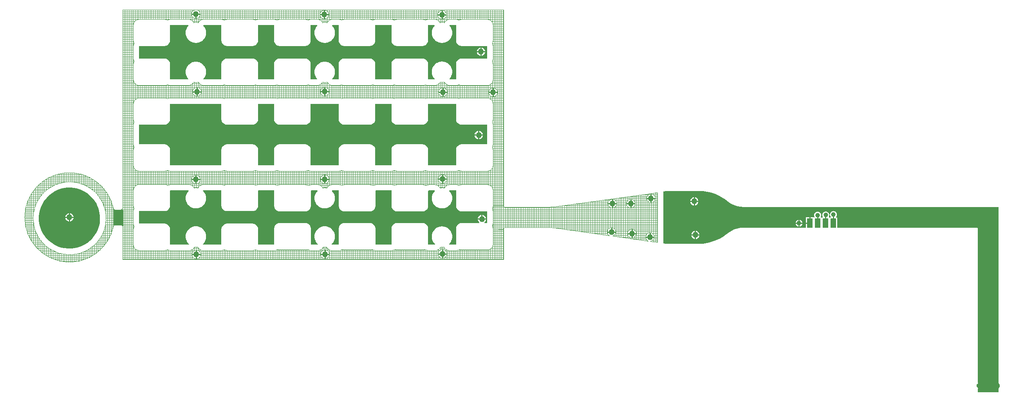
<source format=gtl>
G04*
G04 #@! TF.GenerationSoftware,Altium Limited,Altium Designer,18.0.7 (293)*
G04*
G04 Layer_Physical_Order=1*
G04 Layer_Color=255*
%FSAX25Y25*%
%MOIN*%
G70*
G01*
G75*
%ADD11R,0.04724X0.07874*%
%ADD15C,0.00394*%
%ADD16C,0.01000*%
%ADD17C,0.03937*%
%ADD18C,0.05000*%
G36*
X1977848Y0242756D02*
X1978010Y0241523D01*
X1978486Y0240374D01*
X1979243Y0239387D01*
X1980230Y0238630D01*
X1981380Y0238154D01*
X1982613Y0237991D01*
X2004266D01*
Y0227314D01*
X1982613D01*
X1981380Y0227152D01*
X1980230Y0226676D01*
X1979243Y0225919D01*
X1978486Y0224932D01*
X1978010Y0223782D01*
X1977848Y0222549D01*
Y0209449D01*
X1972393D01*
X1972186Y0209949D01*
X1972369Y0210132D01*
X1972653Y0210502D01*
X1972961Y0210854D01*
X1973392Y0211498D01*
X1973599Y0211918D01*
X1973833Y0212322D01*
X1974129Y0213039D01*
X1974250Y0213490D01*
X1974401Y0213933D01*
X1974552Y0214693D01*
X1974582Y0215160D01*
X1974643Y0215623D01*
Y0216399D01*
X1974582Y0216862D01*
X1974552Y0217328D01*
X1974401Y0218089D01*
X1974250Y0218531D01*
X1974129Y0218983D01*
X1973833Y0219699D01*
X1973599Y0220104D01*
X1973392Y0220523D01*
X1972961Y0221168D01*
X1972653Y0221519D01*
X1972369Y0221890D01*
X1971820Y0222438D01*
X1971450Y0222723D01*
X1971098Y0223031D01*
X1970453Y0223462D01*
X1970034Y0223669D01*
X1969630Y0223902D01*
X1968913Y0224199D01*
X1968462Y0224320D01*
X1968019Y0224470D01*
X1967259Y0224622D01*
X1966792Y0224652D01*
X1966329Y0224713D01*
X1965553D01*
X1965090Y0224652D01*
X1964624Y0224622D01*
X1963863Y0224470D01*
X1963421Y0224320D01*
X1962969Y0224199D01*
X1962253Y0223902D01*
X1961848Y0223669D01*
X1961429Y0223462D01*
X1960784Y0223031D01*
X1960433Y0222723D01*
X1960062Y0222438D01*
X1959514Y0221890D01*
X1959229Y0221519D01*
X1958921Y0221168D01*
X1958490Y0220523D01*
X1958283Y0220104D01*
X1958050Y0219699D01*
X1957753Y0218983D01*
X1957632Y0218531D01*
X1957482Y0218089D01*
X1957331Y0217328D01*
X1957300Y0216862D01*
X1957239Y0216399D01*
Y0215623D01*
X1957300Y0215160D01*
X1957331Y0214693D01*
X1957482Y0213933D01*
X1957632Y0213490D01*
X1957753Y0213039D01*
X1958050Y0212322D01*
X1958284Y0211918D01*
X1958490Y0211498D01*
X1958921Y0210854D01*
X1959229Y0210502D01*
X1959514Y0210132D01*
X1959696Y0209949D01*
X1959489Y0209449D01*
X1954035D01*
Y0222549D01*
X1953872Y0223782D01*
X1953396Y0224932D01*
X1952639Y0225919D01*
X1951652Y0226676D01*
X1950503Y0227152D01*
X1949270Y0227314D01*
X1927616D01*
X1926383Y0227152D01*
X1925233Y0226676D01*
X1924247Y0225919D01*
X1923489Y0224932D01*
X1923013Y0223782D01*
X1922851Y0222549D01*
Y0209449D01*
X1909150D01*
Y0222549D01*
X1908987Y0223782D01*
X1908511Y0224932D01*
X1907754Y0225919D01*
X1906767Y0226676D01*
X1905618Y0227152D01*
X1904384Y0227314D01*
X1882731D01*
X1881498Y0227152D01*
X1880348Y0226676D01*
X1879362Y0225919D01*
X1878604Y0224932D01*
X1878128Y0223782D01*
X1877966Y0222549D01*
Y0209449D01*
X1872629D01*
X1872438Y0209911D01*
X1872497Y0209971D01*
X1872782Y0210342D01*
X1873090Y0210693D01*
X1873521Y0211338D01*
X1873727Y0211757D01*
X1873961Y0212162D01*
X1874258Y0212878D01*
X1874379Y0213330D01*
X1874529Y0213772D01*
X1874680Y0214533D01*
X1874711Y0214999D01*
X1874772Y0215462D01*
Y0216238D01*
X1874711Y0216701D01*
X1874680Y0217167D01*
X1874529Y0217928D01*
X1874379Y0218371D01*
X1874258Y0218822D01*
X1873961Y0219538D01*
X1873727Y0219943D01*
X1873521Y0220362D01*
X1873090Y0221007D01*
X1872782Y0221358D01*
X1872497Y0221729D01*
X1871949Y0222278D01*
X1871578Y0222562D01*
X1871227Y0222870D01*
X1870582Y0223301D01*
X1870163Y0223508D01*
X1869758Y0223741D01*
X1869042Y0224038D01*
X1868590Y0224159D01*
X1868148Y0224309D01*
X1867387Y0224461D01*
X1866921Y0224491D01*
X1866458Y0224552D01*
X1865682D01*
X1865219Y0224491D01*
X1864752Y0224461D01*
X1863992Y0224309D01*
X1863549Y0224159D01*
X1863098Y0224038D01*
X1862381Y0223741D01*
X1861977Y0223508D01*
X1861558Y0223301D01*
X1860913Y0222870D01*
X1860561Y0222562D01*
X1860191Y0222278D01*
X1859642Y0221729D01*
X1859358Y0221358D01*
X1859050Y0221007D01*
X1858619Y0220362D01*
X1858412Y0219943D01*
X1858178Y0219538D01*
X1857882Y0218822D01*
X1857761Y0218371D01*
X1857610Y0217928D01*
X1857459Y0217167D01*
X1857429Y0216701D01*
X1857368Y0216238D01*
Y0215462D01*
X1857429Y0214999D01*
X1857459Y0214533D01*
X1857610Y0213772D01*
X1857761Y0213329D01*
X1857882Y0212878D01*
X1858178Y0212162D01*
X1858412Y0211757D01*
X1858619Y0211338D01*
X1859050Y0210693D01*
X1859358Y0210342D01*
X1859642Y0209971D01*
X1859702Y0209911D01*
X1859510Y0209449D01*
X1854153D01*
Y0222549D01*
X1853991Y0223782D01*
X1853514Y0224932D01*
X1852757Y0225919D01*
X1851770Y0226676D01*
X1850621Y0227152D01*
X1849388Y0227314D01*
X1827734D01*
X1826501Y0227152D01*
X1825352Y0226676D01*
X1824365Y0225919D01*
X1823607Y0224932D01*
X1823131Y0223782D01*
X1822969Y0222549D01*
Y0209449D01*
X1809347D01*
Y0222549D01*
X1809184Y0223782D01*
X1808708Y0224932D01*
X1807951Y0225919D01*
X1806964Y0226676D01*
X1805815Y0227152D01*
X1804581Y0227314D01*
X1782928D01*
X1781694Y0227152D01*
X1780545Y0226676D01*
X1779558Y0225919D01*
X1778801Y0224932D01*
X1778325Y0223782D01*
X1778163Y0222549D01*
Y0209449D01*
X1762962D01*
X1762771Y0209911D01*
X1762831Y0209971D01*
X1763115Y0210342D01*
X1763423Y0210693D01*
X1763854Y0211338D01*
X1764061Y0211757D01*
X1764294Y0212162D01*
X1764591Y0212878D01*
X1764712Y0213330D01*
X1764862Y0213772D01*
X1765014Y0214533D01*
X1765044Y0214999D01*
X1765105Y0215462D01*
Y0216238D01*
X1765044Y0216701D01*
X1765014Y0217167D01*
X1764862Y0217928D01*
X1764712Y0218371D01*
X1764591Y0218822D01*
X1764294Y0219538D01*
X1764061Y0219943D01*
X1763854Y0220362D01*
X1763423Y0221007D01*
X1763115Y0221358D01*
X1762831Y0221729D01*
X1762282Y0222278D01*
X1761911Y0222562D01*
X1761560Y0222870D01*
X1760915Y0223301D01*
X1760496Y0223508D01*
X1760091Y0223741D01*
X1759375Y0224038D01*
X1758924Y0224159D01*
X1758481Y0224309D01*
X1757720Y0224461D01*
X1757254Y0224491D01*
X1756791Y0224552D01*
X1756015D01*
X1755552Y0224491D01*
X1755086Y0224461D01*
X1754325Y0224309D01*
X1753882Y0224159D01*
X1753431Y0224038D01*
X1752715Y0223741D01*
X1752310Y0223508D01*
X1751891Y0223301D01*
X1751246Y0222870D01*
X1750895Y0222562D01*
X1750524Y0222278D01*
X1749975Y0221729D01*
X1749691Y0221358D01*
X1749383Y0221007D01*
X1748952Y0220362D01*
X1748745Y0219943D01*
X1748512Y0219538D01*
X1748215Y0218822D01*
X1748094Y0218371D01*
X1747944Y0217928D01*
X1747792Y0217167D01*
X1747762Y0216701D01*
X1747701Y0216238D01*
Y0215462D01*
X1747762Y0214999D01*
X1747792Y0214533D01*
X1747944Y0213772D01*
X1748094Y0213329D01*
X1748215Y0212878D01*
X1748512Y0212162D01*
X1748745Y0211757D01*
X1748952Y0211338D01*
X1749383Y0210693D01*
X1749691Y0210342D01*
X1749975Y0209971D01*
X1750035Y0209911D01*
X1749844Y0209449D01*
X1734468D01*
Y0222549D01*
X1734306Y0223782D01*
X1733829Y0224932D01*
X1733072Y0225919D01*
X1732085Y0226676D01*
X1730936Y0227152D01*
X1729703Y0227314D01*
X1708049D01*
Y0237991D01*
X1729703D01*
X1730936Y0238154D01*
X1732085Y0238630D01*
X1733072Y0239387D01*
X1733829Y0240374D01*
X1734306Y0241523D01*
X1734468Y0242756D01*
Y0255856D01*
X1749939D01*
X1750146Y0255356D01*
X1749975Y0255185D01*
X1749691Y0254815D01*
X1749383Y0254463D01*
X1748952Y0253819D01*
X1748745Y0253399D01*
X1748512Y0252995D01*
X1748215Y0252278D01*
X1748094Y0251827D01*
X1747944Y0251384D01*
X1747792Y0250624D01*
X1747762Y0250157D01*
X1747701Y0249694D01*
Y0248919D01*
X1747762Y0248455D01*
X1747792Y0247989D01*
X1747944Y0247228D01*
X1748094Y0246786D01*
X1748215Y0246334D01*
X1748512Y0245618D01*
X1748745Y0245213D01*
X1748952Y0244794D01*
X1749383Y0244149D01*
X1749691Y0243798D01*
X1749975Y0243427D01*
X1750524Y0242879D01*
X1750895Y0242594D01*
X1751246Y0242286D01*
X1751891Y0241855D01*
X1752310Y0241649D01*
X1752715Y0241415D01*
X1753431Y0241118D01*
X1753882Y0240997D01*
X1754325Y0240847D01*
X1755086Y0240696D01*
X1755552Y0240665D01*
X1756015Y0240604D01*
X1756791D01*
X1757254Y0240665D01*
X1757720Y0240696D01*
X1758481Y0240847D01*
X1758924Y0240997D01*
X1759375Y0241118D01*
X1760091Y0241415D01*
X1760496Y0241649D01*
X1760915Y0241855D01*
X1761560Y0242286D01*
X1761911Y0242594D01*
X1762282Y0242879D01*
X1762831Y0243427D01*
X1763115Y0243798D01*
X1763423Y0244149D01*
X1763854Y0244794D01*
X1764061Y0245213D01*
X1764294Y0245618D01*
X1764591Y0246334D01*
X1764712Y0246786D01*
X1764862Y0247228D01*
X1765014Y0247989D01*
X1765044Y0248455D01*
X1765105Y0248919D01*
Y0249694D01*
X1765044Y0250157D01*
X1765014Y0250624D01*
X1764862Y0251384D01*
X1764712Y0251827D01*
X1764591Y0252278D01*
X1764294Y0252995D01*
X1764061Y0253399D01*
X1763854Y0253819D01*
X1763423Y0254463D01*
X1763115Y0254815D01*
X1762831Y0255185D01*
X1762660Y0255356D01*
X1762867Y0255856D01*
X1778163D01*
Y0242756D01*
X1778325Y0241523D01*
X1778801Y0240374D01*
X1779558Y0239387D01*
X1780545Y0238630D01*
X1781694Y0238154D01*
X1782928Y0237991D01*
X1804581D01*
X1805815Y0238154D01*
X1806964Y0238630D01*
X1807951Y0239387D01*
X1808708Y0240374D01*
X1809184Y0241523D01*
X1809347Y0242756D01*
Y0255856D01*
X1822969D01*
Y0242756D01*
X1823131Y0241523D01*
X1823607Y0240374D01*
X1824365Y0239387D01*
X1825352Y0238630D01*
X1826501Y0238154D01*
X1827734Y0237991D01*
X1849388D01*
X1850621Y0238154D01*
X1851770Y0238630D01*
X1852757Y0239387D01*
X1853514Y0240374D01*
X1853991Y0241523D01*
X1854153Y0242756D01*
Y0255856D01*
X1859606D01*
X1859813Y0255356D01*
X1859642Y0255185D01*
X1859358Y0254815D01*
X1859050Y0254463D01*
X1858619Y0253819D01*
X1858412Y0253399D01*
X1858178Y0252995D01*
X1857882Y0252278D01*
X1857761Y0251827D01*
X1857610Y0251384D01*
X1857459Y0250624D01*
X1857429Y0250157D01*
X1857368Y0249694D01*
Y0248919D01*
X1857429Y0248455D01*
X1857459Y0247989D01*
X1857610Y0247228D01*
X1857761Y0246786D01*
X1857882Y0246334D01*
X1858178Y0245618D01*
X1858412Y0245213D01*
X1858619Y0244794D01*
X1859050Y0244149D01*
X1859358Y0243798D01*
X1859642Y0243427D01*
X1860191Y0242879D01*
X1860561Y0242594D01*
X1860913Y0242286D01*
X1861558Y0241855D01*
X1861977Y0241649D01*
X1862381Y0241415D01*
X1863098Y0241118D01*
X1863549Y0240997D01*
X1863992Y0240847D01*
X1864752Y0240696D01*
X1865219Y0240665D01*
X1865682Y0240604D01*
X1866458D01*
X1866921Y0240665D01*
X1867387Y0240696D01*
X1868148Y0240847D01*
X1868590Y0240997D01*
X1869042Y0241118D01*
X1869758Y0241415D01*
X1870163Y0241649D01*
X1870582Y0241855D01*
X1871227Y0242286D01*
X1871578Y0242594D01*
X1871949Y0242879D01*
X1872497Y0243427D01*
X1872782Y0243798D01*
X1873090Y0244149D01*
X1873521Y0244794D01*
X1873727Y0245213D01*
X1873961Y0245618D01*
X1874258Y0246334D01*
X1874379Y0246786D01*
X1874529Y0247228D01*
X1874680Y0247989D01*
X1874711Y0248455D01*
X1874772Y0248919D01*
Y0249694D01*
X1874711Y0250157D01*
X1874680Y0250624D01*
X1874529Y0251384D01*
X1874379Y0251827D01*
X1874258Y0252278D01*
X1873961Y0252995D01*
X1873727Y0253399D01*
X1873521Y0253819D01*
X1873090Y0254463D01*
X1872782Y0254815D01*
X1872497Y0255185D01*
X1872327Y0255356D01*
X1872534Y0255856D01*
X1877966D01*
Y0242756D01*
X1878128Y0241523D01*
X1878604Y0240374D01*
X1879362Y0239387D01*
X1880348Y0238630D01*
X1881498Y0238154D01*
X1882731Y0237991D01*
X1904384D01*
X1905618Y0238154D01*
X1906767Y0238630D01*
X1907754Y0239387D01*
X1908511Y0240374D01*
X1908987Y0241523D01*
X1909150Y0242756D01*
Y0255856D01*
X1922851D01*
Y0242756D01*
X1923013Y0241523D01*
X1923489Y0240374D01*
X1924247Y0239387D01*
X1925233Y0238630D01*
X1926383Y0238154D01*
X1927616Y0237991D01*
X1949270D01*
X1950503Y0238154D01*
X1951652Y0238630D01*
X1952639Y0239387D01*
X1953396Y0240374D01*
X1953872Y0241523D01*
X1954035Y0242756D01*
Y0255856D01*
X1959477D01*
X1959685Y0255356D01*
X1959514Y0255185D01*
X1959229Y0254815D01*
X1958921Y0254463D01*
X1958490Y0253819D01*
X1958283Y0253399D01*
X1958050Y0252995D01*
X1957753Y0252278D01*
X1957632Y0251827D01*
X1957482Y0251384D01*
X1957331Y0250624D01*
X1957300Y0250157D01*
X1957239Y0249694D01*
Y0248919D01*
X1957300Y0248455D01*
X1957331Y0247989D01*
X1957482Y0247228D01*
X1957632Y0246786D01*
X1957753Y0246334D01*
X1958050Y0245618D01*
X1958284Y0245213D01*
X1958490Y0244794D01*
X1958921Y0244149D01*
X1959229Y0243798D01*
X1959514Y0243427D01*
X1960062Y0242879D01*
X1960433Y0242594D01*
X1960784Y0242286D01*
X1961429Y0241855D01*
X1961848Y0241649D01*
X1962253Y0241415D01*
X1962969Y0241118D01*
X1963421Y0240997D01*
X1963863Y0240847D01*
X1964624Y0240696D01*
X1965090Y0240665D01*
X1965553Y0240604D01*
X1966329D01*
X1966792Y0240665D01*
X1967259Y0240696D01*
X1968019Y0240847D01*
X1968462Y0240997D01*
X1968913Y0241118D01*
X1969630Y0241415D01*
X1970034Y0241649D01*
X1970453Y0241855D01*
X1971098Y0242286D01*
X1971450Y0242594D01*
X1971820Y0242879D01*
X1972369Y0243427D01*
X1972653Y0243798D01*
X1972961Y0244149D01*
X1973392Y0244794D01*
X1973599Y0245213D01*
X1973833Y0245618D01*
X1974129Y0246334D01*
X1974250Y0246786D01*
X1974401Y0247228D01*
X1974552Y0247989D01*
X1974582Y0248455D01*
X1974643Y0248919D01*
Y0249694D01*
X1974582Y0250157D01*
X1974552Y0250624D01*
X1974401Y0251384D01*
X1974250Y0251827D01*
X1974129Y0252278D01*
X1973833Y0252995D01*
X1973599Y0253399D01*
X1973392Y0253819D01*
X1972961Y0254463D01*
X1972653Y0254815D01*
X1972369Y0255185D01*
X1972198Y0255356D01*
X1972405Y0255856D01*
X1977848D01*
Y0242756D01*
D02*
G37*
G36*
Y0175591D02*
X1978010Y0174358D01*
X1978486Y0173208D01*
X1979243Y0172222D01*
X1980230Y0171464D01*
X1981380Y0170988D01*
X1982613Y0170826D01*
X2004266D01*
Y0154086D01*
X1982613D01*
X1981380Y0153924D01*
X1980230Y0153448D01*
X1979243Y0152690D01*
X1978486Y0151703D01*
X1978010Y0150554D01*
X1977848Y0149321D01*
Y0136221D01*
X1954035D01*
Y0149321D01*
X1953872Y0150554D01*
X1953396Y0151703D01*
X1952639Y0152690D01*
X1951652Y0153448D01*
X1950503Y0153924D01*
X1949270Y0154086D01*
X1927616D01*
X1926383Y0153924D01*
X1925233Y0153448D01*
X1924247Y0152690D01*
X1923489Y0151703D01*
X1923013Y0150554D01*
X1922851Y0149321D01*
Y0136221D01*
X1909150D01*
Y0149321D01*
X1908987Y0150554D01*
X1908511Y0151703D01*
X1907754Y0152690D01*
X1906767Y0153448D01*
X1905618Y0153924D01*
X1904384Y0154086D01*
X1882731D01*
X1881498Y0153924D01*
X1880348Y0153448D01*
X1879362Y0152690D01*
X1878604Y0151703D01*
X1878128Y0150554D01*
X1877966Y0149321D01*
Y0136221D01*
X1854153D01*
Y0149321D01*
X1853991Y0150554D01*
X1853514Y0151703D01*
X1852757Y0152690D01*
X1851770Y0153448D01*
X1850621Y0153924D01*
X1849388Y0154086D01*
X1827734D01*
X1826501Y0153924D01*
X1825352Y0153448D01*
X1824365Y0152690D01*
X1823607Y0151703D01*
X1823131Y0150554D01*
X1822969Y0149321D01*
Y0136221D01*
X1809347D01*
Y0149321D01*
X1809184Y0150554D01*
X1808708Y0151703D01*
X1807951Y0152690D01*
X1806964Y0153448D01*
X1805815Y0153924D01*
X1804581Y0154086D01*
X1782928D01*
X1781694Y0153924D01*
X1780545Y0153448D01*
X1779558Y0152690D01*
X1778801Y0151703D01*
X1778325Y0150554D01*
X1778163Y0149321D01*
Y0136221D01*
X1734468D01*
Y0149321D01*
X1734306Y0150554D01*
X1733829Y0151703D01*
X1733072Y0152690D01*
X1732085Y0153448D01*
X1730936Y0153924D01*
X1729703Y0154086D01*
X1708049D01*
Y0170826D01*
X1729703D01*
X1730936Y0170988D01*
X1732085Y0171464D01*
X1733072Y0172222D01*
X1733829Y0173208D01*
X1734306Y0174358D01*
X1734468Y0175591D01*
Y0188691D01*
X1778163D01*
Y0175591D01*
X1778325Y0174358D01*
X1778801Y0173208D01*
X1779558Y0172222D01*
X1780545Y0171464D01*
X1781694Y0170988D01*
X1782928Y0170826D01*
X1804581D01*
X1805815Y0170988D01*
X1806964Y0171464D01*
X1807951Y0172222D01*
X1808708Y0173208D01*
X1809184Y0174358D01*
X1809347Y0175591D01*
Y0188691D01*
X1822969D01*
Y0175591D01*
X1823131Y0174358D01*
X1823607Y0173208D01*
X1824365Y0172222D01*
X1825352Y0171464D01*
X1826501Y0170988D01*
X1827734Y0170826D01*
X1849388D01*
X1850621Y0170988D01*
X1851770Y0171464D01*
X1852757Y0172222D01*
X1853514Y0173208D01*
X1853991Y0174358D01*
X1854153Y0175591D01*
Y0188691D01*
X1877966D01*
Y0175591D01*
X1878128Y0174358D01*
X1878604Y0173208D01*
X1879362Y0172222D01*
X1880348Y0171464D01*
X1881498Y0170988D01*
X1882731Y0170826D01*
X1904384D01*
X1905618Y0170988D01*
X1906767Y0171464D01*
X1907754Y0172222D01*
X1908511Y0173208D01*
X1908987Y0174358D01*
X1909150Y0175591D01*
Y0188691D01*
X1922851D01*
Y0175591D01*
X1923013Y0174358D01*
X1923489Y0173208D01*
X1924247Y0172222D01*
X1925233Y0171464D01*
X1926383Y0170988D01*
X1927616Y0170826D01*
X1949270D01*
X1950503Y0170988D01*
X1951652Y0171464D01*
X1952639Y0172222D01*
X1953396Y0173208D01*
X1953872Y0174358D01*
X1954035Y0175591D01*
Y0188691D01*
X1977848D01*
Y0175591D01*
D02*
G37*
G36*
X2188053Y0114164D02*
X2191775Y0113612D01*
X2195425Y0112697D01*
X2198968Y0111430D01*
X2202369Y0109821D01*
X2205596Y0107887D01*
X2206264Y0107391D01*
X2206273Y0107404D01*
X2210708Y0104300D01*
X2210788Y0104265D01*
X2212218Y0103309D01*
X2214653Y0102108D01*
X2217224Y0101235D01*
X2219887Y0100706D01*
X2222596Y0100528D01*
Y0100553D01*
X2439755D01*
Y-0049429D01*
X2439743D01*
X2439869Y-0050059D01*
X2440226Y-0050594D01*
X2440760Y-0050951D01*
X2440800Y-0050959D01*
Y-0052805D01*
X2440582Y-0052929D01*
X2440486Y-0053012D01*
X2440226Y-0053186D01*
X2439869Y-0053720D01*
X2439743Y-0054350D01*
X2439755D01*
Y-0057500D01*
X2439755Y-0057500D01*
X2439734D01*
X2439700Y-0057581D01*
X2439619Y-0057615D01*
Y-0057636D01*
X2422296D01*
Y-0057615D01*
X2422215Y-0057581D01*
X2422181Y-0057500D01*
X2422160D01*
Y-0054350D01*
X2422172D01*
X2422046Y-0053720D01*
X2421689Y-0053186D01*
X2421429Y-0053012D01*
X2421333Y-0052929D01*
X2421115Y-0052805D01*
Y-0050959D01*
X2421155Y-0050951D01*
X2421689Y-0050594D01*
X2422046Y-0050059D01*
X2422172Y-0049429D01*
X2422160D01*
Y0081913D01*
X2422080Y0082313D01*
X2421854Y0082652D01*
X2421515Y0082878D01*
X2421115Y0082958D01*
X2302255D01*
Y0091537D01*
X2301369D01*
X2301259Y0092037D01*
X2301693Y0092603D01*
X2301992Y0093325D01*
X2302094Y0094100D01*
X2301992Y0094875D01*
X2301693Y0095597D01*
X2301217Y0096217D01*
X2300597Y0096693D01*
X2299875Y0096992D01*
X2299100Y0097094D01*
X2298325Y0096992D01*
X2297603Y0096693D01*
X2296983Y0096217D01*
X2296507Y0095597D01*
X2296208Y0094875D01*
X2296106Y0094100D01*
X2296208Y0093325D01*
X2296507Y0092603D01*
X2296941Y0092037D01*
X2296831Y0091537D01*
X2295931D01*
Y0091537D01*
X2295562D01*
X2295366Y0091677D01*
X2295193Y0092203D01*
X2295492Y0092925D01*
X2295594Y0093700D01*
X2295492Y0094475D01*
X2295193Y0095197D01*
X2294717Y0095817D01*
X2294097Y0096293D01*
X2293375Y0096592D01*
X2292600Y0096694D01*
X2291825Y0096592D01*
X2291103Y0096293D01*
X2290483Y0095817D01*
X2290007Y0095197D01*
X2289708Y0094475D01*
X2289606Y0093700D01*
X2289708Y0092925D01*
X2290007Y0092203D01*
X2290134Y0092037D01*
X2289888Y0091537D01*
X2289238D01*
Y0091537D01*
X2288869D01*
X2288444Y0091591D01*
X2288240Y0092034D01*
X2288293Y0092103D01*
X2288592Y0092825D01*
X2288694Y0093600D01*
X2288592Y0094375D01*
X2288293Y0095097D01*
X2287817Y0095717D01*
X2287197Y0096193D01*
X2286475Y0096492D01*
X2285700Y0096594D01*
X2284925Y0096492D01*
X2284203Y0096193D01*
X2283583Y0095717D01*
X2283107Y0095097D01*
X2282808Y0094375D01*
X2282706Y0093600D01*
X2282808Y0092825D01*
X2283107Y0092103D01*
X2283154Y0092041D01*
X2282943Y0091599D01*
X2282851Y0091593D01*
X2282376Y0091737D01*
X2282376Y0091737D01*
X2282376Y0091737D01*
X2279514D01*
Y0086800D01*
X2279014D01*
Y0086300D01*
X2275652D01*
Y0082958D01*
X2222596D01*
X2222596Y0082958D01*
Y0082982D01*
X2219887Y0082805D01*
X2217224Y0082275D01*
X2214653Y0081402D01*
X2212218Y0080202D01*
X2210788Y0079246D01*
X2210708Y0079210D01*
X2206273Y0076106D01*
X2206264Y0076119D01*
X2205596Y0075624D01*
X2202369Y0073689D01*
X2198968Y0072080D01*
X2195425Y0070813D01*
X2191775Y0069899D01*
X2188053Y0069346D01*
X2184361Y0069165D01*
X2184295Y0069178D01*
X2160078D01*
X2160012Y0069165D01*
X2156320Y0069346D01*
X2154768Y0069577D01*
Y0069577D01*
X2154768Y0069577D01*
X2154285Y0069697D01*
X2154216Y0069804D01*
X2154219Y0070149D01*
X2154264Y0070492D01*
Y0070816D01*
Y0113019D01*
X2154219Y0113361D01*
X2154216Y0113707D01*
X2154285Y0113813D01*
X2154768Y0113934D01*
X2154768Y0113934D01*
X2154768Y0113934D01*
X2156320Y0114164D01*
X2160012Y0114345D01*
X2160078Y0114332D01*
X2184295D01*
X2184361Y0114345D01*
X2188053Y0114164D01*
D02*
G37*
G36*
X1750169Y0114886D02*
X1750376Y0114386D01*
X1749998Y0114008D01*
X1749714Y0113637D01*
X1749406Y0113286D01*
X1748975Y0112641D01*
X1748768Y0112222D01*
X1748534Y0111818D01*
X1748238Y0111101D01*
X1748117Y0110650D01*
X1747967Y0110207D01*
X1747815Y0109447D01*
X1747785Y0108980D01*
X1747724Y0108517D01*
Y0107741D01*
X1747785Y0107278D01*
X1747815Y0106812D01*
X1747967Y0106051D01*
X1748117Y0105608D01*
X1748238Y0105157D01*
X1748534Y0104441D01*
X1748768Y0104036D01*
X1748975Y0103617D01*
X1749406Y0102972D01*
X1749714Y0102621D01*
X1749998Y0102250D01*
X1750547Y0101701D01*
X1750917Y0101417D01*
X1751269Y0101109D01*
X1751913Y0100678D01*
X1752333Y0100471D01*
X1752737Y0100238D01*
X1753454Y0099941D01*
X1753905Y0099820D01*
X1754348Y0099670D01*
X1755108Y0099519D01*
X1755575Y0099488D01*
X1756038Y0099427D01*
X1756814D01*
X1757277Y0099488D01*
X1757743Y0099519D01*
X1758504Y0099670D01*
X1758946Y0099820D01*
X1759398Y0099941D01*
X1760114Y0100238D01*
X1760519Y0100471D01*
X1760938Y0100678D01*
X1761583Y0101109D01*
X1761934Y0101417D01*
X1762305Y0101701D01*
X1762853Y0102250D01*
X1763138Y0102621D01*
X1763446Y0102972D01*
X1763877Y0103617D01*
X1764083Y0104036D01*
X1764317Y0104441D01*
X1764614Y0105157D01*
X1764735Y0105609D01*
X1764885Y0106051D01*
X1765036Y0106812D01*
X1765067Y0107278D01*
X1765128Y0107741D01*
Y0108517D01*
X1765067Y0108980D01*
X1765036Y0109447D01*
X1764885Y0110207D01*
X1764735Y0110650D01*
X1764614Y0111101D01*
X1764317Y0111818D01*
X1764083Y0112222D01*
X1763877Y0112641D01*
X1763446Y0113286D01*
X1763138Y0113637D01*
X1762853Y0114008D01*
X1762483Y0114378D01*
X1762690Y0114878D01*
X1778163Y0114869D01*
Y0101811D01*
X1778325Y0100578D01*
X1778801Y0099429D01*
X1779558Y0098442D01*
X1780545Y0097685D01*
X1781694Y0097209D01*
X1782928Y0097046D01*
X1804581D01*
X1805815Y0097209D01*
X1806964Y0097685D01*
X1807951Y0098442D01*
X1808708Y0099429D01*
X1809184Y0100578D01*
X1809347Y0101811D01*
Y0114497D01*
X1809700Y0114850D01*
X1822984Y0114842D01*
X1823079Y0114733D01*
Y0101525D01*
X1823242Y0100292D01*
X1823718Y0099143D01*
X1824475Y0098156D01*
X1825462Y0097399D01*
X1826611Y0096923D01*
X1827845Y0096760D01*
X1849498D01*
X1850731Y0096923D01*
X1851881Y0097399D01*
X1852868Y0098156D01*
X1853625Y0099143D01*
X1854101Y0100292D01*
X1854263Y0101525D01*
Y0114323D01*
X1854726Y0114823D01*
X1859747Y0114820D01*
X1859954Y0114320D01*
X1859642Y0114008D01*
X1859358Y0113637D01*
X1859050Y0113286D01*
X1858619Y0112641D01*
X1858412Y0112222D01*
X1858178Y0111818D01*
X1857882Y0111101D01*
X1857761Y0110650D01*
X1857610Y0110207D01*
X1857459Y0109447D01*
X1857429Y0108980D01*
X1857368Y0108517D01*
Y0107741D01*
X1857429Y0107278D01*
X1857459Y0106812D01*
X1857610Y0106051D01*
X1857761Y0105608D01*
X1857882Y0105157D01*
X1858178Y0104441D01*
X1858412Y0104036D01*
X1858619Y0103617D01*
X1859050Y0102972D01*
X1859358Y0102621D01*
X1859642Y0102250D01*
X1860191Y0101701D01*
X1860561Y0101417D01*
X1860913Y0101109D01*
X1861558Y0100678D01*
X1861977Y0100471D01*
X1862381Y0100238D01*
X1863098Y0099941D01*
X1863549Y0099820D01*
X1863992Y0099670D01*
X1864752Y0099519D01*
X1865219Y0099488D01*
X1865682Y0099427D01*
X1866458D01*
X1866921Y0099488D01*
X1867387Y0099519D01*
X1868148Y0099670D01*
X1868590Y0099820D01*
X1869042Y0099941D01*
X1869758Y0100238D01*
X1870163Y0100471D01*
X1870582Y0100678D01*
X1871227Y0101109D01*
X1871578Y0101417D01*
X1871949Y0101701D01*
X1872497Y0102250D01*
X1872782Y0102621D01*
X1873090Y0102972D01*
X1873521Y0103617D01*
X1873727Y0104036D01*
X1873961Y0104441D01*
X1874258Y0105157D01*
X1874379Y0105609D01*
X1874529Y0106051D01*
X1874680Y0106812D01*
X1874711Y0107278D01*
X1874772Y0107741D01*
Y0108517D01*
X1874711Y0108980D01*
X1874680Y0109447D01*
X1874529Y0110207D01*
X1874379Y0110650D01*
X1874258Y0111101D01*
X1873961Y0111818D01*
X1873727Y0112222D01*
X1873521Y0112641D01*
X1873090Y0113286D01*
X1872782Y0113637D01*
X1872497Y0114008D01*
X1872193Y0114312D01*
X1872400Y0114812D01*
X1877971Y0114809D01*
X1878038Y0114733D01*
Y0101525D01*
X1878200Y0100292D01*
X1878676Y0099143D01*
X1879433Y0098156D01*
X1880420Y0097399D01*
X1881570Y0096923D01*
X1882803Y0096760D01*
X1904457D01*
X1905690Y0096923D01*
X1906839Y0097399D01*
X1907826Y0098156D01*
X1908583Y0099143D01*
X1909059Y0100292D01*
X1909222Y0101525D01*
Y0114290D01*
X1909698Y0114790D01*
X1922918Y0114782D01*
X1922961Y0114733D01*
Y0101525D01*
X1923124Y0100292D01*
X1923600Y0099143D01*
X1924357Y0098156D01*
X1925344Y0097399D01*
X1926493Y0096923D01*
X1927727Y0096760D01*
X1949380D01*
X1950613Y0096923D01*
X1951763Y0097399D01*
X1952749Y0098156D01*
X1953507Y0099143D01*
X1953983Y0100292D01*
X1954145Y0101525D01*
Y0114263D01*
X1954633Y0114763D01*
X1959558Y0114760D01*
X1959765Y0114260D01*
X1959514Y0114008D01*
X1959229Y0113637D01*
X1958921Y0113286D01*
X1958490Y0112641D01*
X1958283Y0112222D01*
X1958050Y0111818D01*
X1957753Y0111101D01*
X1957632Y0110650D01*
X1957482Y0110207D01*
X1957331Y0109447D01*
X1957300Y0108980D01*
X1957239Y0108517D01*
Y0107741D01*
X1957300Y0107278D01*
X1957331Y0106812D01*
X1957482Y0106051D01*
X1957632Y0105608D01*
X1957753Y0105157D01*
X1958050Y0104441D01*
X1958284Y0104036D01*
X1958490Y0103617D01*
X1958921Y0102972D01*
X1959229Y0102621D01*
X1959514Y0102250D01*
X1960062Y0101701D01*
X1960433Y0101417D01*
X1960784Y0101109D01*
X1961429Y0100678D01*
X1961848Y0100471D01*
X1962253Y0100238D01*
X1962969Y0099941D01*
X1963421Y0099820D01*
X1963863Y0099670D01*
X1964624Y0099519D01*
X1965090Y0099488D01*
X1965553Y0099427D01*
X1966329D01*
X1966792Y0099488D01*
X1967259Y0099519D01*
X1968019Y0099670D01*
X1968462Y0099820D01*
X1968913Y0099941D01*
X1969630Y0100238D01*
X1970034Y0100471D01*
X1970453Y0100678D01*
X1971098Y0101109D01*
X1971450Y0101417D01*
X1971820Y0101701D01*
X1972369Y0102250D01*
X1972653Y0102621D01*
X1972961Y0102972D01*
X1973392Y0103617D01*
X1973599Y0104036D01*
X1973833Y0104441D01*
X1974129Y0105157D01*
X1974250Y0105609D01*
X1974401Y0106051D01*
X1974552Y0106812D01*
X1974582Y0107278D01*
X1974643Y0107741D01*
Y0108517D01*
X1974582Y0108980D01*
X1974552Y0109447D01*
X1974401Y0110207D01*
X1974250Y0110650D01*
X1974129Y0111101D01*
X1973833Y0111818D01*
X1973599Y0112222D01*
X1973392Y0112641D01*
X1972961Y0113286D01*
X1972653Y0113637D01*
X1972369Y0114008D01*
X1972125Y0114252D01*
X1972332Y0114752D01*
X1977906Y0114749D01*
X1977920Y0114733D01*
Y0101525D01*
X1978082Y0100292D01*
X1978558Y0099143D01*
X1979315Y0098156D01*
X1980302Y0097399D01*
X1981451Y0096923D01*
X1982685Y0096760D01*
X2004338D01*
X2004338Y0090741D01*
Y0089167D01*
Y0086978D01*
X2002142D01*
X2001972Y0087478D01*
X2002396Y0087804D01*
X2002957Y0088535D01*
X2003310Y0089386D01*
X2003364Y0089800D01*
X1996436D01*
X1996490Y0089386D01*
X1996843Y0088535D01*
X1997404Y0087804D01*
X1997828Y0087478D01*
X1997658Y0086978D01*
X1982685D01*
X1981451Y0086816D01*
X1980302Y0086340D01*
X1979315Y0085583D01*
X1978558Y0084596D01*
X1978082Y0083446D01*
X1977920Y0082213D01*
Y0069006D01*
X1977936Y0068880D01*
X1977607Y0068504D01*
X1972065D01*
X1971915Y0068776D01*
X1971878Y0069004D01*
X1972369Y0069495D01*
X1972653Y0069866D01*
X1972961Y0070217D01*
X1973392Y0070862D01*
X1973599Y0071281D01*
X1973833Y0071686D01*
X1974129Y0072403D01*
X1974250Y0072854D01*
X1974401Y0073296D01*
X1974552Y0074057D01*
X1974582Y0074523D01*
X1974643Y0074987D01*
Y0075762D01*
X1974582Y0076226D01*
X1974552Y0076692D01*
X1974401Y0077452D01*
X1974250Y0077895D01*
X1974129Y0078346D01*
X1973833Y0079063D01*
X1973599Y0079468D01*
X1973392Y0079887D01*
X1972961Y0080532D01*
X1972653Y0080883D01*
X1972369Y0081254D01*
X1971820Y0081802D01*
X1971450Y0082086D01*
X1971098Y0082395D01*
X1970453Y0082825D01*
X1970034Y0083032D01*
X1969630Y0083266D01*
X1968913Y0083563D01*
X1968462Y0083684D01*
X1968019Y0083834D01*
X1967259Y0083985D01*
X1966792Y0084016D01*
X1966329Y0084077D01*
X1965553D01*
X1965090Y0084016D01*
X1964624Y0083985D01*
X1963863Y0083834D01*
X1963421Y0083684D01*
X1962969Y0083563D01*
X1962253Y0083266D01*
X1961848Y0083032D01*
X1961429Y0082825D01*
X1960784Y0082395D01*
X1960433Y0082086D01*
X1960062Y0081802D01*
X1959514Y0081254D01*
X1959229Y0080883D01*
X1958921Y0080532D01*
X1958490Y0079887D01*
X1958283Y0079468D01*
X1958050Y0079063D01*
X1957753Y0078346D01*
X1957632Y0077895D01*
X1957482Y0077452D01*
X1957331Y0076692D01*
X1957300Y0076226D01*
X1957239Y0075762D01*
Y0074987D01*
X1957300Y0074523D01*
X1957331Y0074057D01*
X1957482Y0073296D01*
X1957632Y0072854D01*
X1957753Y0072403D01*
X1958050Y0071686D01*
X1958284Y0071281D01*
X1958490Y0070862D01*
X1958921Y0070217D01*
X1959229Y0069866D01*
X1959514Y0069495D01*
X1960005Y0069004D01*
X1959967Y0068776D01*
X1959818Y0068504D01*
X1954458D01*
X1954129Y0068880D01*
X1954145Y0069006D01*
Y0082213D01*
X1953983Y0083446D01*
X1953507Y0084596D01*
X1952749Y0085583D01*
X1951763Y0086340D01*
X1950613Y0086816D01*
X1949380Y0086978D01*
X1927727D01*
X1926493Y0086816D01*
X1925344Y0086340D01*
X1924357Y0085583D01*
X1923600Y0084596D01*
X1923124Y0083446D01*
X1922961Y0082213D01*
Y0069006D01*
X1922978Y0068880D01*
X1922648Y0068504D01*
X1909535D01*
X1909205Y0068880D01*
X1909222Y0069006D01*
Y0082213D01*
X1909059Y0083446D01*
X1908583Y0084596D01*
X1907826Y0085583D01*
X1906839Y0086340D01*
X1905690Y0086816D01*
X1904457Y0086978D01*
X1882803D01*
X1881570Y0086816D01*
X1880420Y0086340D01*
X1879433Y0085583D01*
X1878676Y0084596D01*
X1878200Y0083446D01*
X1878038Y0082213D01*
Y0069006D01*
X1878054Y0068880D01*
X1877725Y0068504D01*
X1872100D01*
X1871930Y0069004D01*
X1871949Y0069019D01*
X1872497Y0069567D01*
X1872782Y0069938D01*
X1873090Y0070289D01*
X1873521Y0070934D01*
X1873727Y0071353D01*
X1873961Y0071758D01*
X1874258Y0072474D01*
X1874379Y0072926D01*
X1874529Y0073368D01*
X1874680Y0074129D01*
X1874711Y0074595D01*
X1874772Y0075059D01*
Y0075834D01*
X1874711Y0076297D01*
X1874680Y0076764D01*
X1874529Y0077524D01*
X1874379Y0077967D01*
X1874258Y0078418D01*
X1873961Y0079135D01*
X1873727Y0079540D01*
X1873521Y0079959D01*
X1873090Y0080603D01*
X1872782Y0080955D01*
X1872497Y0081326D01*
X1871949Y0081874D01*
X1871578Y0082158D01*
X1871227Y0082467D01*
X1870582Y0082897D01*
X1870163Y0083104D01*
X1869758Y0083338D01*
X1869042Y0083635D01*
X1868590Y0083755D01*
X1868148Y0083906D01*
X1867387Y0084057D01*
X1866921Y0084088D01*
X1866458Y0084149D01*
X1865682D01*
X1865219Y0084088D01*
X1864752Y0084057D01*
X1863992Y0083906D01*
X1863549Y0083755D01*
X1863098Y0083635D01*
X1862381Y0083338D01*
X1861977Y0083104D01*
X1861558Y0082897D01*
X1860913Y0082467D01*
X1860561Y0082158D01*
X1860191Y0081874D01*
X1859642Y0081326D01*
X1859358Y0080955D01*
X1859050Y0080603D01*
X1858619Y0079959D01*
X1858412Y0079540D01*
X1858178Y0079135D01*
X1857882Y0078418D01*
X1857761Y0077967D01*
X1857610Y0077524D01*
X1857459Y0076764D01*
X1857429Y0076297D01*
X1857368Y0075834D01*
Y0075059D01*
X1857429Y0074595D01*
X1857459Y0074129D01*
X1857610Y0073368D01*
X1857761Y0072926D01*
X1857882Y0072474D01*
X1858178Y0071758D01*
X1858412Y0071353D01*
X1858619Y0070934D01*
X1859050Y0070289D01*
X1859358Y0069938D01*
X1859642Y0069567D01*
X1860191Y0069019D01*
X1860209Y0069004D01*
X1860040Y0068504D01*
X1854576D01*
X1854247Y0068880D01*
X1854263Y0069006D01*
Y0082213D01*
X1854101Y0083446D01*
X1853625Y0084596D01*
X1852868Y0085583D01*
X1851881Y0086340D01*
X1850731Y0086816D01*
X1849498Y0086978D01*
X1827845D01*
X1826611Y0086816D01*
X1825462Y0086340D01*
X1824475Y0085583D01*
X1823718Y0084596D01*
X1823242Y0083446D01*
X1823079Y0082213D01*
Y0069006D01*
X1823096Y0068880D01*
X1822766Y0068504D01*
X1809347D01*
Y0081604D01*
X1809184Y0082838D01*
X1808708Y0083987D01*
X1807951Y0084974D01*
X1806964Y0085731D01*
X1805815Y0086207D01*
X1804581Y0086369D01*
X1782928D01*
X1781694Y0086207D01*
X1780545Y0085731D01*
X1779558Y0084974D01*
X1778801Y0083987D01*
X1778325Y0082838D01*
X1778163Y0081604D01*
Y0068504D01*
X1762456D01*
X1762286Y0069004D01*
X1762305Y0069019D01*
X1762853Y0069567D01*
X1763138Y0069938D01*
X1763446Y0070289D01*
X1763877Y0070934D01*
X1764083Y0071353D01*
X1764317Y0071758D01*
X1764614Y0072474D01*
X1764735Y0072926D01*
X1764885Y0073368D01*
X1765036Y0074129D01*
X1765067Y0074595D01*
X1765128Y0075059D01*
Y0075834D01*
X1765067Y0076297D01*
X1765036Y0076764D01*
X1764885Y0077524D01*
X1764735Y0077967D01*
X1764614Y0078418D01*
X1764317Y0079135D01*
X1764083Y0079540D01*
X1763877Y0079959D01*
X1763446Y0080603D01*
X1763138Y0080955D01*
X1762853Y0081326D01*
X1762305Y0081874D01*
X1761934Y0082158D01*
X1761583Y0082467D01*
X1760938Y0082897D01*
X1760519Y0083104D01*
X1760114Y0083338D01*
X1759398Y0083635D01*
X1758946Y0083755D01*
X1758504Y0083906D01*
X1757743Y0084057D01*
X1757277Y0084088D01*
X1756814Y0084149D01*
X1756038D01*
X1755575Y0084088D01*
X1755108Y0084057D01*
X1754348Y0083906D01*
X1753905Y0083755D01*
X1753454Y0083635D01*
X1752737Y0083338D01*
X1752333Y0083104D01*
X1751913Y0082897D01*
X1751269Y0082467D01*
X1750917Y0082158D01*
X1750547Y0081874D01*
X1749998Y0081326D01*
X1749714Y0080955D01*
X1749406Y0080603D01*
X1748975Y0079959D01*
X1748768Y0079540D01*
X1748534Y0079135D01*
X1748238Y0078418D01*
X1748117Y0077967D01*
X1747967Y0077524D01*
X1747815Y0076764D01*
X1747785Y0076297D01*
X1747724Y0075834D01*
Y0075059D01*
X1747785Y0074595D01*
X1747815Y0074129D01*
X1747967Y0073368D01*
X1748117Y0072926D01*
X1748238Y0072474D01*
X1748534Y0071758D01*
X1748768Y0071353D01*
X1748975Y0070934D01*
X1749406Y0070289D01*
X1749714Y0069938D01*
X1749998Y0069567D01*
X1750547Y0069019D01*
X1750565Y0069004D01*
X1750396Y0068504D01*
X1734468D01*
Y0081604D01*
X1734306Y0082838D01*
X1733829Y0083987D01*
X1733072Y0084974D01*
X1732085Y0085731D01*
X1730936Y0086207D01*
X1729703Y0086369D01*
X1708095D01*
X1708091Y0086380D01*
X1708052Y0086672D01*
Y0096743D01*
X1708091Y0097035D01*
X1708095Y0097046D01*
X1729703D01*
X1730936Y0097209D01*
X1732085Y0097685D01*
X1733072Y0098442D01*
X1733829Y0099429D01*
X1734306Y0100578D01*
X1734468Y0101811D01*
Y0114542D01*
X1734822Y0114895D01*
X1750169Y0114886D01*
D02*
G37*
G36*
X1694700Y0097944D02*
Y0084742D01*
X1694400Y0084442D01*
X1693727D01*
X1693608Y0084620D01*
X1693269Y0084847D01*
X1692869Y0084926D01*
X1687349D01*
X1686949Y0084847D01*
X1686763Y0084723D01*
X1686285Y0084924D01*
X1686263Y0084944D01*
Y0097737D01*
X1686256Y0097744D01*
X1686444Y0098207D01*
X1694345Y0098296D01*
X1694700Y0097944D01*
D02*
G37*
G36*
X1652995Y0116827D02*
X1655848Y0116196D01*
X1658613Y0115249D01*
X1661254Y0113998D01*
X1663738Y0112460D01*
X1666035Y0110653D01*
X1668115Y0108600D01*
X1669952Y0106328D01*
X1671523Y0103864D01*
X1672808Y0101240D01*
X1673300Y0099864D01*
X1673792Y0098488D01*
X1674461Y0095643D01*
X1674807Y0092742D01*
X1674826Y0089820D01*
X1674518Y0086914D01*
X1673887Y0084060D01*
X1672940Y0081296D01*
X1671690Y0078655D01*
X1670151Y0076170D01*
X1668344Y0073874D01*
X1666292Y0071794D01*
X1664019Y0069957D01*
X1661555Y0068385D01*
X1658931Y0067100D01*
X1656179Y0066117D01*
X1653335Y0065448D01*
X1650433Y0065101D01*
X1647511Y0065082D01*
X1644605Y0065390D01*
X1641752Y0066022D01*
X1638987Y0066969D01*
X1636346Y0068219D01*
X1633862Y0069757D01*
X1631565Y0071564D01*
X1629485Y0073617D01*
X1627648Y0075889D01*
X1626077Y0078353D01*
X1624792Y0080978D01*
X1624300Y0082354D01*
X1624300Y0082354D01*
X1623808Y0083729D01*
X1623139Y0086574D01*
X1622793Y0089476D01*
X1622774Y0092398D01*
X1623082Y0095304D01*
X1623713Y0098157D01*
X1624660Y0100921D01*
X1625910Y0103562D01*
X1627449Y0106047D01*
X1629255Y0108344D01*
X1631308Y0110424D01*
X1633581Y0112261D01*
X1636045Y0113832D01*
X1638669Y0115117D01*
X1641421Y0116100D01*
X1644265Y0116769D01*
X1647167Y0117116D01*
X1650089Y0117135D01*
X1652995Y0116827D01*
D02*
G37*
%LPC*%
G36*
X1999600Y0236564D02*
Y0233600D01*
X2002564D01*
X2002510Y0234014D01*
X2002157Y0234865D01*
X2001596Y0235596D01*
X2000865Y0236157D01*
X2000014Y0236510D01*
X1999600Y0236564D01*
D02*
G37*
G36*
X1998600D02*
X1998186Y0236510D01*
X1997335Y0236157D01*
X1996604Y0235596D01*
X1996043Y0234865D01*
X1995690Y0234014D01*
X1995636Y0233600D01*
X1998600D01*
Y0236564D01*
D02*
G37*
G36*
X2002564Y0232600D02*
X1999600D01*
Y0229636D01*
X2000014Y0229690D01*
X2000865Y0230043D01*
X2001596Y0230604D01*
X2002157Y0231335D01*
X2002510Y0232186D01*
X2002564Y0232600D01*
D02*
G37*
G36*
X1998600D02*
X1995636D01*
X1995690Y0232186D01*
X1996043Y0231335D01*
X1996604Y0230604D01*
X1997335Y0230043D01*
X1998186Y0229690D01*
X1998600Y0229636D01*
Y0232600D01*
D02*
G37*
G36*
X1997700Y0165464D02*
Y0162500D01*
X2000664D01*
X2000610Y0162914D01*
X2000257Y0163765D01*
X1999696Y0164496D01*
X1998965Y0165057D01*
X1998114Y0165410D01*
X1997700Y0165464D01*
D02*
G37*
G36*
X1996700D02*
X1996286Y0165410D01*
X1995435Y0165057D01*
X1994704Y0164496D01*
X1994143Y0163765D01*
X1993790Y0162914D01*
X1993736Y0162500D01*
X1996700D01*
Y0165464D01*
D02*
G37*
G36*
X2000664Y0161500D02*
X1997700D01*
Y0158536D01*
X1998114Y0158590D01*
X1998965Y0158943D01*
X1999696Y0159504D01*
X2000257Y0160235D01*
X2000610Y0161086D01*
X2000664Y0161500D01*
D02*
G37*
G36*
X1996700D02*
X1993736D01*
X1993790Y0161086D01*
X1994143Y0160235D01*
X1994704Y0159504D01*
X1995435Y0158943D01*
X1996286Y0158590D01*
X1996700Y0158536D01*
Y0161500D01*
D02*
G37*
G36*
X2181200Y0108864D02*
Y0105900D01*
X2184164D01*
X2184110Y0106314D01*
X2183757Y0107165D01*
X2183196Y0107896D01*
X2182465Y0108457D01*
X2181614Y0108810D01*
X2181200Y0108864D01*
D02*
G37*
G36*
X2180200D02*
X2179786Y0108810D01*
X2178935Y0108457D01*
X2178204Y0107896D01*
X2177643Y0107165D01*
X2177290Y0106314D01*
X2177236Y0105900D01*
X2180200D01*
Y0108864D01*
D02*
G37*
G36*
X2184164Y0104900D02*
X2181200D01*
Y0101936D01*
X2181614Y0101990D01*
X2182465Y0102343D01*
X2183196Y0102904D01*
X2183757Y0103635D01*
X2184110Y0104486D01*
X2184164Y0104900D01*
D02*
G37*
G36*
X2180200D02*
X2177236D01*
X2177290Y0104486D01*
X2177643Y0103635D01*
X2178204Y0102904D01*
X2178935Y0102343D01*
X2179786Y0101990D01*
X2180200Y0101936D01*
Y0104900D01*
D02*
G37*
G36*
X2278514Y0091737D02*
X2275652D01*
Y0087300D01*
X2278514D01*
Y0091737D01*
D02*
G37*
G36*
X2270300Y0089628D02*
Y0087200D01*
X2272728D01*
X2272692Y0087475D01*
X2272393Y0088197D01*
X2271917Y0088817D01*
X2271297Y0089293D01*
X2270575Y0089592D01*
X2270300Y0089628D01*
D02*
G37*
G36*
X2269300D02*
X2269025Y0089592D01*
X2268303Y0089293D01*
X2267683Y0088817D01*
X2267207Y0088197D01*
X2266908Y0087475D01*
X2266872Y0087200D01*
X2269300D01*
Y0089628D01*
D02*
G37*
G36*
X2272728Y0086200D02*
X2270300D01*
Y0083772D01*
X2270575Y0083808D01*
X2271297Y0084107D01*
X2271917Y0084583D01*
X2272393Y0085203D01*
X2272692Y0085925D01*
X2272728Y0086200D01*
D02*
G37*
G36*
X2269300D02*
X2266872D01*
X2266908Y0085925D01*
X2267207Y0085203D01*
X2267683Y0084583D01*
X2268303Y0084107D01*
X2269025Y0083808D01*
X2269300Y0083772D01*
Y0086200D01*
D02*
G37*
G36*
X2182100Y0080218D02*
Y0077254D01*
X2185064D01*
X2185010Y0077667D01*
X2184657Y0078519D01*
X2184096Y0079250D01*
X2183365Y0079811D01*
X2182514Y0080164D01*
X2182100Y0080218D01*
D02*
G37*
G36*
X2181100D02*
X2180686Y0080164D01*
X2179835Y0079811D01*
X2179104Y0079250D01*
X2178543Y0078519D01*
X2178190Y0077667D01*
X2178136Y0077254D01*
X2181100D01*
Y0080218D01*
D02*
G37*
G36*
X2185064Y0076253D02*
X2182100D01*
Y0073289D01*
X2182514Y0073344D01*
X2183365Y0073696D01*
X2184096Y0074257D01*
X2184657Y0074989D01*
X2185010Y0075840D01*
X2185064Y0076253D01*
D02*
G37*
G36*
X2181100D02*
X2178136D01*
X2178190Y0075840D01*
X2178543Y0074989D01*
X2179104Y0074257D01*
X2179835Y0073696D01*
X2180686Y0073344D01*
X2181100Y0073289D01*
Y0076253D01*
D02*
G37*
G36*
X2000400Y0093764D02*
Y0090800D01*
X2003364D01*
X2003310Y0091214D01*
X2002957Y0092065D01*
X2002396Y0092796D01*
X2001665Y0093357D01*
X2000814Y0093710D01*
X2000400Y0093764D01*
D02*
G37*
G36*
X1999400D02*
X1998986Y0093710D01*
X1998135Y0093357D01*
X1997404Y0092796D01*
X1996843Y0092065D01*
X1996490Y0091214D01*
X1996436Y0090800D01*
X1999400D01*
Y0093764D01*
D02*
G37*
G36*
X1649274Y0095219D02*
Y0092255D01*
X1652238D01*
X1652184Y0092669D01*
X1651831Y0093520D01*
X1651270Y0094251D01*
X1650539Y0094812D01*
X1649688Y0095165D01*
X1649274Y0095219D01*
D02*
G37*
G36*
X1648274D02*
X1647861Y0095165D01*
X1647009Y0094812D01*
X1646278Y0094251D01*
X1645717Y0093520D01*
X1645364Y0092669D01*
X1645310Y0092255D01*
X1648274D01*
Y0095219D01*
D02*
G37*
G36*
X1652238Y0091255D02*
X1649274D01*
Y0088291D01*
X1649688Y0088345D01*
X1650539Y0088698D01*
X1651270Y0089259D01*
X1651831Y0089990D01*
X1652184Y0090841D01*
X1652238Y0091255D01*
D02*
G37*
G36*
X1648274D02*
X1645310D01*
X1645364Y0090841D01*
X1645717Y0089990D01*
X1646278Y0089259D01*
X1647009Y0088698D01*
X1647861Y0088345D01*
X1648274Y0088291D01*
Y0091255D01*
D02*
G37*
%LPD*%
D11*
X2279014Y0086800D02*
D03*
X2285707D02*
D03*
X2292400D02*
D03*
X2299093D02*
D03*
D15*
X2147497Y0107954D02*
G03*
X2147497Y0107954I-0003697J0000000D01*
G01*
X2130297Y0103454D02*
G03*
X2130297Y0103454I-0003697J0000000D01*
G01*
X2146597Y0074954D02*
G03*
X2141327Y0071608I-0003697J0000000D01*
G01*
X2143494Y0071305D02*
G03*
X2146597Y0074954I-0000594J0003649D01*
G01*
X2131230Y0077953D02*
G03*
X2131230Y0077953I-0003697J0000000D01*
G01*
X2111279Y0075815D02*
G03*
X2113907Y0079353I-0001069J0003539D01*
G01*
X2114597Y0103454D02*
G03*
X2114597Y0103454I-0003697J0000000D01*
G01*
X2056168Y0100376D02*
G03*
X2061796Y0100768I0000000J0040592D01*
G01*
X2018318Y0101598D02*
G03*
X2019540Y0100376I0001222J0000000D01*
G01*
X2018318Y0101598D02*
G03*
X2019540Y0100376I0001222J0000000D01*
G01*
X2113907Y0079353D02*
G03*
X2108211Y0076244I-0003697J0000000D01*
G01*
X2061796Y0082742D02*
G03*
X2056168Y0083135I-0005628J-0040200D01*
G01*
X2019540Y0083135D02*
G03*
X2018318Y0081913I0000000J-0001222D01*
G01*
X2019540Y0083135D02*
G03*
X2018318Y0081913I0000000J-0001222D01*
G01*
X1686152Y0099385D02*
G03*
X1687289Y0098409I0001197J0000244D01*
G01*
X1686152Y0099385D02*
G03*
X1687289Y0098409I0001197J0000244D01*
G01*
X1687835Y0091889D02*
G03*
X1687289Y0098409I-0039264J0000000D01*
G01*
X1687243Y0085098D02*
G03*
X1687835Y0091889I-0038672J0006790D01*
G01*
X1687243Y0085098D02*
G03*
X1686152Y0084126I0000106J-0001217D01*
G01*
X1687243Y0085098D02*
G03*
X1686152Y0084126I0000106J-0001217D01*
G01*
Y0099385D02*
G03*
X1686152Y0084126I-0037378J-0007630D01*
G01*
X1969697Y0264564D02*
G03*
X1969697Y0264564I-0003697J0000000D01*
G01*
X2013097Y0198400D02*
G03*
X2013097Y0198400I-0003697J0000000D01*
G01*
X1970297Y0198554D02*
G03*
X1970297Y0198554I-0003697J0000000D01*
G01*
X1969997Y0124453D02*
G03*
X1969997Y0124453I-0003697J0000000D01*
G01*
X2018318Y0101598D02*
G03*
X2019540Y0100376I0001222J0000000D01*
G01*
X2018318Y0101598D02*
G03*
X2019540Y0100376I0001222J0000000D01*
G01*
Y0083135D02*
G03*
X2018318Y0081913I0000000J-0001222D01*
G01*
X2019540Y0083135D02*
G03*
X2018318Y0081913I0000000J-0001222D01*
G01*
X1969997Y0060654D02*
G03*
X1969997Y0060654I-0003697J0000000D01*
G01*
X1869397Y0264754D02*
G03*
X1869397Y0264754I-0003697J0000000D01*
G01*
X1869797Y0199054D02*
G03*
X1869797Y0199054I-0003697J0000000D01*
G01*
X1760997Y0198953D02*
G03*
X1760997Y0198953I-0003697J0000000D01*
G01*
X1760097Y0265154D02*
G03*
X1760097Y0265154I-0003697J0000000D01*
G01*
X1869797Y0124253D02*
G03*
X1869797Y0124253I-0003697J0000000D01*
G01*
X1760197Y0124054D02*
G03*
X1760197Y0124054I-0003697J0000000D01*
G01*
X1869997Y0060353D02*
G03*
X1869997Y0060353I-0003697J0000000D01*
G01*
X1760497Y0060053D02*
G03*
X1760497Y0060053I-0003697J0000000D01*
G01*
X1692869Y0098407D02*
G03*
X1694090Y0099629I0000000J0001222D01*
G01*
X1692869Y0098407D02*
G03*
X1694090Y0099629I0000000J0001222D01*
G01*
Y0083881D02*
G03*
X1692869Y0085103I-0001222J0000000D01*
G01*
X1694090Y0083881D02*
G03*
X1692869Y0085103I-0001222J0000000D01*
G01*
X2149300Y0112693D02*
Y0113019D01*
X2145543Y0111214D02*
X2149300D01*
X2149297Y0113018D02*
X2149297Y0112713D01*
X2147659Y0112789D02*
X2149297D01*
X2147182Y0109447D02*
Y0112722D01*
X2147090Y0109639D02*
X2149300D01*
X2145607Y0111179D02*
Y0112501D01*
X2144032Y0111643D02*
Y0112281D01*
X2142458Y0111398D02*
Y0112060D01*
X2140883Y0110224D02*
Y0111840D01*
X2136410Y0111214D02*
X2142057D01*
X2125162Y0109639D02*
X2140510D01*
X2147495Y0108064D02*
X2149300D01*
X2147195Y0106490D02*
X2149300D01*
X2145905Y0104915D02*
X2149300D01*
X2130782Y0079718D02*
X2149300D01*
X2130295Y0103340D02*
X2149300D01*
X2129889Y0101765D02*
X2149300D01*
X2128709Y0106490D02*
X2140405D01*
X2129996Y0104915D02*
X2141695D01*
X2111359Y0082867D02*
X2149300D01*
X2129120Y0081293D02*
X2149300D01*
X2128337Y0100190D02*
X2149300D01*
X2128284Y0106744D02*
Y0110076D01*
X2126710Y0107149D02*
Y0109856D01*
X2125135Y0106848D02*
Y0109635D01*
X2123560Y0105557D02*
Y0109415D01*
X2129859Y0105198D02*
Y0110297D01*
X2113913Y0108064D02*
X2140105D01*
X2113009Y0106490D02*
X2124491D01*
X2112536Y0106769D02*
Y0107871D01*
X2110962Y0107150D02*
Y0107651D01*
X2114296Y0104915D02*
X2123204D01*
X2114111Y0105285D02*
Y0108092D01*
X2128284Y0081573D02*
Y0100163D01*
X2114595Y0103340D02*
X2122905D01*
X2129859Y0080827D02*
Y0101709D01*
X2126710Y0081558D02*
Y0099758D01*
X2125135Y0080767D02*
Y0100059D01*
X2114189Y0101765D02*
X2123311D01*
X2112637Y0100190D02*
X2124863D01*
X2110962Y0082973D02*
Y0099757D01*
X2113358Y0081293D02*
X2125947D01*
X2113889Y0079718D02*
X2124285D01*
X2112536Y0082227D02*
Y0100139D01*
X2144769Y0078143D02*
X2149300D01*
X2146226Y0076568D02*
X2149300D01*
X2145607Y0077471D02*
Y0104728D01*
X2144032Y0078473D02*
Y0104264D01*
X2148757Y0070568D02*
Y0112942D01*
X2149300Y0070816D02*
Y0112693D01*
X2147182Y0070788D02*
Y0106461D01*
X2142458Y0078624D02*
Y0104509D01*
X2131225Y0078143D02*
X2141031D01*
X2140883Y0078052D02*
Y0105683D01*
X2130961Y0076568D02*
X2139574D01*
X2139308Y0075828D02*
Y0111620D01*
X2146597Y0074993D02*
X2149300D01*
X2146263Y0073419D02*
X2149300D01*
X2144899Y0071844D02*
X2149300D01*
Y0070492D02*
Y0070816D01*
X2149297Y0070796D02*
X2149297Y0070492D01*
X2145607Y0071009D02*
Y0072436D01*
X2139308Y0071891D02*
Y0074079D01*
X2128394Y0073419D02*
X2139537D01*
X2111279Y0075815D02*
X2141327Y0071608D01*
X2143494Y0071305D02*
X2149297Y0070492D01*
X2139643Y0071844D02*
X2140901D01*
X2133009Y0072773D02*
Y0110738D01*
X2131434Y0072993D02*
Y0110517D01*
X2137733Y0072111D02*
Y0111399D01*
X2136158Y0072332D02*
Y0111179D01*
X2134584Y0072552D02*
Y0110958D01*
X2118836Y0074757D02*
Y0108753D01*
X2117261Y0074977D02*
Y0108533D01*
X2115686Y0075198D02*
Y0108312D01*
X2114111Y0075418D02*
Y0101622D01*
X2121985Y0074316D02*
Y0109194D01*
X2123560Y0074095D02*
Y0101350D01*
X2120410Y0074536D02*
Y0108974D01*
X2129748Y0074993D02*
X2139203D01*
X2125135Y0073875D02*
Y0075140D01*
X2129859Y0073213D02*
Y0075080D01*
X2128284Y0073434D02*
Y0074334D01*
X2126710Y0073655D02*
Y0074350D01*
X2112641Y0076568D02*
X2124106D01*
X2113704Y0078143D02*
X2123841D01*
X2117145Y0074993D02*
X2125319D01*
X2112536Y0075639D02*
Y0076480D01*
X2109387Y0106826D02*
Y0107431D01*
X2107812Y0105486D02*
Y0107210D01*
X2102664Y0106490D02*
X2108791D01*
X2068919Y0101765D02*
X2107611D01*
X2091416Y0104915D02*
X2107504D01*
X2080167Y0103340D02*
X2107205D01*
X2061796Y0100768D02*
X2149297Y0113018D01*
X2058993Y0083036D02*
Y0100474D01*
X2009302Y0098615D02*
X2149300D01*
X2009302Y0097041D02*
X2149300D01*
X2019540Y0100376D02*
X2056168D01*
X2009302Y0100190D02*
X2109163D01*
X2057418Y0083115D02*
Y0100395D01*
X2009302Y0095466D02*
X2149300D01*
X2019540Y0083135D02*
X2056163D01*
X2009302Y0090741D02*
X2149300D01*
X2009302Y0089167D02*
X2149300D01*
X2009302Y0093891D02*
X2149300D01*
X2009302Y0092316D02*
X2149300D01*
X2009302Y0086017D02*
X2149300D01*
X2009302Y0084442D02*
X2149300D01*
X2009302Y0087592D02*
X2149300D01*
X2029072Y0083135D02*
Y0100376D01*
X2030647Y0083135D02*
Y0100376D01*
X2025922Y0083135D02*
Y0100376D01*
X2027497Y0083135D02*
Y0100376D01*
X2033796Y0083135D02*
Y0100376D01*
X2035371Y0083135D02*
Y0100376D01*
X2032222Y0083135D02*
Y0100376D01*
X2019623Y0083135D02*
Y0100376D01*
X2009302Y0101598D02*
X2018318D01*
X2022773Y0083135D02*
Y0100376D01*
X2024348Y0083135D02*
Y0100376D01*
X2021198Y0083135D02*
Y0100376D01*
X2049544Y0083135D02*
Y0100376D01*
X2051119Y0083135D02*
Y0100376D01*
X2046395Y0083135D02*
Y0100376D01*
X2047970Y0083135D02*
Y0100376D01*
X2054269Y0083135D02*
Y0100376D01*
X2055844Y0083135D02*
Y0100376D01*
X2052694Y0083135D02*
Y0100376D01*
X2038521Y0083135D02*
Y0100376D01*
X2040096Y0083135D02*
Y0100376D01*
X2036946Y0083135D02*
Y0100376D01*
X2043245Y0083135D02*
Y0100376D01*
X2044820Y0083135D02*
Y0100376D01*
X2041670Y0083135D02*
Y0100376D01*
X2101513Y0077182D02*
Y0106328D01*
X2099938Y0077403D02*
Y0106108D01*
X2098363Y0077623D02*
Y0105887D01*
X2096788Y0077843D02*
Y0105667D01*
X2106237Y0076521D02*
Y0106990D01*
X2104662Y0076741D02*
Y0106769D01*
X2103088Y0076961D02*
Y0106549D01*
X2090489Y0078725D02*
Y0104785D01*
X2088914Y0078946D02*
Y0104564D01*
X2087340Y0079166D02*
Y0104344D01*
X2085765Y0079387D02*
Y0104123D01*
X2095214Y0078064D02*
Y0105446D01*
X2093639Y0078284D02*
Y0105226D01*
X2092064Y0078505D02*
Y0105005D01*
X2107812Y0082167D02*
Y0101421D01*
X2109387Y0082958D02*
Y0100081D01*
X2105897Y0076568D02*
X2107780D01*
X2060816Y0082867D02*
X2109062D01*
X2072151Y0081293D02*
X2107063D01*
X2082615Y0079828D02*
Y0103683D01*
X2083400Y0079718D02*
X2106532D01*
X2061796Y0082742D02*
X2108211Y0076244D01*
X2094648Y0078143D02*
X2106717D01*
X2084190Y0079607D02*
Y0103903D01*
X2076316Y0080710D02*
Y0102801D01*
X2074741Y0080930D02*
Y0102580D01*
X2073166Y0081151D02*
Y0102360D01*
X2071592Y0081371D02*
Y0102139D01*
X2081040Y0080048D02*
Y0103462D01*
X2079466Y0080269D02*
Y0103242D01*
X2077891Y0080489D02*
Y0103021D01*
X2070017Y0081591D02*
Y0101919D01*
X2068442Y0081812D02*
Y0101698D01*
X2016474Y0081431D02*
Y0101598D01*
X2018048Y0081448D02*
Y0101598D01*
X2013324Y0081397D02*
Y0101598D01*
X2014899Y0081414D02*
Y0101598D01*
X2011749Y0081380D02*
Y0101598D01*
X2063718Y0082473D02*
Y0101037D01*
X2062143Y0082694D02*
Y0100816D01*
X2060568Y0082895D02*
Y0100615D01*
X2066867Y0082032D02*
Y0101478D01*
X2065292Y0082253D02*
Y0101257D01*
X2018318Y0081451D02*
Y0081913D01*
X2009302Y0082867D02*
X2018778D01*
X2010174Y0081363D02*
Y0101598D01*
X2009302Y0081354D02*
X2018318Y0081451D01*
X2009302Y0081354D02*
X2009302Y0101598D01*
X1676535Y0104915D02*
X1684581D01*
X1677294Y0103340D02*
X1685121D01*
X1677892Y0101765D02*
Y0116402D01*
X1675981Y0106047D02*
X1677266Y0103423D01*
X1679466Y0095587D02*
Y0114411D01*
X1677892Y0101765D02*
X1685586D01*
X1677482Y0102910D02*
X1677974Y0101534D01*
X1677974Y0101534D02*
X1678466Y0100158D01*
X1669291Y0114363D02*
X1679501D01*
X1670938Y0112789D02*
X1680600D01*
X1665006Y0117513D02*
X1676913D01*
X1667345Y0115938D02*
X1678278D01*
X1674732Y0108064D02*
X1683260D01*
X1675728Y0106490D02*
X1683962D01*
X1672385Y0111214D02*
X1681586D01*
X1673658Y0109639D02*
X1682471D01*
X1679669Y0093891D02*
X1687783D01*
X1679774Y0092316D02*
X1687832D01*
X1679784Y0090741D02*
X1687818D01*
X1679771Y0092774D02*
X1679790Y0089852D01*
X1679749Y0089167D02*
X1687740D01*
X1678861Y0098615D02*
X1686667D01*
X1679231Y0097041D02*
X1687495D01*
X1678454Y0100190D02*
X1685978D01*
X1678624Y0099624D02*
X1679293Y0096780D01*
X1679481Y0095466D02*
X1687671D01*
X1679582Y0087592D02*
X1687599D01*
X1679389Y0096232D02*
X1679736Y0093330D01*
X1662144Y0119069D02*
Y0127484D01*
X1663718Y0118286D02*
Y0126854D01*
X1658994Y0120365D02*
Y0128509D01*
X1660569Y0119789D02*
Y0128034D01*
X1668443Y0115075D02*
Y0124442D01*
X1670018Y0113697D02*
Y0123441D01*
X1665293Y0117335D02*
Y0126141D01*
X1666868Y0116314D02*
Y0125339D01*
X1651120Y0122017D02*
Y0129831D01*
X1652695Y0121850D02*
Y0129701D01*
X1649545Y0122095D02*
Y0129896D01*
X1647970Y0122085D02*
Y0129895D01*
X1655844Y0121280D02*
Y0129242D01*
X1657419Y0120899D02*
Y0128911D01*
X1654270Y0121629D02*
Y0129505D01*
X1673167Y0110246D02*
Y0121085D01*
X1669522Y0114186D02*
X1671602Y0112134D01*
X1671592Y0112143D02*
Y0122327D01*
X1666808Y0116361D02*
X1669104Y0114554D01*
X1676317Y0105361D02*
Y0118150D01*
X1674137Y0108996D02*
X1675708Y0106533D01*
X1674742Y0108048D02*
Y0119701D01*
X1671975Y0111721D02*
X1673812Y0109448D01*
X1657457Y0120892D02*
X1660221Y0119945D01*
X1658125Y0120663D02*
X1673667D01*
X1650612Y0122071D02*
X1653518Y0121763D01*
X1654068Y0121674D02*
X1656921Y0121042D01*
X1662104Y0119088D02*
X1675386D01*
X1663867Y0118219D02*
X1666352Y0116680D01*
X1660737Y0119735D02*
X1663378Y0118485D01*
X1687340Y0085679D02*
Y0098099D01*
X1684191Y0077579D02*
Y0105931D01*
X1685766Y0082432D02*
Y0101078D01*
X1681041Y0071405D02*
Y0112105D01*
X1682616Y0074148D02*
Y0109362D01*
X1679380Y0086017D02*
X1687393D01*
X1679055Y0084442D02*
X1686263D01*
X1679454Y0086390D02*
X1679762Y0089296D01*
X1678733Y0082988D02*
X1679365Y0085841D01*
X1679466Y0069100D02*
Y0086503D01*
X1678690Y0082867D02*
X1685873D01*
X1677636Y0079687D02*
X1678583Y0082452D01*
X1678186Y0081293D02*
X1685460D01*
X1677646Y0079718D02*
X1684974D01*
X1676939Y0078143D02*
X1684411D01*
X1676194Y0076568D02*
X1683769D01*
X1677892Y0067108D02*
Y0080433D01*
X1675261Y0074993D02*
X1683043D01*
X1676176Y0076531D02*
X1677426Y0079172D01*
X1676317Y0065360D02*
Y0076828D01*
X1674258Y0073419D02*
X1682227D01*
X1673063Y0071844D02*
X1681314D01*
X1674372Y0073557D02*
X1675910Y0076042D01*
X1671761Y0070269D02*
X1680296D01*
X1670207Y0068694D02*
X1679163D01*
X1668406Y0067119D02*
X1677901D01*
X1666333Y0065545D02*
X1676492D01*
X1674742Y0063810D02*
Y0074155D01*
X1672246Y0070804D02*
X1674052Y0073101D01*
X1669825Y0068307D02*
X1671877Y0070387D01*
X1667140Y0066096D02*
X1669412Y0067933D01*
X1673167Y0062425D02*
Y0071976D01*
X1671592Y0061184D02*
Y0070098D01*
X1670018Y0060069D02*
Y0068502D01*
X1668443Y0059068D02*
Y0067150D01*
X1666868Y0058171D02*
Y0065922D01*
X1663802Y0063970D02*
X1674913D01*
X1664224Y0064200D02*
X1666688Y0065771D01*
X1661114Y0062642D02*
X1663738Y0063928D01*
X1665293Y0057369D02*
Y0064882D01*
X1663718Y0056656D02*
Y0063918D01*
X1662144Y0056026D02*
Y0063147D01*
X1660515Y0062395D02*
X1673131D01*
X1655340Y0060820D02*
X1671097D01*
X1657850Y0061443D02*
X1660601Y0062426D01*
X1654471Y0060616D02*
X1657316Y0061285D01*
X1660569Y0055476D02*
Y0062414D01*
X1658994Y0055001D02*
Y0061852D01*
X1657419Y0054599D02*
Y0061324D01*
X1655844Y0054268D02*
Y0060939D01*
X1654270Y0054005D02*
Y0060596D01*
X1651021Y0060173D02*
X1653923Y0060519D01*
X1652695Y0053809D02*
Y0060373D01*
X1647544Y0060119D02*
X1650466Y0060138D01*
X1651120Y0053679D02*
Y0060185D01*
X1649545Y0053615D02*
Y0060132D01*
X1647970Y0053615D02*
Y0060121D01*
X1646396Y0122023D02*
Y0129829D01*
X1638655Y0128537D02*
X1658894D01*
X1644821Y0121835D02*
Y0129698D01*
X1643246Y0121613D02*
Y0129501D01*
X1641671Y0121258D02*
Y0129236D01*
X1640096Y0120861D02*
Y0128903D01*
X1638522Y0120335D02*
Y0128500D01*
X1636947Y0119765D02*
Y0128024D01*
X1634085Y0126962D02*
X1663463D01*
X1630769Y0125387D02*
X1666779D01*
X1635372Y0119029D02*
Y0127472D01*
X1633797Y0118247D02*
Y0126840D01*
X1632222Y0117281D02*
Y0126126D01*
X1630648Y0116235D02*
Y0125322D01*
X1629073Y0114999D02*
Y0124422D01*
X1628095Y0123812D02*
X1669453D01*
X1647134Y0122079D02*
X1650056Y0122099D01*
X1643677Y0121698D02*
X1646579Y0122045D01*
X1640284Y0120932D02*
X1643129Y0121601D01*
X1636999Y0119791D02*
X1639750Y0120774D01*
X1633861Y0118289D02*
X1636486Y0119575D01*
X1630912Y0116446D02*
X1633376Y0118017D01*
X1628188Y0114284D02*
X1630460Y0116121D01*
X1625837Y0122237D02*
X1671711D01*
X1623882Y0120663D02*
X1639437D01*
X1622162Y0119088D02*
X1635492D01*
X1620635Y0117513D02*
X1632586D01*
X1619271Y0115938D02*
X1630234D01*
X1618047Y0114363D02*
X1628286D01*
X1625723Y0111830D02*
X1627775Y0113910D01*
X1627498Y0113629D02*
Y0123419D01*
X1625923Y0112034D02*
Y0122302D01*
X1624348Y0110134D02*
Y0121058D01*
X1623548Y0109116D02*
X1625354Y0111413D01*
X1622774Y0107926D02*
Y0119670D01*
X1621690Y0106176D02*
X1623228Y0108660D01*
X1621199Y0105211D02*
Y0118116D01*
X1620174Y0103045D02*
X1621424Y0105687D01*
X1616948Y0112789D02*
X1626668D01*
X1615962Y0111214D02*
X1625198D01*
X1615078Y0109639D02*
X1623959D01*
X1614288Y0108064D02*
X1622860D01*
X1619624Y0101537D02*
Y0116363D01*
X1613586Y0106490D02*
X1621884D01*
X1618049Y0094918D02*
Y0114366D01*
X1612967Y0104915D02*
X1621058D01*
X1612428Y0103340D02*
X1620313D01*
X1611963Y0101765D02*
X1619702D01*
X1611570Y0100190D02*
X1619163D01*
X1619017Y0099765D02*
X1619964Y0102530D01*
X1618235Y0096376D02*
X1618867Y0099229D01*
X1617838Y0092921D02*
X1618146Y0095827D01*
X1617810Y0092365D02*
X1617829Y0089443D01*
X1611248Y0098615D02*
X1618731D01*
X1610994Y0097041D02*
X1618382D01*
X1610807Y0095466D02*
X1618107D01*
X1610686Y0093891D02*
X1617940D01*
X1610639Y0090741D02*
X1617821D01*
X1610714Y0089167D02*
X1617867D01*
X1610630Y0092316D02*
X1617810D01*
X1631249Y0065537D02*
X1633733Y0063999D01*
X1634222Y0063733D02*
X1636863Y0062482D01*
X1629073Y0059088D02*
Y0067209D01*
X1630648Y0058188D02*
Y0065970D01*
X1635372Y0056039D02*
Y0063188D01*
X1636947Y0055487D02*
Y0062455D01*
X1632222Y0057385D02*
Y0064934D01*
X1633797Y0056670D02*
Y0063970D01*
X1628496Y0067663D02*
X1630792Y0065856D01*
X1621056Y0065545D02*
X1631239D01*
X1625998Y0070084D02*
X1628078Y0068031D01*
X1619647Y0067119D02*
X1629187D01*
X1622635Y0063970D02*
X1633797D01*
X1627498Y0060091D02*
Y0068604D01*
X1644082Y0060454D02*
X1646988Y0060146D01*
X1640473Y0054521D02*
X1657075D01*
X1640096Y0054607D02*
Y0061342D01*
X1640679Y0061175D02*
X1643532Y0060544D01*
X1644821Y0053812D02*
Y0060376D01*
X1646396Y0053681D02*
Y0060209D01*
X1641671Y0054274D02*
Y0060956D01*
X1643246Y0054010D02*
Y0060607D01*
X1626451Y0060820D02*
X1642283D01*
X1628814Y0059246D02*
X1668734D01*
X1624417Y0062395D02*
X1637132D01*
X1637379Y0062273D02*
X1640143Y0061326D01*
X1631641Y0057671D02*
X1665907D01*
X1635220Y0056096D02*
X1662328D01*
X1638522Y0055010D02*
Y0061881D01*
X1619134Y0082059D02*
X1619626Y0080683D01*
X1619626Y0080683D02*
X1620117Y0079307D01*
X1617864Y0088887D02*
X1618210Y0085986D01*
X1618307Y0085438D02*
X1618977Y0082593D01*
X1618049Y0069144D02*
Y0087337D01*
X1619624Y0067147D02*
Y0080688D01*
X1616474Y0071457D02*
Y0112053D01*
X1614900Y0074211D02*
Y0109299D01*
X1611333Y0084442D02*
X1618542D01*
X1611676Y0082867D02*
X1618912D01*
X1610854Y0087592D02*
X1618019D01*
X1611060Y0086017D02*
X1618207D01*
X1613325Y0077662D02*
Y0105849D01*
X1612089Y0081293D02*
X1619408D01*
X1611750Y0082563D02*
Y0100947D01*
X1623788Y0072769D02*
X1625625Y0070496D01*
X1618385Y0068694D02*
X1627406D01*
X1620334Y0078794D02*
X1621619Y0076170D01*
X1621892Y0075685D02*
X1623463Y0073221D01*
X1624348Y0062452D02*
Y0072075D01*
X1625923Y0061208D02*
Y0070180D01*
X1621199Y0065394D02*
Y0077028D01*
X1622774Y0063840D02*
Y0074301D01*
X1613779Y0076568D02*
X1621424D01*
X1614506Y0074993D02*
X1622332D01*
X1612575Y0079718D02*
X1619971D01*
X1613137Y0078143D02*
X1620653D01*
X1616235Y0071844D02*
X1624536D01*
X1617252Y0070269D02*
X1625854D01*
X1615322Y0073419D02*
X1623336D01*
X2008842Y0257670D02*
X2018318D01*
X2009199Y0256095D02*
X2018318D01*
X2008600Y0258255D02*
Y0268929D01*
X2009230Y0242756D02*
Y0255856D01*
X2009061Y0257141D02*
X2009230Y0255856D01*
X2007869Y0259245D02*
X2018318D01*
X2004267Y0260820D02*
X2018318D01*
X2008565Y0258338D02*
X2009061Y0257141D01*
X2007776Y0259366D02*
X2008565Y0258338D01*
X2009230Y0252946D02*
X2018318D01*
X2009230Y0251371D02*
X2018318D01*
X2009230Y0254521D02*
X2018318D01*
X2009230Y0248221D02*
X2018318D01*
X2009230Y0249796D02*
X2018318D01*
X2009230Y0245072D02*
X2018318D01*
X2009230Y0246647D02*
X2018318D01*
X2009120Y0241922D02*
X2018318D01*
X2009230Y0243497D02*
X2018318D01*
X2002300Y0260820D02*
Y0268929D01*
X2003875Y0260820D02*
Y0268929D01*
X2000726Y0260820D02*
Y0268929D01*
X2007025Y0259943D02*
Y0268929D01*
X2005450Y0260664D02*
Y0268929D01*
X1996001Y0260820D02*
Y0268929D01*
X1988127Y0260820D02*
Y0268929D01*
X1999151Y0260820D02*
Y0268929D01*
X1997576Y0260820D02*
Y0268929D01*
X1994426Y0260820D02*
Y0268929D01*
X2004266Y0260820D02*
X2005551Y0260651D01*
X1992852Y0260820D02*
Y0268929D01*
X2006748Y0260155D02*
X2007776Y0259366D01*
X2005551Y0260651D02*
X2006748Y0260155D01*
X1986552Y0260820D02*
Y0268929D01*
X1984978Y0260820D02*
Y0268929D01*
X1991277Y0260820D02*
Y0268929D01*
X1989702Y0260820D02*
Y0268929D01*
X2009230Y0232473D02*
X2018318D01*
X2009230Y0230899D02*
X2018318D01*
X2009230Y0234048D02*
X2018318D01*
X2009230Y0227749D02*
X2018318D01*
X2009230Y0229324D02*
X2018318D01*
X2009127Y0238773D02*
X2018318D01*
X2008617Y0240347D02*
X2018318D01*
X2009230Y0235623D02*
X2018318D01*
X2009230Y0237198D02*
X2018318D01*
X2009230Y0215151D02*
X2018318D01*
X2009230Y0213576D02*
X2018318D01*
X2009230Y0221450D02*
X2018318D01*
X2009230Y0210426D02*
X2018318D01*
X2009230Y0212001D02*
X2018318D01*
X2008744Y0224599D02*
X2018318D01*
X2009080Y0226174D02*
X2018318D01*
X2009151Y0208852D02*
X2018318D01*
X2009168Y0223025D02*
X2018318D01*
X2009230Y0227314D02*
Y0237991D01*
X2009061Y0226030D02*
X2009230Y0227314D01*
X2009061Y0241472D02*
X2009230Y0242756D01*
X2011749Y0201255D02*
Y0268929D01*
X2010174Y0202015D02*
Y0268929D01*
X2008606Y0240374D02*
X2009061Y0239276D01*
X2008606Y0240374D02*
X2009061Y0241472D01*
Y0239276D02*
X2009230Y0237991D01*
X2008606Y0224932D02*
X2009061Y0226030D01*
X2009230Y0218300D02*
X2018318D01*
X2009230Y0219875D02*
X2018318D01*
X2009230Y0216725D02*
X2018318D01*
X2009230Y0209449D02*
Y0222549D01*
X2009061Y0223834D02*
X2009230Y0222549D01*
X2008606Y0224932D02*
X2009061Y0223834D01*
Y0208165D02*
X2009230Y0209449D01*
X2008565Y0206967D02*
X2009061Y0208165D01*
X1977104Y0260820D02*
Y0268929D01*
X1983403Y0260820D02*
Y0268929D01*
X1975529Y0260820D02*
Y0268929D01*
X1981828Y0260717D02*
Y0268929D01*
X1978678Y0260711D02*
Y0268929D01*
X1969565Y0265544D02*
X2018318D01*
X1968672Y0267119D02*
X2018318D01*
X1969649Y0263969D02*
X2018318D01*
X1973954Y0260820D02*
Y0268929D01*
X1982613Y0260820D02*
X2004266D01*
X1982612Y0260820D02*
X2004267D01*
X1977848D02*
X1982612D01*
X1981328Y0260651D02*
X1982613Y0260820D01*
X1977848D02*
X1979132Y0260651D01*
X1968993Y0262395D02*
X2018318D01*
X1972405Y0260820D02*
X1977848D01*
X1972404Y0260820D02*
X1977848D01*
X1972083Y0260777D02*
X1972405Y0260820D01*
X1967655Y0267870D02*
Y0268929D01*
X1969230Y0266363D02*
Y0268929D01*
X1966080Y0268260D02*
Y0268929D01*
X1972379Y0260817D02*
Y0268929D01*
X1970804Y0260522D02*
Y0268929D01*
X1964505Y0267945D02*
Y0268929D01*
X1868541Y0267119D02*
X1963328D01*
X1971443Y0260693D02*
X1971757Y0260777D01*
X1972083D01*
X1971120Y0260651D02*
X1971443Y0260693D01*
X1970820Y0260526D02*
X1971120Y0260651D01*
X1959478Y0260820D02*
X1972404D01*
X1868546Y0262395D02*
X1963007D01*
X1980253Y0260206D02*
Y0268929D01*
X1970506Y0260442D02*
X1970820Y0260526D01*
X1970224Y0260279D02*
X1970506Y0260442D01*
X1980230Y0260196D02*
X1981328Y0260651D01*
X1979132D02*
X1980230Y0260196D01*
X1969923Y0260155D02*
X1970224Y0260279D01*
X1969665Y0259957D02*
X1969923Y0260155D01*
X1969383Y0259794D02*
X1969665Y0259957D01*
X1969230Y0259640D02*
Y0262765D01*
X1969153Y0259564D02*
X1969383Y0259794D01*
X1968895Y0259366D02*
X1969153Y0259564D01*
X1968697Y0259108D02*
X1968895Y0259366D01*
X1968467Y0258878D02*
X1968697Y0259108D01*
X1968304Y0258596D02*
X1968467Y0258878D01*
X1963080Y0259245D02*
X1968802D01*
X1968106Y0258338D02*
X1968304Y0258596D01*
X1967982Y0258037D02*
X1968106Y0258338D01*
X1967297Y0258112D02*
X1967950Y0257982D01*
X1966080Y0258207D02*
Y0260868D01*
X1963578Y0258596D02*
X1963776Y0258338D01*
X1963415Y0258878D02*
X1963578Y0258596D01*
X1967655Y0258040D02*
Y0261258D01*
X1964505Y0258096D02*
Y0261183D01*
X1962729Y0259564D02*
X1962987Y0259366D01*
X1962930Y0259410D02*
Y0262504D01*
X1963185Y0259108D02*
X1963415Y0258878D01*
X1962987Y0259366D02*
X1963185Y0259108D01*
X1966329Y0258207D02*
X1966812Y0258143D01*
X1965553Y0258207D02*
X1966329D01*
X1966812Y0258143D02*
X1967297Y0258112D01*
X1965071Y0258143D02*
X1965553Y0258207D01*
X1964585Y0258112D02*
X1965071Y0258143D01*
X1963776Y0258338D02*
X1963901Y0258037D01*
X1963949Y0207332D02*
X1964585Y0207206D01*
X1963933Y0257982D02*
X1964585Y0258112D01*
X2008693Y0207277D02*
X2018318D01*
X2007467Y0205702D02*
X2018318D01*
X2007776Y0205939D02*
X2008565Y0206967D01*
X2008600Y0202009D02*
Y0207050D01*
X2006748Y0205151D02*
X2007776Y0205939D01*
X2005551Y0204655D02*
X2006748Y0205151D01*
X2007025Y0201233D02*
Y0205363D01*
X2004266Y0204486D02*
X2005551Y0204655D01*
X2012958Y0199403D02*
X2018318D01*
X2013052Y0197828D02*
X2018318D01*
X2012050Y0200977D02*
X2018318D01*
X2012410Y0196253D02*
X2018318D01*
X1982613Y0193655D02*
X2004266D01*
X1997576D02*
Y0204486D01*
X1999151Y0193655D02*
Y0204486D01*
X1996001Y0193655D02*
Y0204486D01*
X2003875Y0193655D02*
Y0204486D01*
X2000726Y0193655D02*
Y0204486D01*
X1982613D02*
X2004266D01*
X1980230Y0205109D02*
X1981328Y0204655D01*
X1982613Y0204486D01*
X1981828Y0193551D02*
Y0204589D01*
X1991277Y0193655D02*
Y0204486D01*
X1992852Y0193655D02*
Y0204486D01*
X1989702Y0193655D02*
Y0204486D01*
X2002300Y0193655D02*
Y0204486D01*
X1994426Y0193655D02*
Y0204486D01*
X1984978Y0193655D02*
Y0204486D01*
X1983403Y0193655D02*
Y0204486D01*
X1988127Y0193655D02*
Y0204486D01*
X1986552Y0193655D02*
Y0204486D01*
X2009230Y0185229D02*
X2018318D01*
X2009230Y0183655D02*
X2018318D01*
X2009230Y0186804D02*
X2018318D01*
X2009230Y0180505D02*
X2018318D01*
X2009230Y0182080D02*
X2018318D01*
X2008292Y0191529D02*
X2018318D01*
X2006473Y0193103D02*
X2018318D01*
X2009230Y0188379D02*
X2018318D01*
X2009064Y0189954D02*
X2018318D01*
X2009230Y0177355D02*
X2018318D01*
X2009230Y0175781D02*
X2018318D01*
X2009230Y0178930D02*
X2018318D01*
X2009230Y0166332D02*
X2018318D01*
X2009230Y0167907D02*
X2018318D01*
X2008845Y0172631D02*
X2018318D01*
X2009019Y0174206D02*
X2018318D01*
X2009230Y0169481D02*
X2018318D01*
X2009200Y0171056D02*
X2018318D01*
X2007025Y0192777D02*
Y0195567D01*
X2006748Y0192990D02*
X2007776Y0192201D01*
X2005551Y0193485D02*
X2006748Y0192990D01*
X2008600Y0191090D02*
Y0194791D01*
X2007776Y0192201D02*
X2008565Y0191173D01*
X2004266Y0193655D02*
X2005551Y0193485D01*
X2005450Y0193499D02*
Y0204641D01*
X1981328Y0193485D02*
X1982613Y0193655D01*
X1980253Y0193040D02*
Y0205100D01*
X2009230Y0175591D02*
Y0188691D01*
X2009061Y0189976D02*
X2009230Y0188691D01*
Y0164757D02*
X2018318D01*
X2009061Y0174306D02*
X2009230Y0175591D01*
X2008606Y0173208D02*
X2009061Y0174306D01*
X2008565Y0191173D02*
X2009061Y0189976D01*
Y0172110D02*
X2009230Y0170826D01*
X2008606Y0173208D02*
X2009061Y0172110D01*
X1969372Y0205511D02*
X1969654Y0205349D01*
X1969912Y0205151D01*
X1969142Y0205741D02*
X1969372Y0205511D01*
X1979132Y0204655D02*
X1980230Y0205109D01*
X1969912Y0205151D02*
X1970212Y0205026D01*
X1968686Y0206197D02*
X1968884Y0205939D01*
X1968456Y0206428D02*
X1968686Y0206197D01*
X1962701Y0205702D02*
X1969181D01*
X1968884Y0205939D02*
X1969142Y0205741D01*
X1971746Y0204528D02*
X1972071D01*
X1972393Y0204486D01*
X1971431Y0204612D02*
X1971746Y0204528D01*
X1977848Y0204486D02*
X1979132Y0204655D01*
X1972393Y0204486D02*
X1977848D01*
X1970494Y0204863D02*
X1970808Y0204779D01*
X1970212Y0205026D02*
X1970494Y0204863D01*
X1971109Y0204655D02*
X1971431Y0204612D01*
X1970808Y0204779D02*
X1971109Y0204655D01*
X1967297Y0207206D02*
X1967933Y0207332D01*
X1967655Y0207277D02*
X1967965D01*
X1966812Y0207174D02*
X1967297Y0207206D01*
X1967970Y0207268D02*
X1968095Y0206967D01*
X1966329Y0207110D02*
X1966812Y0207174D01*
X1964585Y0207206D02*
X1965071Y0207174D01*
X1963917Y0207277D02*
X1964227D01*
X1965071Y0207174D02*
X1965553Y0207110D01*
X1963788Y0206967D02*
X1963912Y0207268D01*
X1965553Y0207110D02*
X1966329D01*
X1963590Y0206709D02*
X1963788Y0206967D01*
X1968293Y0206709D02*
X1968456Y0206428D01*
X1968095Y0206967D02*
X1968293Y0206709D01*
X1963427Y0206428D02*
X1963590Y0206709D01*
X1963197Y0206197D02*
X1963427Y0206428D01*
X1962999Y0205939D02*
X1963197Y0206197D01*
X1962741Y0205741D02*
X1962999Y0205939D01*
X1973954Y0193655D02*
Y0204486D01*
X1975529Y0193655D02*
Y0204486D01*
X1972379Y0193655D02*
Y0204487D01*
X1978678Y0193545D02*
Y0204595D01*
X1977104Y0193655D02*
Y0204486D01*
X1867294Y0202552D02*
X2018318D01*
X1969391Y0200977D02*
X2006750D01*
X1970804Y0193655D02*
Y0204780D01*
X1970225Y0197828D02*
X2005748D01*
X1980055Y0193103D02*
X1980406D01*
X1977848Y0193655D02*
X1979132Y0193485D01*
X1980230Y0193031D02*
X1981328Y0193485D01*
X1979132D02*
X1980230Y0193031D01*
X1970198Y0199403D02*
X2005842D01*
X1969494Y0196253D02*
X2006391D01*
X1954035Y0193655D02*
X1977848D01*
X1967655Y0202097D02*
Y0207277D01*
X1966080Y0202214D02*
Y0207110D01*
X1964505Y0201600D02*
Y0207221D01*
X1969230Y0201152D02*
Y0205654D01*
X1869257Y0200977D02*
X1963809D01*
X1869780Y0199403D02*
X1963002D01*
X1962930Y0199002D02*
Y0205887D01*
X1969230Y0193655D02*
Y0195955D01*
X1967655Y0193655D02*
Y0195010D01*
X1966080Y0193655D02*
Y0194894D01*
X1868513Y0196253D02*
X1963706D01*
X1869588Y0197828D02*
X1962975D01*
X1964505Y0193655D02*
Y0195508D01*
X1962930Y0193655D02*
Y0198106D01*
X1958206Y0260820D02*
Y0268929D01*
X1962930Y0266624D02*
Y0268929D01*
X1956631Y0260820D02*
Y0268929D01*
X1955056Y0260820D02*
Y0268929D01*
X1948757Y0260820D02*
Y0268929D01*
X1939308Y0260820D02*
Y0268929D01*
X1937734Y0260820D02*
Y0268929D01*
X1947182Y0260820D02*
Y0268929D01*
X1945608Y0260820D02*
Y0268929D01*
X1944033Y0260820D02*
Y0268929D01*
X1954035Y0260820D02*
X1959477D01*
X1942458D02*
Y0268929D01*
X1954034Y0260820D02*
X1959478D01*
X1949270D02*
X1954034D01*
X1927616Y0260820D02*
X1949270D01*
X1934584D02*
Y0268929D01*
X1940883Y0260820D02*
Y0268929D01*
X1936159Y0260820D02*
Y0268929D01*
X1928285Y0260820D02*
Y0268929D01*
X1929860Y0260820D02*
Y0268929D01*
X1921986Y0260820D02*
Y0268929D01*
X1933009Y0260820D02*
Y0268929D01*
X1931434Y0260820D02*
Y0268929D01*
X1917261Y0260820D02*
Y0268929D01*
X1903088Y0260820D02*
Y0268929D01*
X1920411Y0260820D02*
Y0268929D01*
X1918836Y0260820D02*
Y0268929D01*
X1912537Y0260820D02*
Y0268929D01*
X1914112Y0260820D02*
Y0268929D01*
X1910962Y0260820D02*
Y0268929D01*
X1922852Y0260820D02*
X1927615D01*
X1915686Y0260820D02*
Y0268929D01*
X1909150Y0260820D02*
X1922851D01*
X1909387D02*
Y0268929D01*
X1909149Y0260820D02*
X1922852D01*
X1904385D02*
X1909149D01*
X1959800Y0260777D02*
X1960125D01*
X1960439Y0260693D01*
X1959781Y0260780D02*
Y0268929D01*
X1961356Y0260448D02*
Y0268929D01*
X1960439Y0260693D02*
X1960762Y0260651D01*
X1959477Y0260820D02*
X1959800Y0260777D01*
X1953482Y0260747D02*
Y0268929D01*
X1952750Y0260651D02*
X1954035Y0260820D01*
X1951907Y0260301D02*
Y0268929D01*
X1961659Y0260279D02*
X1961959Y0260155D01*
X1962217Y0259957D01*
X1961377Y0260442D02*
X1961659Y0260279D01*
X1962499Y0259794D02*
X1962729Y0259564D01*
X1962217Y0259957D02*
X1962499Y0259794D01*
X1961063Y0260526D02*
X1961377Y0260442D01*
X1960762Y0260651D02*
X1961063Y0260526D01*
X1951652Y0260196D02*
X1952750Y0260651D01*
X1950554D02*
X1951652Y0260196D01*
X1950332Y0260680D02*
Y0268929D01*
X1949270Y0260820D02*
X1950554Y0260651D01*
X1926710Y0260701D02*
Y0268929D01*
X1926331Y0260651D02*
X1927616Y0260820D01*
X1925135Y0260237D02*
Y0268929D01*
X1923560Y0260726D02*
Y0268929D01*
X1904663Y0260783D02*
Y0268929D01*
X1907812Y0260629D02*
Y0268929D01*
X1906238Y0260415D02*
Y0268929D01*
X1927615Y0260820D02*
X1949270D01*
X1922851Y0260820D02*
X1924136Y0260651D01*
X1925233Y0260196D02*
X1926331Y0260651D01*
X1924136D02*
X1925233Y0260196D01*
X1907865Y0260651D02*
X1909150Y0260820D01*
X1904384D02*
X1905669Y0260651D01*
X1906767Y0260196D02*
X1907865Y0260651D01*
X1905669D02*
X1906767Y0260196D01*
X1896789Y0260820D02*
Y0268929D01*
X1898364Y0260820D02*
Y0268929D01*
X1895214Y0260820D02*
Y0268929D01*
X1901513Y0260820D02*
Y0268929D01*
X1899938Y0260820D02*
Y0268929D01*
X1885765Y0260820D02*
Y0268929D01*
X1884190Y0260820D02*
Y0268929D01*
X1893639Y0260820D02*
Y0268929D01*
X1892064Y0260820D02*
Y0268929D01*
X1888915Y0260820D02*
Y0268929D01*
X1890490Y0260820D02*
Y0268929D01*
X1887340Y0260820D02*
Y0268929D01*
X1882730Y0260820D02*
X1904385D01*
X1882731Y0260820D02*
X1904384D01*
X1869311Y0265544D02*
X1962435D01*
X1869313Y0263969D02*
X1962351D01*
X1881446Y0260651D02*
X1882731Y0260820D01*
X1877967Y0260820D02*
X1882730D01*
X1874742Y0260820D02*
Y0268929D01*
X1876316Y0260820D02*
Y0268929D01*
X1873167Y0260820D02*
Y0268929D01*
X1882616Y0260805D02*
Y0268929D01*
X1877891Y0260820D02*
Y0268929D01*
X1866868Y0268261D02*
Y0268929D01*
X1865293Y0268428D02*
Y0268929D01*
X1871592Y0260699D02*
Y0268929D01*
X1868442Y0267233D02*
Y0268929D01*
X1872534Y0260820D02*
X1877966D01*
X1872533Y0260820D02*
X1877967D01*
X1872211Y0260777D02*
X1872534Y0260820D01*
X1871886Y0260777D02*
X1872211D01*
X1871572Y0260693D02*
X1871886Y0260777D01*
X1871249Y0260651D02*
X1871572Y0260693D01*
X1879466Y0260562D02*
Y0268929D01*
X1881041Y0260483D02*
Y0268929D01*
X1877966Y0260820D02*
X1879251Y0260651D01*
X1880348Y0260196D02*
X1881446Y0260651D01*
X1879251D02*
X1880348Y0260196D01*
X1870948Y0260526D02*
X1871249Y0260651D01*
X1870634Y0260442D02*
X1870948Y0260526D01*
X1870017Y0260128D02*
Y0268929D01*
X1868442Y0258612D02*
Y0262274D01*
X1870352Y0260279D02*
X1870634Y0260442D01*
X1870052Y0260155D02*
X1870352Y0260279D01*
X1869794Y0259957D02*
X1870052Y0260155D01*
X1869512Y0259794D02*
X1869794Y0259957D01*
X1869282Y0259564D02*
X1869512Y0259794D01*
X1869024Y0259366D02*
X1869282Y0259564D01*
X1868826Y0259108D02*
X1869024Y0259366D01*
X1868596Y0258878D02*
X1868826Y0259108D01*
X1868433Y0258596D02*
X1868596Y0258878D01*
X1868235Y0258338D02*
X1868433Y0258596D01*
X1866458Y0258207D02*
X1866940Y0258143D01*
X1866868Y0258153D02*
Y0261246D01*
X1868110Y0258037D02*
X1868235Y0258338D01*
X1866940Y0258143D02*
X1867426Y0258112D01*
X1865682Y0258207D02*
X1866458D01*
X1865293Y0258156D02*
Y0261079D01*
X1865199Y0258143D02*
X1865682Y0258207D01*
X1863905Y0258338D02*
X1864029Y0258037D01*
X1867426Y0207045D02*
X1868187Y0207196D01*
X1867426Y0258112D02*
X1868078Y0257982D01*
X1866940Y0207013D02*
X1867426Y0207045D01*
X1865199Y0207013D02*
X1865682Y0206949D01*
X1864714Y0258112D02*
X1865199Y0258143D01*
X1864061Y0257982D02*
X1864714Y0258112D01*
X1864714Y0207045D02*
X1865199Y0207013D01*
X1863953Y0207196D02*
X1864714Y0207045D01*
X1962511Y0205511D02*
X1962741Y0205741D01*
X1962229Y0205348D02*
X1962511Y0205511D01*
X1961971Y0205151D02*
X1962229Y0205348D01*
X1961670Y0205026D02*
X1961971Y0205151D01*
X1961389Y0204863D02*
X1961670Y0205026D01*
X1961074Y0204779D02*
X1961389Y0204863D01*
X1960774Y0204655D02*
X1961074Y0204779D01*
X1961356Y0193655D02*
Y0204854D01*
X1960451Y0204612D02*
X1960774Y0204655D01*
X1960137Y0204528D02*
X1960451Y0204612D01*
X1959812Y0204528D02*
X1960137D01*
X1959489Y0204486D02*
X1959812Y0204528D01*
X1959781Y0193655D02*
Y0204524D01*
X1958206Y0193655D02*
Y0204486D01*
X1954035D02*
X1959489D01*
X1952750Y0204655D02*
X1954035Y0204486D01*
X1956631Y0193655D02*
Y0204486D01*
X1955056Y0193655D02*
Y0204486D01*
X1950554Y0204655D02*
X1951652Y0205109D01*
X1952750Y0204655D01*
X1949270Y0204486D02*
X1950554Y0204655D01*
X1947182Y0193655D02*
Y0204486D01*
X1926331Y0204655D02*
X1927616Y0204486D01*
X1925233Y0205109D02*
X1926331Y0204655D01*
X1924136D02*
X1925233Y0205109D01*
X1922851Y0204486D02*
X1924136Y0204655D01*
X1907865D02*
X1909150Y0204486D01*
X1942458Y0193655D02*
Y0204486D01*
X1944033Y0193655D02*
Y0204486D01*
X1940883Y0193655D02*
Y0204486D01*
X1948757Y0193655D02*
Y0204486D01*
X1945608Y0193655D02*
Y0204486D01*
X1927616D02*
X1949270D01*
X1909150D02*
X1922851D01*
X1939308Y0193655D02*
Y0204486D01*
X1912537Y0193655D02*
Y0204486D01*
X1953482Y0193582D02*
Y0204558D01*
X1937734Y0193655D02*
Y0204486D01*
X1936159Y0193655D02*
Y0204486D01*
X1951907Y0193136D02*
Y0205004D01*
X1950332Y0193515D02*
Y0204625D01*
X1934584Y0193655D02*
Y0204486D01*
X1929860Y0193655D02*
Y0204486D01*
X1928285Y0193655D02*
Y0204486D01*
X1926710Y0193535D02*
Y0204605D01*
X1952750Y0193485D02*
X1954035Y0193655D01*
X1951477Y0193103D02*
X1951828D01*
X1949270Y0193655D02*
X1950554Y0193485D01*
X1951652Y0193031D02*
X1952750Y0193485D01*
X1950554D02*
X1951652Y0193031D01*
X1933009Y0193655D02*
Y0204486D01*
X1931434Y0193655D02*
Y0204486D01*
X1927616Y0193655D02*
X1949270D01*
X1926331Y0193485D02*
X1927616Y0193655D01*
X1920411D02*
Y0204486D01*
X1921986Y0193655D02*
Y0204486D01*
X1918836Y0193655D02*
Y0204486D01*
X1925135Y0193071D02*
Y0205069D01*
X1923560Y0193561D02*
Y0204579D01*
X1917261Y0193655D02*
Y0204486D01*
X1910962Y0193655D02*
Y0204486D01*
X1909387Y0193655D02*
Y0204486D01*
X1907812Y0193464D02*
Y0204676D01*
X1925058Y0193103D02*
X1925409D01*
X1922851Y0193655D02*
X1924136Y0193485D01*
X1925233Y0193031D02*
X1926331Y0193485D01*
X1924136D02*
X1925233Y0193031D01*
X1915686Y0193655D02*
Y0204486D01*
X1914112Y0193655D02*
Y0204486D01*
X1909150Y0193655D02*
X1922851D01*
X1907865Y0193485D02*
X1909150Y0193655D01*
X1905669Y0204655D02*
X1906767Y0205109D01*
X1907865Y0204655D01*
X1880348Y0205109D02*
X1881446Y0204655D01*
X1904384Y0204486D02*
X1905669Y0204655D01*
X1881446D02*
X1882731Y0204486D01*
X1870730Y0204863D02*
X1871044Y0204779D01*
X1870448Y0205026D02*
X1870730Y0204863D01*
X1879251Y0204655D02*
X1880348Y0205109D01*
X1871044Y0204779D02*
X1871344Y0204655D01*
X1877966Y0204486D02*
X1879251Y0204655D01*
X1882731Y0204486D02*
X1904384D01*
X1872629D02*
X1877966D01*
X1890490Y0193655D02*
Y0204486D01*
X1888915Y0193655D02*
Y0204486D01*
X1871667Y0204612D02*
X1871981Y0204528D01*
X1871344Y0204655D02*
X1871667Y0204612D01*
X1872306Y0204528D02*
X1872629Y0204486D01*
X1871981Y0204528D02*
X1872306Y0204528D01*
X1868528Y0206709D02*
X1868691Y0206427D01*
X1868921Y0206197D01*
X1868330Y0206967D02*
X1868528Y0206709D01*
X1868921Y0206197D02*
X1869119Y0205939D01*
X1868442Y0201914D02*
Y0206821D01*
X1866458Y0206949D02*
X1866940Y0207013D01*
X1865682Y0206949D02*
X1866458D01*
X1866868Y0202670D02*
Y0207003D01*
X1865293Y0202661D02*
Y0207000D01*
X1869607Y0205511D02*
X1869889Y0205349D01*
X1869377Y0205741D02*
X1869607Y0205511D01*
X1870147Y0205151D02*
X1870448Y0205026D01*
X1869889Y0205349D02*
X1870147Y0205151D01*
X1869119Y0205939D02*
X1869377Y0205741D01*
X1901513Y0193655D02*
Y0204486D01*
X1903088Y0193655D02*
Y0204486D01*
X1899938Y0193655D02*
Y0204486D01*
X1906238Y0193250D02*
Y0204890D01*
X1904663Y0193618D02*
Y0204522D01*
X1887340Y0193655D02*
Y0204486D01*
X1885765Y0193655D02*
Y0204486D01*
X1898364Y0193655D02*
Y0204486D01*
X1896789Y0193655D02*
Y0204486D01*
X1904384Y0193655D02*
X1905669Y0193485D01*
X1906591Y0193103D02*
X1906943D01*
X1895214Y0193655D02*
Y0204486D01*
X1906767Y0193031D02*
X1907865Y0193485D01*
X1905669D02*
X1906767Y0193031D01*
X1882731Y0193655D02*
X1904384D01*
X1884190D02*
Y0204486D01*
X1893639Y0193655D02*
Y0204486D01*
X1892064Y0193655D02*
Y0204486D01*
X1882616Y0193639D02*
Y0204501D01*
X1877891Y0193655D02*
Y0204486D01*
X1876316Y0193655D02*
Y0204486D01*
X1881041Y0193317D02*
Y0204823D01*
X1879466Y0193396D02*
Y0204744D01*
X1871592Y0193655D02*
Y0204622D01*
X1870017Y0193655D02*
Y0205250D01*
X1874742Y0193655D02*
Y0204486D01*
X1873167Y0193655D02*
Y0204486D01*
X1881446Y0193485D02*
X1882731Y0193655D01*
X1880173Y0193103D02*
X1880524D01*
X1880348Y0193031D02*
X1881446Y0193485D01*
X1879251D02*
X1880348Y0193031D01*
X1866868Y0193655D02*
Y0195437D01*
X1865293Y0193655D02*
Y0195446D01*
X1877966Y0193655D02*
X1879251Y0193485D01*
X1868442Y0193655D02*
Y0196194D01*
X2009230Y0161607D02*
X2018318D01*
X2009230Y0160033D02*
X2018318D01*
X2009230Y0163182D02*
X2018318D01*
X2009230Y0156883D02*
X2018318D01*
X2009230Y0158458D02*
X2018318D01*
X2009184Y0153733D02*
X2018318D01*
X2009230Y0155308D02*
X2018318D01*
X2009064Y0150584D02*
X2018318D01*
X2008795Y0152159D02*
X2018318D01*
X2009230Y0147434D02*
X2018318D01*
X2009230Y0145859D02*
X2018318D01*
X2009230Y0149009D02*
X2018318D01*
X2009230Y0142710D02*
X2018318D01*
X2009230Y0144285D02*
X2018318D01*
X2009230Y0139560D02*
X2018318D01*
X2009230Y0141135D02*
X2018318D01*
X2006179Y0131686D02*
X2018318D01*
X2009019Y0134836D02*
X2018318D01*
X2009061Y0152801D02*
X2009230Y0154086D01*
Y0137985D02*
X2018318D01*
X2009230Y0154086D02*
Y0170826D01*
Y0136411D02*
X2018318D01*
X2009230Y0136221D02*
Y0149321D01*
X2008606Y0151703D02*
X2009061Y0150605D01*
X2008606Y0151703D02*
X2009061Y0152801D01*
Y0134936D02*
X2009230Y0136221D01*
X2009061Y0150605D02*
X2009230Y0149321D01*
X2008565Y0133739D02*
X2009061Y0134936D01*
X2008198Y0133261D02*
X2018318D01*
X2007776Y0132711D02*
X2008565Y0133739D01*
X2006748Y0131922D02*
X2007776Y0132711D01*
X2005551Y0131426D02*
X2006748Y0131922D01*
X2004266Y0131257D02*
X2005551Y0131426D01*
X1982613Y0131257D02*
X2004266D01*
X1991277Y0119696D02*
Y0131257D01*
X1981328Y0131426D02*
X1982613Y0131257D01*
X2014899Y0055769D02*
Y0268929D01*
X2018318Y0101598D02*
Y0268929D01*
X2013324Y0055769D02*
Y0268929D01*
X2018048Y0055768D02*
Y0268929D01*
X2016474Y0055768D02*
Y0268929D01*
X2008600Y0117263D02*
Y0133822D01*
X2007025Y0118875D02*
Y0132134D01*
X2011749Y0055769D02*
Y0195545D01*
X2010174Y0055769D02*
Y0194785D01*
X2006684Y0119088D02*
X2018318D01*
X2008408Y0117513D02*
X2018318D01*
X2006820Y0119031D02*
X2007848Y0118243D01*
X2008637Y0117215D02*
X2009133Y0116017D01*
X2007848Y0118243D02*
X2008637Y0117215D01*
X2005450Y0119550D02*
Y0131413D01*
X1982685Y0119696D02*
X2004338D01*
X2005623Y0119527D02*
X2006820Y0119031D01*
X2004338Y0119696D02*
X2005623Y0119527D01*
X1999151Y0119696D02*
Y0131257D01*
X2000726Y0119696D02*
Y0131257D01*
X1997576Y0119696D02*
Y0131257D01*
X2003875Y0119696D02*
Y0131257D01*
X2002300Y0119696D02*
Y0131257D01*
X1996001Y0119696D02*
Y0131257D01*
X1994426Y0119696D02*
Y0131257D01*
X1981828Y0119584D02*
Y0131360D01*
X1980253Y0119103D02*
Y0131872D01*
X1988127Y0119696D02*
Y0131257D01*
X1986552Y0119696D02*
Y0131257D01*
X1992852Y0119696D02*
Y0131257D01*
X1989702Y0119696D02*
Y0131257D01*
X1984978Y0119696D02*
Y0131257D01*
X1983403Y0119696D02*
Y0131257D01*
X1981400Y0119527D02*
X1982685Y0119696D01*
X1980314Y0119077D02*
X1981400Y0119527D01*
X1980230Y0131881D02*
X1981328Y0131426D01*
X1979760Y0131686D02*
X1980701D01*
X1979132Y0131426D02*
X1980230Y0131881D01*
X1977848Y0131257D02*
X1979132Y0131426D01*
X1978678Y0119613D02*
Y0131367D01*
X1973954Y0119715D02*
Y0131257D01*
X1972379Y0119716D02*
Y0131257D01*
X1977104Y0119713D02*
Y0131257D01*
X1975529Y0119714D02*
Y0131257D01*
X1969877Y0125387D02*
X2018318D01*
X1969941Y0123812D02*
X2018318D01*
X1972335Y0119716D02*
X1977909Y0119712D01*
X1978711Y0119606D02*
X1979193Y0119543D01*
X1978234Y0119702D02*
X1978711Y0119606D01*
X1969016Y0126962D02*
X2018318D01*
X1954035Y0131257D02*
X1977848D01*
X1866979Y0120663D02*
X2018318D01*
X1969259Y0122237D02*
X2018318D01*
X1966080Y0128144D02*
Y0131257D01*
X1967655Y0127893D02*
Y0131257D01*
X1964505Y0127685D02*
Y0131257D01*
X1969230Y0126708D02*
Y0131257D01*
X1868616Y0126962D02*
X1963584D01*
X1962930Y0125974D02*
Y0131257D01*
X1869619Y0125387D02*
X1962723D01*
X1972012Y0119673D02*
X1972335Y0119716D01*
X1971686Y0119673D02*
X1972012Y0119673D01*
X1971372Y0119589D02*
X1971686Y0119673D01*
X1971050Y0119547D02*
X1971372Y0119589D01*
X1869770Y0123812D02*
X1962659D01*
X1869199Y0122237D02*
X1963341D01*
X1970804Y0119446D02*
Y0131257D01*
X1970749Y0119423D02*
X1971050Y0119547D01*
X1970434Y0119338D02*
X1970749Y0119423D01*
X1979941Y0119232D02*
X1980314Y0119077D01*
X1979504Y0119448D02*
X1979941Y0119232D01*
X1970153Y0119176D02*
X1970434Y0119338D01*
X1961968Y0119088D02*
X1969939D01*
X1969853Y0119052D02*
X1970153Y0119176D01*
X1969230Y0118609D02*
Y0122199D01*
X1969594Y0118854D02*
X1969853Y0119052D01*
X1969312Y0118691D02*
X1969594Y0118854D01*
X1969082Y0118461D02*
X1969312Y0118691D01*
X1968825Y0118264D02*
X1969082Y0118461D01*
X1968626Y0118005D02*
X1968825Y0118264D01*
X1968395Y0117775D02*
X1968626Y0118005D01*
X1963651Y0117513D02*
X1968244D01*
X1968233Y0117494D02*
X1968395Y0117775D01*
X1968035Y0117236D02*
X1968233Y0117494D01*
X1966080Y0117030D02*
Y0120763D01*
X1963267Y0118010D02*
X1963497Y0117780D01*
X1963070Y0118268D02*
X1963267Y0118010D01*
X1967655Y0116863D02*
Y0121014D01*
X1964505Y0116919D02*
Y0121222D01*
X1962581Y0118697D02*
X1962811Y0118466D01*
X1962300Y0118859D02*
X1962581Y0118697D01*
X1962811Y0118466D02*
X1963070Y0118268D01*
X1962930Y0118375D02*
Y0122933D01*
X1966329Y0117030D02*
X1966812Y0116966D01*
X1965553Y0117030D02*
X1966329D01*
X1967910Y0116935D02*
X1968035Y0117236D01*
X1965071Y0116966D02*
X1965553Y0117030D01*
X1963660Y0117498D02*
X1963858Y0117239D01*
X1963497Y0117780D02*
X1963660Y0117498D01*
X1964585Y0116935D02*
X1965071Y0116966D01*
X1963858Y0117239D02*
X1963982Y0116939D01*
X2009302Y0103340D02*
X2018318D01*
X2009302Y0104915D02*
X2018318D01*
X2019540Y0083135D02*
Y0100376D01*
X2009302Y0101765D02*
X2018318D01*
X2009302Y0112789D02*
X2018318D01*
X2008897Y0098615D02*
X2019540D01*
X2009112Y0100190D02*
X2019540D01*
X2009302Y0093891D02*
X2019540D01*
X2009302Y0092316D02*
X2019540D01*
X2009302Y0095466D02*
X2019540D01*
X2009302Y0087592D02*
X2019540D01*
X2009302Y0090741D02*
X2019540D01*
X2009302Y0089167D02*
X2019540D01*
X2009265Y0097041D02*
X2019540D01*
X2008742Y0084442D02*
X2019540D01*
X2009176Y0086017D02*
X2019540D01*
X2009302Y0111214D02*
X2018318D01*
X2009302Y0109639D02*
X2018318D01*
X2009302Y0114363D02*
X2018318D01*
X2009302Y0106490D02*
X2018318D01*
X2009302Y0101525D02*
Y0114733D01*
X2009143Y0115938D02*
X2018318D01*
X2009133Y0116017D02*
X2009302Y0114733D01*
Y0108064D02*
X2018318D01*
X2009133Y0100241D02*
X2009302Y0101525D01*
X2009133Y0098045D02*
X2009302Y0096760D01*
X2009302Y0090741D02*
X2009302Y0096760D01*
X2009302Y0089167D02*
Y0090741D01*
X2009133Y0085694D02*
X2009302Y0086978D01*
Y0089167D01*
X2008678Y0099143D02*
X2009133Y0098045D01*
X2008678Y0099143D02*
X2009133Y0100241D01*
X2008678Y0084596D02*
X2009133Y0083498D01*
X2008678Y0084596D02*
X2009133Y0085694D01*
X2009302Y0079718D02*
X2018318D01*
Y0055768D02*
Y0081913D01*
X2009302Y0069006D02*
Y0082213D01*
X2009216Y0082867D02*
X2018778D01*
X2009133Y0083498D02*
X2009302Y0082213D01*
Y0078143D02*
X2018318D01*
X2009302Y0081293D02*
X2018318D01*
X2009302Y0074993D02*
X2018318D01*
X2009302Y0073419D02*
X2018318D01*
X2009302Y0076568D02*
X2018318D01*
X2009302Y0070269D02*
X2018318D01*
X2009302Y0071844D02*
X2018318D01*
X2009261Y0068694D02*
X2018318D01*
X2009133Y0067721D02*
X2009302Y0069006D01*
X2007886Y0065545D02*
X2018318D01*
X2008884Y0067119D02*
X2018318D01*
X2008637Y0066524D02*
X2009133Y0067721D01*
X2007848Y0065496D02*
X2008637Y0066524D01*
X2006820Y0064707D02*
X2007848Y0065496D01*
X2008600Y0055769D02*
Y0066475D01*
X2007025Y0055770D02*
Y0064864D01*
X2005623Y0064211D02*
X2006820Y0064707D01*
X2004338Y0064042D02*
X2005623Y0064211D01*
X2005450Y0055770D02*
Y0064188D01*
X2003875Y0055770D02*
Y0064042D01*
X1999151Y0055771D02*
Y0064042D01*
X1997576Y0055771D02*
Y0064042D01*
X2002300Y0055770D02*
Y0064042D01*
X2000726Y0055770D02*
Y0064042D01*
X1992852Y0055772D02*
Y0064042D01*
X1991277Y0055772D02*
Y0064042D01*
X1996001Y0055771D02*
Y0064042D01*
X1994426Y0055771D02*
Y0064042D01*
X1969033Y0064628D02*
X1969503Y0064253D01*
X1980568Y0064556D02*
X1981400Y0064211D01*
X1968555Y0064995D02*
X1969033Y0064628D01*
X1981400Y0064211D02*
X1982685Y0064042D01*
X1979639Y0064019D02*
X1980088Y0064206D01*
X1967766Y0066022D02*
X1968133Y0065545D01*
X1967297Y0116935D02*
X1967846Y0116825D01*
X1968133Y0065545D02*
X1968490Y0065061D01*
X1963750Y0065545D02*
X1968133D01*
X1982685Y0064042D02*
X2004338D01*
X1979538Y0063970D02*
X2018318D01*
X1979202Y0063804D02*
X1979639Y0064019D01*
X1978409Y0063646D02*
X1978891Y0063710D01*
X1977931Y0063551D02*
X1978409Y0063646D01*
X1967934Y0063970D02*
X1970152D01*
X1969583Y0064206D02*
X1970139Y0063975D01*
X1970780Y0063710D02*
X1971377Y0063631D01*
X1970139Y0063975D02*
X1970691Y0063735D01*
X1966812Y0116966D02*
X1967297Y0116935D01*
X1966812Y0066537D02*
X1967297Y0066569D01*
X1966329Y0066474D02*
X1966812Y0066537D01*
X1965553Y0066474D02*
X1966329D01*
X1966080Y0064344D02*
Y0066474D01*
X1964585Y0066569D02*
X1965071Y0066537D01*
X1964047Y0116827D02*
X1964585Y0116935D01*
X1965071Y0066537D02*
X1965553Y0066474D01*
X1964505Y0063885D02*
Y0066585D01*
X1967571Y0066375D02*
X1967721Y0066103D01*
X1964162D02*
X1964312Y0066375D01*
X1967655Y0064093D02*
Y0066223D01*
X1963750Y0065545D02*
X1964116Y0066022D01*
X1963392Y0065061D02*
X1963750Y0065545D01*
X1962850Y0064628D02*
X1963327Y0064995D01*
X1961731Y0063970D02*
X1964666D01*
X1962379Y0064253D02*
X1962850Y0064628D01*
X1984978Y0055773D02*
Y0064042D01*
X1986552Y0055772D02*
Y0064042D01*
X1983403Y0055773D02*
Y0064042D01*
X1989702Y0055772D02*
Y0064042D01*
X1988127Y0055772D02*
Y0064042D01*
X1978678Y0055774D02*
Y0063682D01*
X1971377Y0063631D02*
X1971972Y0063542D01*
X1981828Y0055773D02*
Y0064155D01*
X1980253Y0055773D02*
Y0064322D01*
X1973954Y0055774D02*
Y0063541D01*
X1972065D02*
X1977607D01*
X1972379Y0055774D02*
Y0063541D01*
X1977104Y0055774D02*
Y0063541D01*
X1975529Y0055774D02*
Y0063541D01*
X1969993Y0060820D02*
X2018318D01*
X1969561Y0062395D02*
X2018318D01*
X1968484Y0057671D02*
X2018318D01*
X1969718Y0059246D02*
X2018318D01*
X1969230Y0062908D02*
Y0064471D01*
X1970804Y0055774D02*
Y0063707D01*
X1869382Y0062395D02*
X1963039D01*
X1962930Y0062174D02*
Y0064690D01*
X1966080Y0055775D02*
Y0056963D01*
X1964505Y0055775D02*
Y0057422D01*
X1969230Y0055775D02*
Y0058399D01*
X1967655Y0055775D02*
Y0057214D01*
X1869827Y0059246D02*
X1962882D01*
X1869967Y0060820D02*
X1962607D01*
X1868843Y0057671D02*
X1964116D01*
X1962930Y0055776D02*
Y0059133D01*
X1951652Y0131881D02*
X1952750Y0131426D01*
X1951182Y0131686D02*
X1952122D01*
X1950554Y0131426D02*
X1951652Y0131881D01*
X1958206Y0119724D02*
Y0131257D01*
X1952750Y0131426D02*
X1954035Y0131257D01*
X1949270D02*
X1950554Y0131426D01*
X1940883Y0119696D02*
Y0131257D01*
X1939308Y0119696D02*
Y0131257D01*
X1937734Y0119696D02*
Y0131257D01*
X1956631Y0119725D02*
Y0131257D01*
X1954636Y0119726D02*
X1959561Y0119723D01*
X1955056Y0119726D02*
Y0131257D01*
X1948757Y0119696D02*
Y0131257D01*
X1947182Y0119696D02*
Y0131257D01*
X1927616D02*
X1949270D01*
X1942458Y0119696D02*
Y0131257D01*
X1945608Y0119696D02*
Y0131257D01*
X1944033Y0119696D02*
Y0131257D01*
X1925233Y0131881D02*
X1926331Y0131426D01*
X1927616Y0131257D01*
X1924763Y0131686D02*
X1925704D01*
X1929860Y0119696D02*
Y0131257D01*
X1928285Y0119696D02*
Y0131257D01*
X1924136Y0131426D02*
X1925233Y0131881D01*
X1922851Y0131257D02*
X1924136Y0131426D01*
X1909150Y0131257D02*
X1922851D01*
X1921986Y0119746D02*
Y0131257D01*
X1915686Y0119750D02*
Y0131257D01*
X1917261Y0119749D02*
Y0131257D01*
X1914112Y0119751D02*
Y0131257D01*
X1920411Y0119747D02*
Y0131257D01*
X1918836Y0119748D02*
Y0131257D01*
X1912537Y0119752D02*
Y0131257D01*
X1910962Y0119753D02*
Y0131257D01*
X1909701Y0119754D02*
X1922921Y0119746D01*
X1909387Y0119722D02*
Y0131257D01*
X1959561Y0119723D02*
X1959883Y0119681D01*
X1960207Y0119681D01*
X1959781Y0119694D02*
Y0131257D01*
X1961356Y0119373D02*
Y0131257D01*
X1960207Y0119681D02*
X1960522Y0119596D01*
X1953962Y0119638D02*
X1954572Y0119726D01*
X1953482Y0119575D02*
Y0131330D01*
X1953351Y0119558D02*
X1953962Y0119638D01*
X1951907Y0118997D02*
Y0131776D01*
X1961145Y0119429D02*
X1961459Y0119345D01*
X1961741Y0119182D01*
X1960846Y0119553D02*
X1961145Y0119429D01*
X1962042Y0119057D02*
X1962300Y0118859D01*
X1961741Y0119182D02*
X1962042Y0119057D01*
X1960522Y0119596D02*
X1960846Y0119553D01*
X1952723Y0119299D02*
X1953289Y0119541D01*
X1952154Y0119063D02*
X1952723Y0119299D01*
X1951726Y0119088D02*
X1952214D01*
X1933009Y0119696D02*
Y0131257D01*
X1934584Y0119696D02*
Y0131257D01*
X1931434Y0119696D02*
Y0131257D01*
X1950332Y0119571D02*
Y0131397D01*
X1936159Y0119696D02*
Y0131257D01*
X1923245Y0119735D02*
X1923723Y0119640D01*
X1923560Y0119672D02*
Y0131351D01*
X1926710Y0119563D02*
Y0131376D01*
X1925135Y0119190D02*
Y0131840D01*
X1949380Y0119696D02*
X1950665Y0119527D01*
X1927727Y0119696D02*
X1949380D01*
X1950665Y0119527D02*
X1951862Y0119031D01*
X1926442Y0119527D02*
X1927727Y0119696D01*
X1924515Y0119482D02*
X1924953Y0119266D01*
X1923723Y0119640D02*
X1924206Y0119576D01*
X1925381Y0119088D02*
X1926442Y0119527D01*
X1924953Y0119266D02*
X1925381Y0119088D01*
X1906767Y0131881D02*
X1907865Y0131426D01*
X1906297Y0131686D02*
X1907237D01*
X1905669Y0131426D02*
X1906767Y0131881D01*
X1907865Y0131426D02*
X1909150Y0131257D01*
X1904384D02*
X1905669Y0131426D01*
X1882731Y0131257D02*
X1904384D01*
X1881446Y0131426D02*
X1882731Y0131257D01*
X1899938Y0119696D02*
Y0131257D01*
X1898364Y0119696D02*
Y0131257D01*
X1890490Y0119696D02*
Y0131257D01*
X1892064Y0119696D02*
Y0131257D01*
X1888915Y0119696D02*
Y0131257D01*
X1896789Y0119696D02*
Y0131257D01*
X1895214Y0119696D02*
Y0131257D01*
X1882803Y0119696D02*
X1904457D01*
X1884190D02*
Y0131257D01*
X1887340Y0119696D02*
Y0131257D01*
X1885765Y0119696D02*
Y0131257D01*
X1880348Y0131881D02*
X1881446Y0131426D01*
X1879878Y0131686D02*
X1880819D01*
X1879251Y0131426D02*
X1880348Y0131881D01*
X1877966Y0131257D02*
X1879251Y0131426D01*
X1877891Y0119773D02*
Y0131257D01*
X1873167Y0119775D02*
Y0131257D01*
X1868442Y0127114D02*
Y0131257D01*
X1876316Y0119774D02*
Y0131257D01*
X1874742Y0119775D02*
Y0131257D01*
X1866868Y0127870D02*
Y0131257D01*
X1872404Y0119776D02*
X1877974Y0119773D01*
X1872080Y0119734D02*
X1872404Y0119776D01*
X1871754Y0119734D02*
X1872080Y0119734D01*
X1865293Y0127861D02*
Y0131257D01*
X1863718Y0127081D02*
Y0131257D01*
X1904663Y0119669D02*
Y0131294D01*
X1908999Y0119661D02*
X1909579Y0119752D01*
X1903088Y0119696D02*
Y0131257D01*
X1907812Y0119337D02*
Y0131448D01*
X1906238Y0119322D02*
Y0131662D01*
X1901513Y0119696D02*
Y0131257D01*
X1893639Y0119696D02*
Y0131257D01*
X1882616Y0119672D02*
Y0131272D01*
X1881041Y0119330D02*
Y0131594D01*
X1908416Y0119585D02*
X1908999Y0119661D01*
X1907762Y0119315D02*
X1908299Y0119552D01*
X1907219Y0119090D02*
X1907762Y0119315D01*
X1906802Y0119088D02*
X1907216D01*
X1905741Y0119527D02*
X1906938Y0119031D01*
X1904457Y0119696D02*
X1905741Y0119527D01*
X1881518D02*
X1882803Y0119696D01*
X1880471Y0119094D02*
X1881518Y0119527D01*
X1880005Y0119293D02*
X1880455Y0119106D01*
X1878297Y0119762D02*
X1878775Y0119667D01*
X1871441Y0119650D02*
X1871754Y0119734D01*
X1871592Y0119690D02*
Y0131257D01*
X1879466Y0119529D02*
Y0131516D01*
X1870017Y0119152D02*
Y0131257D01*
X1868442Y0117799D02*
Y0121394D01*
X1863718Y0117784D02*
Y0121426D01*
X1866868Y0116976D02*
Y0120637D01*
X1865293Y0116979D02*
Y0120646D01*
X1878775Y0119667D02*
X1879259Y0119603D01*
X1871119Y0119608D02*
X1871441Y0119650D01*
X1879568Y0119509D02*
X1880005Y0119293D01*
X1870817Y0119483D02*
X1871119Y0119608D01*
X1870502Y0119399D02*
X1870817Y0119483D01*
X1870221Y0119237D02*
X1870502Y0119399D01*
X1869921Y0119113D02*
X1870221Y0119237D01*
X1869662Y0118914D02*
X1869921Y0119113D01*
X1950665Y0064211D02*
X1951497Y0064556D01*
X1951977Y0064206D02*
X1952426Y0064019D01*
X1949380Y0064042D02*
X1950665Y0064211D01*
X1961743Y0063975D02*
X1962299Y0064206D01*
X1952426Y0064019D02*
X1952863Y0063804D01*
X1927727Y0064042D02*
X1949380D01*
X1925610Y0064556D02*
X1926442Y0064211D01*
X1927727Y0064042D01*
X1924680Y0064019D02*
X1925130Y0064206D01*
X1961192Y0063735D02*
X1961743Y0063975D01*
X1960505Y0063631D02*
X1961102Y0063710D01*
X1953656Y0063646D02*
X1954134Y0063551D01*
X1959910Y0063542D02*
X1960505Y0063631D01*
X1954458Y0063541D02*
X1959818D01*
X1924580Y0063970D02*
X1952527D01*
X1924244Y0063804D02*
X1924680Y0064019D01*
X1953174Y0063710D02*
X1953656Y0063646D01*
X1923450Y0063646D02*
X1923933Y0063710D01*
X1905741Y0064211D02*
X1906573Y0064556D01*
X1907053Y0064206D02*
X1907503Y0064019D01*
X1904457Y0064042D02*
X1905741Y0064211D01*
X1906238Y0055783D02*
Y0064417D01*
X1904663Y0055783D02*
Y0064069D01*
X1893639Y0055785D02*
Y0064042D01*
X1892064Y0055785D02*
Y0064042D01*
X1898364Y0055784D02*
Y0064042D01*
X1895214Y0055785D02*
Y0064042D01*
X1908250Y0063710D02*
X1908733Y0063646D01*
X1922973Y0063551D02*
X1923450Y0063646D01*
X1907503Y0064019D02*
X1907939Y0063804D01*
X1909535Y0063541D02*
X1922648D01*
X1908733Y0063646D02*
X1909210Y0063551D01*
X1899938Y0055784D02*
Y0064042D01*
X1896789Y0055784D02*
Y0064042D01*
X1903088Y0055784D02*
Y0064042D01*
X1901513Y0055784D02*
Y0064042D01*
X1947182Y0055778D02*
Y0064042D01*
X1948757Y0055778D02*
Y0064042D01*
X1945608Y0055778D02*
Y0064042D01*
X1951907Y0055777D02*
Y0064259D01*
X1950332Y0055777D02*
Y0064167D01*
X1936159Y0055779D02*
Y0064042D01*
X1934584Y0055779D02*
Y0064042D01*
X1944033Y0055778D02*
Y0064042D01*
X1937734Y0055779D02*
Y0064042D01*
X1956631Y0055776D02*
Y0063541D01*
X1958206Y0055776D02*
Y0063541D01*
X1955056Y0055777D02*
Y0063541D01*
X1961356Y0055776D02*
Y0063806D01*
X1959781Y0055776D02*
Y0063541D01*
X1940883Y0055779D02*
Y0064042D01*
X1939308Y0055779D02*
Y0064042D01*
X1953482Y0055777D02*
Y0063669D01*
X1942458Y0055778D02*
Y0064042D01*
X1928285Y0055780D02*
Y0064042D01*
X1929860Y0055780D02*
Y0064042D01*
X1926710Y0055781D02*
Y0064176D01*
X1933009Y0055780D02*
Y0064042D01*
X1931434Y0055780D02*
Y0064042D01*
X1909387Y0055783D02*
Y0063560D01*
X1907812Y0055783D02*
Y0063867D01*
X1925135Y0055781D02*
Y0064210D01*
X1923560Y0055781D02*
Y0063661D01*
X1918836Y0055782D02*
Y0063541D01*
X1917261Y0055782D02*
Y0063541D01*
X1921986Y0055781D02*
Y0063541D01*
X1920411Y0055781D02*
Y0063541D01*
X1912537Y0055782D02*
Y0063541D01*
X1910962Y0055783D02*
Y0063541D01*
X1915686Y0055782D02*
Y0063541D01*
X1914112Y0055782D02*
Y0063541D01*
X1869380Y0118751D02*
X1869662Y0118914D01*
X1869150Y0118522D02*
X1869380Y0118751D01*
X1868893Y0118324D02*
X1869150Y0118522D01*
X1868694Y0118066D02*
X1868893Y0118324D01*
X1868463Y0117835D02*
X1868694Y0118066D01*
X1868301Y0117554D02*
X1868463Y0117835D01*
X1863883Y0117513D02*
X1868270D01*
X1868103Y0117297D02*
X1868301Y0117554D01*
X1867978Y0116996D02*
X1868103Y0117297D01*
X1880686Y0064556D02*
X1881518Y0064211D01*
X1882803Y0064042D02*
X1904457D01*
X1869232Y0064502D02*
X1869618Y0064206D01*
X1881518Y0064211D02*
X1882803Y0064042D01*
X1879757Y0064019D02*
X1880206Y0064206D01*
X1867973Y0065747D02*
X1868294Y0065381D01*
X1863990Y0065545D02*
X1868150D01*
X1868827Y0064772D02*
X1869232Y0064502D01*
X1868294Y0065381D02*
X1868590Y0064995D01*
X1865682Y0117030D02*
X1866458D01*
X1866940Y0116966D01*
X1865199D02*
X1865682Y0117030D01*
X1867426Y0116935D02*
X1867890Y0116842D01*
X1866940Y0116966D02*
X1867426Y0116935D01*
X1864047Y0117299D02*
X1864171Y0116999D01*
X1863848Y0117558D02*
X1864047Y0117299D01*
X1864714Y0116935D02*
X1865199Y0116966D01*
X1864260Y0116844D02*
X1864714Y0116935D01*
X1866940Y0066609D02*
X1867426Y0066641D01*
X1865682Y0066546D02*
X1866458D01*
X1867615Y0066472D02*
X1867801Y0066022D01*
X1866458Y0066546D02*
X1866940Y0066609D01*
X1865199D02*
X1865682Y0066546D01*
X1864714Y0066641D02*
X1865199Y0066609D01*
X1864338Y0066022D02*
X1864525Y0066472D01*
X1863846Y0065381D02*
X1864167Y0065747D01*
X1885765Y0055786D02*
Y0064042D01*
X1887340Y0055786D02*
Y0064042D01*
X1884190Y0055786D02*
Y0064042D01*
X1890490Y0055785D02*
Y0064042D01*
X1888915Y0055786D02*
Y0064042D01*
X1879656Y0063970D02*
X1907603D01*
X1879320Y0063804D02*
X1879757Y0064019D01*
X1882616Y0055787D02*
Y0064067D01*
X1881041Y0055787D02*
Y0064409D01*
X1878527Y0063646D02*
X1879009Y0063710D01*
X1878049Y0063551D02*
X1878527Y0063646D01*
X1876316Y0055787D02*
Y0063541D01*
X1879466Y0055787D02*
Y0063876D01*
X1877891Y0055787D02*
Y0063562D01*
X1872100Y0063541D02*
X1877725D01*
X1871617Y0063604D02*
X1872100Y0063541D01*
X1874742Y0055787D02*
Y0063541D01*
X1873167Y0055788D02*
Y0063541D01*
X1869905Y0064052D02*
X1870366Y0063896D01*
X1870815Y0063710D01*
X1867068Y0063970D02*
X1870148D01*
X1870017Y0055788D02*
Y0064014D01*
X1868442Y0063366D02*
Y0065187D01*
X1866868Y0064007D02*
Y0066600D01*
X1865293Y0063911D02*
Y0066597D01*
X1863718Y0062999D02*
Y0065214D01*
X1871132Y0063636D02*
X1871617Y0063604D01*
X1866868Y0055789D02*
Y0056700D01*
X1871592Y0055788D02*
Y0063606D01*
X1868442Y0055788D02*
Y0057341D01*
X1865293Y0055789D02*
Y0056797D01*
X1863718Y0055789D02*
Y0057708D01*
Y0267874D02*
Y0268929D01*
X1862143Y0265761D02*
Y0268929D01*
X1860568Y0260693D02*
Y0268929D01*
X1855844Y0260820D02*
Y0268929D01*
X1854269Y0260820D02*
Y0268929D01*
X1858994Y0260820D02*
Y0268929D01*
X1857419Y0260820D02*
Y0268929D01*
X1859607Y0260820D02*
X1872533D01*
X1859928Y0260777D02*
X1860254D01*
X1859606Y0260820D02*
X1859928Y0260777D01*
X1860568Y0260693D02*
X1860891Y0260651D01*
X1860254Y0260777D02*
X1860568Y0260693D01*
X1854152Y0260820D02*
X1859607D01*
X1854153Y0260820D02*
X1859606D01*
X1849389Y0260820D02*
X1854152D01*
X1849388Y0260820D02*
X1850673Y0260651D01*
X1844820Y0260820D02*
Y0268929D01*
X1846395Y0260820D02*
Y0268929D01*
X1843246Y0260820D02*
Y0268929D01*
X1849545Y0260799D02*
Y0268929D01*
X1847970Y0260820D02*
Y0268929D01*
X1838521Y0260820D02*
Y0268929D01*
X1830647Y0260820D02*
Y0268929D01*
X1841671Y0260820D02*
Y0268929D01*
X1840096Y0260820D02*
Y0268929D01*
X1832222Y0260820D02*
Y0268929D01*
X1833797Y0260820D02*
Y0268929D01*
X1829072Y0260820D02*
Y0268929D01*
X1836946Y0260820D02*
Y0268929D01*
X1835372Y0260820D02*
Y0268929D01*
X1827733Y0260820D02*
X1849389D01*
X1827734Y0260820D02*
X1849388D01*
X1822970Y0260820D02*
X1827733D01*
X1827498Y0260789D02*
Y0268929D01*
X1863209Y0259245D02*
X1868931D01*
X1863544Y0258878D02*
X1863707Y0258596D01*
X1863314Y0259108D02*
X1863544Y0258878D01*
X1863707Y0258596D02*
X1863905Y0258338D01*
X1863718Y0258581D02*
Y0261633D01*
X1862628Y0259794D02*
X1862858Y0259564D01*
X1862346Y0259957D02*
X1862628Y0259794D01*
X1863116Y0259366D02*
X1863314Y0259108D01*
X1862858Y0259564D02*
X1863116Y0259366D01*
X1863611Y0206709D02*
X1863809Y0206967D01*
X1863449Y0206427D02*
X1863611Y0206709D01*
X1863218Y0206197D02*
X1863449Y0206427D01*
X1863718Y0201881D02*
Y0206848D01*
X1863020Y0205939D02*
X1863218Y0206197D01*
X1862723Y0205702D02*
X1869417D01*
X1862762Y0205741D02*
X1863020Y0205939D01*
X1862532Y0205511D02*
X1862762Y0205741D01*
X1862251Y0205348D02*
X1862532Y0205511D01*
X1852868Y0260651D02*
X1854153Y0260820D01*
X1860891Y0260651D02*
X1861191Y0260526D01*
X1852694Y0260579D02*
Y0268929D01*
X1862143Y0260112D02*
Y0263746D01*
X1851120Y0260466D02*
Y0268929D01*
X1826450Y0260651D02*
X1827734Y0260820D01*
X1822969D02*
X1824254Y0260651D01*
X1825923Y0260433D02*
Y0268929D01*
X1824348Y0260612D02*
Y0268929D01*
X1861505Y0260442D02*
X1861787Y0260279D01*
X1861191Y0260526D02*
X1861505Y0260442D01*
X1862088Y0260155D02*
X1862346Y0259957D01*
X1861787Y0260279D02*
X1862088Y0260155D01*
X1825352Y0260196D02*
X1826450Y0260651D01*
X1824254D02*
X1825352Y0260196D01*
X1851770D02*
X1852868Y0260651D01*
X1850673D02*
X1851770Y0260196D01*
X1816474Y0260820D02*
Y0268929D01*
X1819624Y0260820D02*
Y0268929D01*
X1814899Y0260820D02*
Y0268929D01*
X1822773Y0260820D02*
Y0268929D01*
X1821198Y0260820D02*
Y0268929D01*
X1694090D02*
X2018318D01*
X1802301Y0260820D02*
Y0268929D01*
X1810175Y0260820D02*
Y0268929D01*
X1803876Y0260820D02*
Y0268929D01*
X1760076Y0265544D02*
X1862089D01*
X1809347Y0260820D02*
X1822969D01*
X1782928D02*
X1804581D01*
X1813324D02*
Y0268929D01*
X1811750Y0260820D02*
Y0268929D01*
X1757464Y0268694D02*
X2018318D01*
X1759531Y0267119D02*
X1862859D01*
X1758861Y0262395D02*
X1862854D01*
X1759902Y0263969D02*
X1862087D01*
X1796002Y0260820D02*
Y0268929D01*
X1797576Y0260820D02*
Y0268929D01*
X1794427Y0260820D02*
Y0268929D01*
X1800726Y0260820D02*
Y0268929D01*
X1799151Y0260820D02*
Y0268929D01*
X1789702Y0260820D02*
Y0268929D01*
X1788128Y0260820D02*
Y0268929D01*
X1792852Y0260820D02*
Y0268929D01*
X1791277Y0260820D02*
Y0268929D01*
X1777104Y0260820D02*
Y0268929D01*
X1783403Y0260820D02*
Y0268929D01*
X1775529Y0260820D02*
Y0268929D01*
X1786553Y0260820D02*
Y0268929D01*
X1784978Y0260820D02*
Y0268929D01*
X1762867Y0260820D02*
X1778163D01*
X1762931D02*
Y0268929D01*
X1766080Y0260820D02*
Y0268929D01*
X1764506Y0260820D02*
Y0268929D01*
X1808600Y0260722D02*
Y0268929D01*
X1818049Y0260820D02*
Y0268929D01*
X1805450Y0260705D02*
Y0268929D01*
X1808062Y0260651D02*
X1809347Y0260820D01*
X1807025Y0260221D02*
Y0268929D01*
X1804581Y0260820D02*
X1805866Y0260651D01*
X1781828Y0260675D02*
Y0268929D01*
X1780254Y0260317D02*
Y0268929D01*
X1778163Y0260820D02*
X1779447Y0260651D01*
X1804582Y0260820D02*
X1809346D01*
X1822970D01*
X1782927D02*
X1804582D01*
X1806964Y0260196D02*
X1808062Y0260651D01*
X1805866D02*
X1806964Y0260196D01*
X1781643Y0260651D02*
X1782928Y0260820D01*
X1778163Y0260820D02*
X1782927D01*
X1780545Y0260196D02*
X1781643Y0260651D01*
X1779447D02*
X1780545Y0260196D01*
X1770805Y0260820D02*
Y0268929D01*
X1772380Y0260820D02*
Y0268929D01*
X1769230Y0260820D02*
Y0268929D01*
X1778679Y0260752D02*
Y0268929D01*
X1773954Y0260820D02*
Y0268929D01*
X1762866Y0260820D02*
X1778163D01*
X1767655Y0260820D02*
Y0268929D01*
X1762544Y0260777D02*
X1762867Y0260820D01*
X1761356Y0260557D02*
Y0268929D01*
X1762219Y0260777D02*
X1762544D01*
X1761905Y0260693D02*
X1762219Y0260777D01*
X1761582Y0260651D02*
X1761905Y0260693D01*
X1761282Y0260526D02*
X1761582Y0260651D01*
X1749940Y0260820D02*
X1762866D01*
X1760967Y0260442D02*
X1761282Y0260526D01*
X1760686Y0260279D02*
X1760967Y0260442D01*
X1760385Y0260155D02*
X1760686Y0260279D01*
X1861992Y0205151D02*
X1862251Y0205348D01*
X1861692Y0205026D02*
X1861992Y0205151D01*
X1861410Y0204863D02*
X1861692Y0205026D01*
X1862143Y0193655D02*
Y0205266D01*
X1861096Y0204779D02*
X1861410Y0204863D01*
X1860795Y0204655D02*
X1861096Y0204779D01*
X1860473Y0204612D02*
X1860795Y0204655D01*
X1860568Y0193655D02*
Y0204625D01*
X1860158Y0204528D02*
X1860473Y0204612D01*
X1859833Y0204528D02*
X1860158Y0204528D01*
X1859510Y0204486D02*
X1859833Y0204528D01*
X1863718Y0193655D02*
Y0196226D01*
X1854153Y0193655D02*
X1877966D01*
X1854153Y0204486D02*
X1859510D01*
X1858994Y0193655D02*
Y0204486D01*
X1857419Y0193655D02*
Y0204486D01*
X1851770Y0205109D02*
X1852868Y0204655D01*
X1854153Y0204486D01*
X1850673Y0204655D02*
X1851770Y0205109D01*
X1849388Y0204486D02*
X1850673Y0204655D01*
X1827734Y0204486D02*
X1849388D01*
X1825352Y0205109D02*
X1826450Y0204655D01*
X1824254D02*
X1825352Y0205109D01*
X1826450Y0204655D02*
X1827734Y0204486D01*
X1822969D02*
X1824254Y0204655D01*
X1846395Y0193655D02*
Y0204486D01*
X1847970Y0193655D02*
Y0204486D01*
X1844820Y0193655D02*
Y0204486D01*
X1855844Y0193655D02*
Y0204486D01*
X1854269Y0193655D02*
Y0204486D01*
X1829072Y0193655D02*
Y0204486D01*
X1809347D02*
X1822969D01*
X1843246Y0193655D02*
Y0204486D01*
X1841671Y0193655D02*
Y0204486D01*
X1849545Y0193634D02*
Y0204506D01*
X1840096Y0193655D02*
Y0204486D01*
X1838521Y0193655D02*
Y0204486D01*
X1852694Y0193413D02*
Y0204727D01*
X1851120Y0193300D02*
Y0204840D01*
X1836946Y0193655D02*
Y0204486D01*
X1832222Y0193655D02*
Y0204486D01*
X1830647Y0193655D02*
Y0204486D01*
X1827498Y0193623D02*
Y0204517D01*
X1852868Y0193485D02*
X1854153Y0193655D01*
X1851595Y0193103D02*
X1851946D01*
X1849388Y0193655D02*
X1850673Y0193485D01*
X1851770Y0193031D02*
X1852868Y0193485D01*
X1850673D02*
X1851770Y0193031D01*
X1835372Y0193655D02*
Y0204486D01*
X1833797Y0193655D02*
Y0204486D01*
X1827734Y0193655D02*
X1849388D01*
X1826450Y0193485D02*
X1827734Y0193655D01*
X1821198D02*
Y0204486D01*
X1822773Y0193655D02*
Y0204486D01*
X1819624Y0193655D02*
Y0204486D01*
X1825923Y0193267D02*
Y0204873D01*
X1824348Y0193446D02*
Y0204694D01*
X1818049Y0193655D02*
Y0204486D01*
X1811750Y0193655D02*
Y0204486D01*
X1810175Y0193655D02*
Y0204486D01*
X1808600Y0193556D02*
Y0204584D01*
X1825176Y0193103D02*
X1825527D01*
X1822969Y0193655D02*
X1824254Y0193485D01*
X1825352Y0193031D02*
X1826450Y0193485D01*
X1824254D02*
X1825352Y0193031D01*
X1809347Y0193655D02*
X1822969D01*
X1813324D02*
Y0204486D01*
X1816474Y0193655D02*
Y0204486D01*
X1814899Y0193655D02*
Y0204486D01*
X1806964Y0205109D02*
X1808062Y0204655D01*
X1809347Y0204486D01*
X1805866Y0204655D02*
X1806964Y0205109D01*
X1804581Y0204486D02*
X1805866Y0204655D01*
X1791277Y0193655D02*
Y0204486D01*
X1786553Y0193655D02*
Y0204486D01*
X1784978Y0193655D02*
Y0204486D01*
X1789702Y0193655D02*
Y0204486D01*
X1788128Y0193655D02*
Y0204486D01*
X1760394Y0200977D02*
X1862943D01*
X1760970Y0199403D02*
X1862420D01*
X1782928Y0204486D02*
X1804581D01*
X1760821Y0197828D02*
X1862612D01*
X1782928Y0193655D02*
X1804581D01*
X1694090Y0204127D02*
X2018318D01*
X1758146Y0202552D02*
X1864906D01*
X1694090Y0194678D02*
X2018318D01*
X1759825Y0196253D02*
X1863687D01*
X1779447Y0204655D02*
X1780545Y0205109D01*
X1781643Y0204655D01*
X1761377Y0204779D02*
X1761678Y0204655D01*
X1781643D02*
X1782928Y0204486D01*
X1778163D02*
X1779447Y0204655D01*
X1760480Y0205151D02*
X1760781Y0205026D01*
X1760222Y0205349D02*
X1760480Y0205151D01*
X1761063Y0204863D02*
X1761377Y0204779D01*
X1760781Y0205026D02*
X1761063Y0204863D01*
X1762640Y0204528D02*
X1762962Y0204486D01*
X1762314Y0204528D02*
X1762640Y0204528D01*
X1783403Y0193655D02*
Y0204486D01*
X1762962D02*
X1778163D01*
X1762000Y0204612D02*
X1762314Y0204528D01*
X1761678Y0204655D02*
X1762000Y0204612D01*
X1802301Y0193655D02*
Y0204486D01*
X1803876Y0193655D02*
Y0204486D01*
X1800726Y0193655D02*
Y0204486D01*
X1807025Y0193056D02*
Y0205084D01*
X1805450Y0193540D02*
Y0204600D01*
X1799151Y0193655D02*
Y0204486D01*
X1794427Y0193655D02*
Y0204486D01*
X1792852Y0193655D02*
Y0204486D01*
X1781828Y0193510D02*
Y0204630D01*
X1808062Y0193485D02*
X1809347Y0193655D01*
X1806788Y0193103D02*
X1807140D01*
X1804581Y0193655D02*
X1805866Y0193485D01*
X1806964Y0193031D02*
X1808062Y0193485D01*
X1805866D02*
X1806964Y0193031D01*
X1797576Y0193655D02*
Y0204486D01*
X1796002Y0193655D02*
Y0204486D01*
X1781643Y0193485D02*
X1782928Y0193655D01*
X1780545Y0193031D02*
X1781643Y0193485D01*
X1775529Y0193655D02*
Y0204486D01*
X1777104Y0193655D02*
Y0204486D01*
X1773954Y0193655D02*
Y0204486D01*
X1780254Y0193151D02*
Y0204989D01*
X1778679Y0193587D02*
Y0204554D01*
X1762931Y0193655D02*
Y0204490D01*
X1761356Y0193655D02*
Y0204785D01*
X1772380Y0193655D02*
Y0204486D01*
X1766080Y0193655D02*
Y0204486D01*
X1778163Y0193655D02*
X1779447Y0193485D01*
X1770805Y0193655D02*
Y0204486D01*
X1780370Y0193103D02*
X1780721D01*
X1779447Y0193485D02*
X1780545Y0193031D01*
X1734468Y0193655D02*
X1778163D01*
X1764506D02*
Y0204486D01*
X1769230Y0193655D02*
Y0204486D01*
X1767655Y0193655D02*
Y0204486D01*
X1755057Y0268598D02*
Y0268929D01*
X1758206Y0268379D02*
Y0268929D01*
X1753482Y0267423D02*
Y0268929D01*
X1759781Y0266648D02*
Y0268929D01*
X1751907Y0260402D02*
Y0268929D01*
X1750332Y0260777D02*
Y0268929D01*
X1750901Y0260693D02*
X1751224Y0260651D01*
X1750587Y0260777D02*
X1750901Y0260693D01*
X1751524Y0260526D02*
X1751839Y0260442D01*
X1751224Y0260651D02*
X1751524Y0260526D01*
X1734467Y0260820D02*
X1749940D01*
X1734468Y0260820D02*
X1749939D01*
X1750262Y0260777D02*
X1750587D01*
X1749939Y0260820D02*
X1750262Y0260777D01*
X1744033Y0260820D02*
Y0268929D01*
X1745608Y0260820D02*
Y0268929D01*
X1742458Y0260820D02*
Y0268929D01*
X1748758Y0260820D02*
Y0268929D01*
X1747183Y0260820D02*
Y0268929D01*
X1737734Y0260820D02*
Y0268929D01*
X1736159Y0260820D02*
Y0268929D01*
X1740884Y0260820D02*
Y0268929D01*
X1739309Y0260820D02*
Y0268929D01*
X1734584Y0260820D02*
Y0268929D01*
X1733183Y0260651D02*
X1734468Y0260820D01*
X1729860Y0260799D02*
Y0268929D01*
X1733010Y0260579D02*
Y0268929D01*
X1731435Y0260466D02*
Y0268929D01*
X1728285Y0260820D02*
Y0268929D01*
X1726710Y0260820D02*
Y0268929D01*
X1729704Y0260820D02*
X1734467D01*
X1729703Y0260820D02*
X1730987Y0260651D01*
X1760127Y0259957D02*
X1760385Y0260155D01*
X1759845Y0259794D02*
X1760127Y0259957D01*
X1759781Y0259730D02*
Y0263659D01*
X1759615Y0259564D02*
X1759845Y0259794D01*
X1759357Y0259366D02*
X1759615Y0259564D01*
X1759159Y0259108D02*
X1759357Y0259366D01*
X1753542Y0259245D02*
X1759264D01*
X1758206Y0258023D02*
Y0261928D01*
X1756632Y0258207D02*
Y0261464D01*
X1758929Y0258878D02*
X1759159Y0259108D01*
X1758766Y0258596D02*
X1758929Y0258878D01*
X1758568Y0258338D02*
X1758766Y0258596D01*
X1758444Y0258037D02*
X1758568Y0258338D01*
X1757759Y0258112D02*
X1758411Y0257982D01*
X1756791Y0258207D02*
X1757273Y0258143D01*
X1756015Y0258207D02*
X1756791D01*
X1757273Y0258143D02*
X1757759Y0258112D01*
X1755533Y0258143D02*
X1756015Y0258207D01*
X1752679Y0259957D02*
X1752961Y0259794D01*
X1753191Y0259564D01*
X1752421Y0260155D02*
X1752679Y0259957D01*
X1755057Y0258112D02*
Y0261709D01*
X1753482Y0259323D02*
Y0262884D01*
X1751839Y0260442D02*
X1752120Y0260279D01*
X1730987Y0260651D02*
X1732085Y0260196D01*
X1752120Y0260279D02*
X1752421Y0260155D01*
X1732085Y0260196D02*
X1733183Y0260651D01*
X1755047Y0258112D02*
X1755533Y0258143D01*
X1754040Y0258596D02*
X1754238Y0258338D01*
X1754394Y0257982D02*
X1755047Y0258112D01*
X1754238Y0258338D02*
X1754362Y0258037D01*
X1753449Y0259366D02*
X1753647Y0259108D01*
X1753191Y0259564D02*
X1753449Y0259366D01*
X1753877Y0258878D02*
X1754040Y0258596D01*
X1753647Y0259108D02*
X1753877Y0258878D01*
X1720411Y0260820D02*
Y0268929D01*
X1721986Y0260820D02*
Y0268929D01*
X1718836Y0260820D02*
Y0268929D01*
X1725136Y0260820D02*
Y0268929D01*
X1723561Y0260820D02*
Y0268929D01*
X1710962Y0260820D02*
Y0268929D01*
X1709388Y0260820D02*
Y0268929D01*
X1717262Y0260820D02*
Y0268929D01*
X1712537Y0260820D02*
Y0268929D01*
X1715687Y0260820D02*
Y0268929D01*
X1694090Y0268694D02*
X1755336D01*
X1714112Y0260820D02*
Y0268929D01*
X1708048Y0260820D02*
X1729704D01*
X1708049Y0260820D02*
X1729703D01*
X1694090Y0267119D02*
X1753269D01*
X1694090Y0265544D02*
X1752724D01*
X1694090Y0262395D02*
X1753939D01*
X1694090Y0263969D02*
X1752898D01*
X1707813Y0260789D02*
Y0268929D01*
X1706764Y0260651D02*
X1708049Y0260820D01*
X1706238Y0260433D02*
Y0268929D01*
X1705567Y0260155D02*
X1706764Y0260651D01*
X1704663Y0259461D02*
Y0268929D01*
X1694090Y0260820D02*
X1708048D01*
X1704539Y0259366D02*
X1705567Y0260155D01*
X1703750Y0258338D02*
X1704539Y0259366D01*
X1703088Y0255879D02*
Y0268929D01*
X1694090Y0259245D02*
X1704446D01*
X1703255Y0257141D02*
X1703750Y0258338D01*
X1694090Y0257670D02*
X1703474D01*
X1703085Y0255856D02*
X1703255Y0257141D01*
X1694090Y0256095D02*
X1703117D01*
X1694090Y0252946D02*
X1703085D01*
X1694090Y0254521D02*
X1703085D01*
X1694090Y0249796D02*
X1703085D01*
X1694090Y0251371D02*
X1703085D01*
Y0242756D02*
X1703255Y0241472D01*
X1703709Y0240374D01*
X1703088Y0242734D02*
Y0255879D01*
X1703255Y0239276D02*
X1703709Y0240374D01*
X1703088Y0238014D02*
Y0242734D01*
X1694090Y0240347D02*
X1703698D01*
X1694090Y0241922D02*
X1703195D01*
X1703085Y0237991D02*
X1703255Y0239276D01*
X1694090Y0238773D02*
X1703188D01*
X1703085Y0227314D02*
X1703255Y0226030D01*
X1703709Y0224932D01*
X1703088Y0227292D02*
Y0238014D01*
X1703255Y0223834D02*
X1703709Y0224932D01*
X1703088Y0222572D02*
Y0227292D01*
X1694090Y0224599D02*
X1703572D01*
X1694090Y0226174D02*
X1703235D01*
X1703085Y0222549D02*
X1703255Y0223834D01*
X1694090Y0223025D02*
X1703148D01*
X1694090Y0246647D02*
X1703085D01*
X1694090Y0245072D02*
X1703085D01*
X1694090Y0248221D02*
X1703085D01*
Y0227314D02*
Y0237991D01*
Y0242756D02*
Y0255856D01*
X1694090Y0237198D02*
X1703085D01*
X1694090Y0243497D02*
X1703085D01*
X1694090Y0234048D02*
X1703085D01*
X1694090Y0235623D02*
X1703085D01*
X1694090Y0229324D02*
X1703085D01*
X1694090Y0232473D02*
X1703085D01*
X1703088Y0209427D02*
Y0222572D01*
X1703085Y0209449D02*
Y0222549D01*
X1694090Y0227749D02*
X1703085D01*
X1694090Y0230899D02*
X1703085D01*
X1694090Y0219875D02*
X1703085D01*
X1694090Y0221450D02*
X1703085D01*
X1757759Y0207045D02*
X1758520Y0207196D01*
X1757273Y0207013D02*
X1757759Y0207045D01*
X1756015Y0206949D02*
X1756791D01*
X1758664Y0206967D02*
X1758862Y0206709D01*
X1756791Y0206949D02*
X1757273Y0207013D01*
X1755047Y0207045D02*
X1755532Y0207013D01*
X1754286Y0207196D02*
X1755047Y0207045D01*
X1755532Y0207013D02*
X1756015Y0206949D01*
X1753944Y0206709D02*
X1754142Y0206967D01*
X1759254Y0206197D02*
X1759452Y0205939D01*
X1759711Y0205741D01*
X1759024Y0206427D02*
X1759254Y0206197D01*
X1759941Y0205511D02*
X1760222Y0205349D01*
X1759711Y0205741D02*
X1759941Y0205511D01*
X1758862Y0206709D02*
X1759024Y0206427D01*
X1753782D02*
X1753944Y0206709D01*
X1753056Y0205702D02*
X1759750D01*
X1753552Y0206197D02*
X1753782Y0206427D01*
X1753354Y0205939D02*
X1753552Y0206197D01*
X1753095Y0205741D02*
X1753354Y0205939D01*
X1752865Y0205511D02*
X1753095Y0205741D01*
X1752584Y0205349D02*
X1752865Y0205511D01*
X1752326Y0205151D02*
X1752584Y0205349D01*
X1752025Y0205026D02*
X1752326Y0205151D01*
X1751743Y0204863D02*
X1752025Y0205026D01*
X1732085Y0205109D02*
X1733183Y0204655D01*
X1730987D02*
X1732085Y0205109D01*
X1751429Y0204779D02*
X1751743Y0204863D01*
X1751128Y0204655D02*
X1751429Y0204779D01*
X1750806Y0204612D02*
X1751128Y0204655D01*
X1750492Y0204528D02*
X1750806Y0204612D01*
X1750166Y0204528D02*
X1750492Y0204528D01*
X1733183Y0204655D02*
X1734468Y0204486D01*
X1729703D02*
X1730987Y0204655D01*
X1749844Y0204486D02*
X1750166Y0204528D01*
X1734468Y0204486D02*
X1749844D01*
X1758206Y0202538D02*
Y0207134D01*
X1756632Y0202590D02*
Y0206949D01*
X1755057Y0201892D02*
Y0207044D01*
X1759781Y0201694D02*
Y0205670D01*
X1753482Y0193655D02*
Y0206107D01*
X1748758Y0193655D02*
Y0204486D01*
X1745608Y0193655D02*
Y0204486D01*
X1751907Y0193655D02*
Y0204958D01*
X1750332Y0193655D02*
Y0204528D01*
X1759781Y0193655D02*
Y0196213D01*
X1758206Y0193655D02*
Y0195370D01*
X1756632Y0193655D02*
Y0195318D01*
X1755057Y0193655D02*
Y0196015D01*
X1747183Y0193655D02*
Y0204486D01*
X1744033Y0193655D02*
Y0204486D01*
X1737734Y0193655D02*
Y0204486D01*
X1739309Y0193655D02*
Y0204486D01*
X1736159Y0193655D02*
Y0204486D01*
X1734584Y0193655D02*
Y0204486D01*
X1733010Y0193414D02*
Y0204727D01*
X1726710Y0193655D02*
Y0204486D01*
X1725136Y0193655D02*
Y0204486D01*
X1731435Y0193300D02*
Y0204840D01*
X1729860Y0193634D02*
Y0204506D01*
X1742458Y0193655D02*
Y0204486D01*
X1740884Y0193655D02*
Y0204486D01*
X1733183Y0193485D02*
X1734468Y0193655D01*
X1732085Y0193031D02*
X1733183Y0193485D01*
X1729703Y0193655D02*
X1730987Y0193485D01*
X1728285Y0193655D02*
Y0204486D01*
X1731910Y0193103D02*
X1732261D01*
X1730987Y0193485D02*
X1732085Y0193031D01*
X1718836Y0193655D02*
Y0204486D01*
X1720411Y0193655D02*
Y0204486D01*
X1717262Y0193655D02*
Y0204486D01*
X1723561Y0193655D02*
Y0204486D01*
X1721986Y0193655D02*
Y0204486D01*
X1708049D02*
X1729703D01*
X1706764Y0204655D02*
X1708049Y0204486D01*
X1710962Y0193655D02*
Y0204486D01*
X1709388Y0193655D02*
Y0204486D01*
X1694090Y0202552D02*
X1756454D01*
X1708049Y0193655D02*
X1729703D01*
X1712537D02*
Y0204486D01*
X1715687Y0193655D02*
Y0204486D01*
X1714112Y0193655D02*
Y0204486D01*
X1694090Y0200977D02*
X1754206D01*
X1694090Y0199403D02*
X1753630D01*
X1694090Y0196253D02*
X1754775D01*
X1694090Y0197828D02*
X1753779D01*
X1694090Y0216725D02*
X1703085D01*
X1694090Y0215151D02*
X1703085D01*
X1694090Y0218300D02*
X1703085D01*
X1703255Y0208165D02*
X1703750Y0206967D01*
X1703085Y0209449D02*
X1703255Y0208165D01*
X1694090Y0212001D02*
X1703085D01*
X1694090Y0213576D02*
X1703085D01*
X1694090Y0208852D02*
X1703164D01*
X1694090Y0210426D02*
X1703085D01*
X1707813Y0193623D02*
Y0204517D01*
X1705567Y0205151D02*
X1706764Y0204655D01*
Y0193485D02*
X1708049Y0193655D01*
X1706238Y0193267D02*
Y0204873D01*
X1703750Y0206967D02*
X1704539Y0205939D01*
X1694090Y0207277D02*
X1703622D01*
X1704539Y0205939D02*
X1705567Y0205151D01*
X1694090Y0205702D02*
X1704849D01*
X1705567Y0192990D02*
X1706764Y0193485D01*
X1704539Y0192201D02*
X1705567Y0192990D01*
X1704663Y0192296D02*
Y0205844D01*
X1703750Y0191173D02*
X1704539Y0192201D01*
X1703255Y0189976D02*
X1703750Y0191173D01*
X1694090Y0193103D02*
X1705842D01*
X1694090Y0191529D02*
X1704024D01*
X1703085Y0188691D02*
X1703255Y0189976D01*
X1703088Y0188713D02*
Y0209427D01*
X1703085Y0175591D02*
X1703255Y0174306D01*
X1703709Y0173208D01*
X1703088Y0175568D02*
Y0188713D01*
X1703255Y0172110D02*
X1703709Y0173208D01*
X1703085Y0170826D02*
X1703255Y0172110D01*
X1694090Y0174206D02*
X1703296D01*
X1694090Y0189954D02*
X1703252D01*
X1694090Y0172631D02*
X1703470D01*
X1694090Y0171056D02*
X1703116D01*
X1694090Y0186804D02*
X1703085D01*
X1694090Y0185229D02*
X1703085D01*
X1694090Y0188379D02*
X1703085D01*
Y0175591D02*
Y0188691D01*
X1694090Y0183655D02*
X1703085D01*
X1694090Y0180505D02*
X1703085D01*
X1694090Y0182080D02*
X1703085D01*
X1694090Y0177355D02*
X1703085D01*
X1694090Y0178930D02*
X1703085D01*
X1703088Y0170848D02*
Y0175568D01*
X1694090Y0175781D02*
X1703085D01*
X1694090Y0167907D02*
X1703085D01*
X1694090Y0169481D02*
X1703085D01*
X1694090Y0164757D02*
X1703085D01*
X1694090Y0166332D02*
X1703085D01*
X1694090Y0161607D02*
X1703085D01*
X1694090Y0163182D02*
X1703085D01*
X1855844Y0119786D02*
Y0131257D01*
X1854153D02*
X1877966D01*
X1852868Y0131426D02*
X1854153Y0131257D01*
X1858994Y0119784D02*
Y0131257D01*
X1857419Y0119785D02*
Y0131257D01*
X1851770Y0131881D02*
X1852868Y0131426D01*
X1851300Y0131686D02*
X1852241D01*
X1850673Y0131426D02*
X1851770Y0131881D01*
X1849388Y0131257D02*
X1850673Y0131426D01*
X1854729Y0119787D02*
X1859750Y0119784D01*
X1860071Y0119741D02*
X1860396Y0119741D01*
X1859750Y0119784D02*
X1860071Y0119741D01*
X1854269Y0119738D02*
Y0131257D01*
X1827734D02*
X1849388D01*
X1844820Y0119696D02*
Y0131257D01*
X1843246Y0119696D02*
Y0131257D01*
X1825352Y0131881D02*
X1826450Y0131426D01*
X1824881Y0131686D02*
X1825822D01*
X1824254Y0131426D02*
X1825352Y0131881D01*
X1826450Y0131426D02*
X1827734Y0131257D01*
X1822969D02*
X1824254Y0131426D01*
X1809347Y0131257D02*
X1822969D01*
X1813324Y0119812D02*
Y0131257D01*
X1822773Y0119806D02*
Y0131257D01*
X1821198Y0119807D02*
Y0131257D01*
X1816474Y0119810D02*
Y0131257D01*
X1818049Y0119809D02*
Y0131257D01*
X1814899Y0119811D02*
Y0131257D01*
X1823310Y0119795D02*
X1823788Y0119700D01*
X1819624Y0119808D02*
Y0131257D01*
X1811750Y0119813D02*
Y0131257D01*
X1810175Y0119814D02*
Y0131257D01*
X1809703Y0119814D02*
X1822987Y0119806D01*
X1809056Y0119729D02*
X1809702Y0119814D01*
X1860568Y0119695D02*
Y0131257D01*
X1853991Y0119690D02*
X1854535Y0119783D01*
X1851120Y0119388D02*
Y0131612D01*
X1862143Y0119154D02*
Y0131257D01*
X1852694Y0119308D02*
Y0131498D01*
X1846395Y0119696D02*
Y0131257D01*
X1841671Y0119696D02*
Y0131257D01*
X1849545Y0119690D02*
Y0131278D01*
X1847970Y0119696D02*
Y0131257D01*
X1860396Y0119741D02*
X1860711Y0119656D01*
X1861034Y0119614D01*
X1853444Y0119618D02*
X1853991Y0119690D01*
X1861334Y0119489D02*
X1861648Y0119405D01*
X1861034Y0119614D02*
X1861334Y0119489D01*
X1849498Y0119696D02*
X1850783Y0119527D01*
X1827845Y0119696D02*
X1849498D01*
X1852757Y0119334D02*
X1853258Y0119564D01*
X1850783Y0119527D02*
X1851980Y0119031D01*
X1830647Y0119696D02*
Y0131257D01*
X1832222Y0119696D02*
Y0131257D01*
X1829072Y0119696D02*
Y0131257D01*
X1835372Y0119696D02*
Y0131257D01*
X1833797Y0119696D02*
Y0131257D01*
X1827498Y0119651D02*
Y0131288D01*
X1808600Y0119669D02*
Y0131355D01*
X1825923Y0119263D02*
Y0131644D01*
X1824348Y0119604D02*
Y0131465D01*
X1840096Y0119696D02*
Y0131257D01*
X1838521Y0119696D02*
Y0131257D01*
X1836946Y0119696D02*
Y0131257D01*
X1826560Y0119527D02*
X1827845Y0119696D01*
X1823788Y0119700D02*
X1824271Y0119636D01*
X1808418Y0119645D02*
X1809056Y0119729D01*
X1825522Y0119097D02*
X1826560Y0119527D01*
X1824581Y0119542D02*
X1825018Y0119326D01*
X1806964Y0131881D02*
X1808062Y0131426D01*
X1806494Y0131686D02*
X1807434D01*
X1805866Y0131426D02*
X1806964Y0131881D01*
X1808062Y0131426D02*
X1809347Y0131257D01*
X1804581D02*
X1805866Y0131426D01*
X1782928Y0131257D02*
X1804581D01*
X1799151Y0119875D02*
Y0131257D01*
X1803876Y0119875D02*
Y0131257D01*
X1802301Y0119875D02*
Y0131257D01*
X1759948Y0125387D02*
X1862581D01*
X1759720Y0122237D02*
X1863001D01*
X1760189Y0123812D02*
X1862430D01*
X1782928Y0119875D02*
X1804581D01*
X1800726D02*
Y0131257D01*
X1694090Y0128537D02*
X2018318D01*
X1694090Y0130111D02*
X2018318D01*
X1757973Y0120663D02*
X1865221D01*
X1758782Y0126962D02*
X1863584D01*
X1789702Y0119875D02*
Y0131257D01*
X1791277Y0119875D02*
Y0131257D01*
X1781643Y0131426D02*
X1782928Y0131257D01*
X1797576Y0119875D02*
Y0131257D01*
X1792852Y0119875D02*
Y0131257D01*
X1780545Y0131881D02*
X1781643Y0131426D01*
X1780075Y0131686D02*
X1781016D01*
X1779447Y0131426D02*
X1780545Y0131881D01*
X1778163Y0131257D02*
X1779447Y0131426D01*
X1784978Y0119875D02*
Y0131257D01*
X1788128Y0119875D02*
Y0131257D01*
X1783403Y0119875D02*
Y0131257D01*
X1796002Y0119875D02*
Y0131257D01*
X1794427Y0119875D02*
Y0131257D01*
X1734468D02*
X1778163D01*
X1759781Y0125757D02*
Y0131257D01*
X1805450Y0119761D02*
Y0131372D01*
X1786553Y0119875D02*
Y0131257D01*
X1781828Y0119730D02*
Y0131402D01*
X1807025Y0119226D02*
Y0131856D01*
X1781643Y0119706D02*
X1782928Y0119875D01*
X1777104Y0119833D02*
Y0131257D01*
X1775529Y0119834D02*
Y0131257D01*
X1780254Y0119330D02*
Y0131760D01*
X1778679Y0119765D02*
Y0131325D01*
X1804581Y0119875D02*
X1805866Y0119706D01*
X1807830Y0119402D02*
X1808417Y0119645D01*
X1780039Y0119419D02*
X1780494Y0119230D01*
X1805866Y0119706D02*
X1807063Y0119210D01*
X1780494Y0119230D02*
X1781643Y0119706D01*
X1778166Y0119833D02*
X1778803Y0119748D01*
X1762693Y0119842D02*
X1778166Y0119833D01*
X1779450Y0119663D02*
X1780039Y0119419D01*
X1778803Y0119748D02*
X1779447Y0119664D01*
X1769230Y0119838D02*
Y0131257D01*
X1770805Y0119837D02*
Y0131257D01*
X1767655Y0119839D02*
Y0131257D01*
X1773954Y0119835D02*
Y0131257D01*
X1772380Y0119836D02*
Y0131257D01*
X1764506Y0119841D02*
Y0131257D01*
X1762931Y0119842D02*
Y0131257D01*
X1766080Y0119840D02*
Y0131257D01*
X1761356Y0119652D02*
Y0131257D01*
X1762370Y0119800D02*
X1762693Y0119842D01*
X1762044Y0119800D02*
X1762370Y0119800D01*
X1761730Y0119716D02*
X1762044Y0119800D01*
X1761409Y0119674D02*
X1761730Y0119716D01*
X1761107Y0119549D02*
X1761409Y0119674D01*
X1760792Y0119465D02*
X1761107Y0119549D01*
X1760511Y0119303D02*
X1760792Y0119465D01*
X1759781Y0118881D02*
Y0122351D01*
X1862770Y0118757D02*
X1863000Y0118526D01*
X1863259Y0118328D01*
X1862489Y0118919D02*
X1862770Y0118757D01*
X1863456Y0118070D02*
X1863686Y0117840D01*
X1863259Y0118328D02*
X1863456Y0118070D01*
X1861930Y0119242D02*
X1862231Y0119117D01*
X1861648Y0119405D02*
X1861930Y0119242D01*
X1862269Y0119088D02*
X1869889D01*
X1862231Y0119117D02*
X1862489Y0118919D01*
X1863686Y0117840D02*
X1863848Y0117558D01*
X1863550Y0064995D02*
X1863846Y0065381D01*
X1862908Y0064502D02*
X1863313Y0064772D01*
X1861992Y0063970D02*
X1865532D01*
X1862522Y0064206D02*
X1862908Y0064502D01*
X1861774Y0063896D02*
X1862235Y0064052D01*
X1861324Y0063710D02*
X1861774Y0063896D01*
X1860522Y0063604D02*
X1861008Y0063636D01*
X1860040Y0063541D02*
X1860522Y0063604D01*
X1852247Y0119123D02*
X1852757Y0119334D01*
X1851844Y0119088D02*
X1852201D01*
X1850783Y0064211D02*
X1851615Y0064556D01*
X1852095Y0064206D02*
X1852544Y0064019D01*
X1849498Y0064042D02*
X1850783Y0064211D01*
X1825728Y0064556D02*
X1826560Y0064211D01*
X1825018Y0119326D02*
X1825468Y0119139D01*
X1826560Y0064211D02*
X1827845Y0064042D01*
X1824799Y0064019D02*
X1825248Y0064206D01*
X1852544Y0064019D02*
X1852981Y0063804D01*
X1853292Y0063710D02*
X1853774Y0063646D01*
X1827845Y0064042D02*
X1849498D01*
X1854576Y0063541D02*
X1860040D01*
X1853774Y0063646D02*
X1854252Y0063551D01*
X1824698Y0063970D02*
X1852645D01*
X1824362Y0063804D02*
X1824799Y0064019D01*
X1823568Y0063646D02*
X1824051Y0063710D01*
X1823091Y0063551D02*
X1823568Y0063646D01*
X1847970Y0055791D02*
Y0064042D01*
X1846395Y0055791D02*
Y0064042D01*
X1851120Y0055791D02*
Y0064351D01*
X1849545Y0055791D02*
Y0064048D01*
X1840096Y0055792D02*
Y0064042D01*
X1838521Y0055792D02*
Y0064042D01*
X1844820Y0055791D02*
Y0064042D01*
X1841671Y0055792D02*
Y0064042D01*
X1858994Y0055790D02*
Y0063541D01*
X1857419Y0055790D02*
Y0063541D01*
X1862143Y0055789D02*
Y0064021D01*
X1860568Y0055789D02*
Y0063607D01*
X1852694Y0055791D02*
Y0063945D01*
X1843246Y0055792D02*
Y0064042D01*
X1855844Y0055790D02*
Y0063541D01*
X1854269Y0055790D02*
Y0063552D01*
X1832222Y0055793D02*
Y0064042D01*
X1833797Y0055793D02*
Y0064042D01*
X1830647Y0055793D02*
Y0064042D01*
X1836946Y0055793D02*
Y0064042D01*
X1835372Y0055793D02*
Y0064042D01*
X1825923Y0055794D02*
Y0064475D01*
X1824348Y0055794D02*
Y0063801D01*
X1829072Y0055794D02*
Y0064042D01*
X1827498Y0055794D02*
Y0064088D01*
X1819624Y0055795D02*
Y0063541D01*
X1818049Y0055795D02*
Y0063541D01*
X1822773Y0055795D02*
Y0063542D01*
X1821198Y0055795D02*
Y0063541D01*
X1813324Y0055796D02*
Y0063541D01*
X1811750Y0055796D02*
Y0063541D01*
X1816474Y0055795D02*
Y0063541D01*
X1814899Y0055796D02*
Y0063541D01*
X1807221Y0119150D02*
X1807830Y0119402D01*
X1806964Y0064165D02*
X1808062Y0063710D01*
X1806494Y0063970D02*
X1807434D01*
X1808062Y0063710D02*
X1809347Y0063541D01*
X1805866Y0063710D02*
X1806964Y0064165D01*
X1780545D02*
X1781643Y0063710D01*
X1780075Y0063970D02*
X1781015D01*
X1779447Y0063710D02*
X1780545Y0064165D01*
X1778163Y0063541D02*
X1779447Y0063710D01*
X1781643D02*
X1782928Y0063541D01*
X1804581D01*
X1762456D02*
X1778163D01*
X1809347D02*
X1822766D01*
X1804581D02*
X1805866Y0063710D01*
X1759661Y0062395D02*
X1863218D01*
X1760416Y0060820D02*
X1862633D01*
X1759626Y0057671D02*
X1863757D01*
X1760407Y0059246D02*
X1862773D01*
X1760211Y0119179D02*
X1760511Y0119303D01*
X1759952Y0118980D02*
X1760211Y0119179D01*
X1759670Y0118817D02*
X1759952Y0118980D01*
X1759588Y0064502D02*
X1759974Y0064206D01*
X1759440Y0118588D02*
X1759670Y0118817D01*
X1752777Y0119088D02*
X1760093D01*
X1759183Y0118390D02*
X1759440Y0118588D01*
X1759183Y0064772D02*
X1759588Y0064502D01*
X1758984Y0118132D02*
X1759183Y0118390D01*
X1760722Y0063896D02*
X1761171Y0063710D01*
X1760261Y0064052D02*
X1760722Y0063896D01*
X1761973Y0063604D02*
X1762456Y0063541D01*
X1761488Y0063636D02*
X1761973Y0063604D01*
X1752348Y0063970D02*
X1760504D01*
X1759781Y0062240D02*
Y0064354D01*
X1807025Y0055797D02*
Y0064139D01*
X1805450Y0055797D02*
Y0063655D01*
X1803876Y0055797D02*
Y0063541D01*
X1810175Y0055796D02*
Y0063541D01*
X1808600Y0055796D02*
Y0063639D01*
X1799151Y0055798D02*
Y0063541D01*
X1789702Y0055799D02*
Y0063541D01*
X1802301Y0055797D02*
Y0063541D01*
X1800726Y0055797D02*
Y0063541D01*
X1792852Y0055799D02*
Y0063541D01*
X1794427Y0055798D02*
Y0063541D01*
X1791277Y0055799D02*
Y0063541D01*
X1797576Y0055798D02*
Y0063541D01*
X1796002Y0055798D02*
Y0063541D01*
X1694090Y0056096D02*
X2018318D01*
X1786553Y0055799D02*
Y0063541D01*
X1694090Y0055812D02*
X2018318Y0055768D01*
X1788128Y0055799D02*
Y0063541D01*
X1780254Y0055800D02*
Y0064044D01*
X1781828Y0055800D02*
Y0063685D01*
X1778679Y0055800D02*
Y0063609D01*
X1784978Y0055800D02*
Y0063541D01*
X1783403Y0055800D02*
Y0063541D01*
X1773954Y0055801D02*
Y0063541D01*
X1761356Y0055803D02*
Y0063681D01*
X1777104Y0055801D02*
Y0063541D01*
X1775529Y0055801D02*
Y0063541D01*
X1769230Y0055802D02*
Y0063541D01*
X1767655Y0055802D02*
Y0063541D01*
X1772380Y0055801D02*
Y0063541D01*
X1770805Y0055801D02*
Y0063541D01*
X1762931Y0055803D02*
Y0063541D01*
X1759781Y0055803D02*
Y0057867D01*
X1766080Y0055802D02*
Y0063541D01*
X1764506Y0055802D02*
Y0063541D01*
X1756632Y0127748D02*
Y0131257D01*
X1758206Y0127333D02*
Y0131257D01*
X1755057Y0127457D02*
Y0131257D01*
X1753482Y0126189D02*
Y0131257D01*
X1750332Y0119828D02*
Y0131257D01*
X1744033Y0119853D02*
Y0131257D01*
X1742458Y0119854D02*
Y0131257D01*
X1748758Y0119851D02*
Y0131257D01*
X1745608Y0119852D02*
Y0131257D01*
X1751133Y0119722D02*
X1751456Y0119680D01*
X1750818Y0119807D02*
X1751133Y0119722D01*
X1734825Y0119859D02*
X1750172Y0119850D01*
X1747183Y0119852D02*
Y0131257D01*
X1750493Y0119807D02*
X1750818Y0119807D01*
X1750172Y0119850D02*
X1750493Y0119807D01*
X1733183Y0131426D02*
X1734468Y0131257D01*
X1736159Y0119858D02*
Y0131257D01*
X1732085Y0131881D02*
X1733183Y0131426D01*
X1739309Y0119856D02*
Y0131257D01*
X1737734Y0119857D02*
Y0131257D01*
X1731615Y0131686D02*
X1732556D01*
X1730987Y0131426D02*
X1732085Y0131881D01*
X1729703Y0131257D02*
X1730987Y0131426D01*
X1729860Y0119854D02*
Y0131278D01*
X1740884Y0119855D02*
Y0131257D01*
X1734192Y0119776D02*
X1734823Y0119859D01*
X1734584Y0119828D02*
Y0131257D01*
X1733540Y0119691D02*
X1734192Y0119776D01*
X1729703Y0119875D02*
X1730987Y0119706D01*
X1725136Y0119875D02*
Y0131257D01*
X1723561Y0119875D02*
Y0131257D01*
X1728285Y0119875D02*
Y0131257D01*
X1726710Y0119875D02*
Y0131257D01*
X1758753Y0117901D02*
X1758984Y0118132D01*
X1758591Y0117620D02*
X1758753Y0117901D01*
X1758393Y0117363D02*
X1758591Y0117620D01*
X1758206Y0116955D02*
Y0120774D01*
X1756632Y0117030D02*
Y0120359D01*
X1754356Y0117513D02*
X1758509D01*
X1754108Y0117906D02*
X1754271Y0117624D01*
X1755057Y0116932D02*
Y0120650D01*
X1754271Y0117624D02*
X1754469Y0117365D01*
X1758268Y0117062D02*
X1758393Y0117363D01*
X1756814Y0117030D02*
X1757296Y0116966D01*
X1756038Y0117030D02*
X1756814D01*
X1757782Y0116935D02*
X1758152Y0116861D01*
X1757296Y0116966D02*
X1757782Y0116935D01*
X1755555Y0116966D02*
X1756038Y0117030D01*
X1754469Y0117365D02*
X1754593Y0117065D01*
X1755070Y0116935D02*
X1755555Y0116966D01*
X1754710Y0116863D02*
X1755070Y0116935D01*
X1751907Y0119515D02*
Y0131257D01*
X1751756Y0119555D02*
X1752070Y0119471D01*
X1751456Y0119680D02*
X1751756Y0119555D01*
X1753482Y0118546D02*
Y0121918D01*
X1752070Y0119471D02*
X1752352Y0119308D01*
X1733010Y0119471D02*
Y0131498D01*
X1731435Y0119521D02*
Y0131612D01*
X1732954Y0119449D02*
X1733538Y0119690D01*
X1730987Y0119706D02*
X1732185Y0119210D01*
X1753422Y0118592D02*
X1753681Y0118394D01*
X1753192Y0118823D02*
X1753422Y0118592D01*
X1753878Y0118136D02*
X1754108Y0117906D01*
X1753681Y0118394D02*
X1753878Y0118136D01*
X1752352Y0119308D02*
X1752653Y0119183D01*
X1732342Y0119195D02*
X1732954Y0119449D01*
X1752911Y0118985D02*
X1753192Y0118823D01*
X1752653Y0119183D02*
X1752911Y0118985D01*
X1703255Y0152801D02*
X1703709Y0151703D01*
X1703255Y0150605D02*
X1703709Y0151703D01*
X1703085Y0154086D02*
X1703255Y0152801D01*
X1703085Y0136221D02*
X1703255Y0134936D01*
X1703088Y0136198D02*
Y0149343D01*
X1694090Y0152159D02*
X1703521D01*
X1694090Y0153733D02*
X1703132D01*
X1703085Y0149321D02*
X1703255Y0150605D01*
X1694090Y0150584D02*
X1703252D01*
X1704539Y0132711D02*
X1705567Y0131922D01*
X1706764Y0131426D01*
X1703750Y0133739D02*
X1704539Y0132711D01*
X1708049Y0131257D02*
X1729703D01*
X1706764Y0131426D02*
X1708049Y0131257D01*
X1703255Y0134936D02*
X1703750Y0133739D01*
X1694090Y0134836D02*
X1703296D01*
X1694090Y0131686D02*
X1706137D01*
X1694090Y0133261D02*
X1704117D01*
X1703088Y0154063D02*
Y0170848D01*
X1703085Y0154086D02*
Y0170826D01*
X1694090Y0160033D02*
X1703085D01*
X1703088Y0149343D02*
Y0154063D01*
X1703085Y0136221D02*
Y0149321D01*
X1694090Y0156883D02*
X1703085D01*
X1694090Y0158458D02*
X1703085D01*
X1694090Y0149009D02*
X1703085D01*
X1694090Y0155308D02*
X1703085D01*
X1694090Y0139560D02*
X1703085D01*
X1694090Y0141135D02*
X1703085D01*
X1694090Y0136411D02*
X1703085D01*
X1694090Y0137985D02*
X1703085D01*
X1694090Y0145859D02*
X1703085D01*
X1694090Y0147434D02*
X1703085D01*
X1694090Y0142710D02*
X1703085D01*
X1694090Y0144285D02*
X1703085D01*
X1717262Y0119875D02*
Y0131257D01*
X1718836Y0119875D02*
Y0131257D01*
X1715687Y0119875D02*
Y0131257D01*
X1721986Y0119875D02*
Y0131257D01*
X1720411Y0119875D02*
Y0131257D01*
X1714112Y0119875D02*
Y0131257D01*
X1710962Y0119875D02*
Y0131257D01*
X1709388Y0119875D02*
Y0131257D01*
X1707813Y0119844D02*
Y0131288D01*
X1694090Y0125387D02*
X1753052D01*
X1708049Y0119875D02*
X1729703D01*
X1712537D02*
Y0131257D01*
X1706764Y0119706D02*
X1708049Y0119875D01*
X1705567Y0119210D02*
X1706764Y0119706D01*
X1694090Y0126962D02*
X1754218D01*
X1694090Y0123812D02*
X1752811D01*
X1694090Y0120663D02*
X1755027D01*
X1694090Y0122237D02*
X1753280D01*
X1704663Y0118516D02*
Y0132616D01*
X1706238Y0119488D02*
Y0131644D01*
X1703088Y0114934D02*
Y0136198D01*
X1701514Y0055811D02*
Y0268929D01*
X1699939Y0055811D02*
Y0268929D01*
X1695214Y0055812D02*
Y0268929D01*
X1694090Y0099629D02*
Y0268929D01*
X1698364Y0055811D02*
Y0268929D01*
X1696789Y0055812D02*
Y0268929D01*
X1704539Y0118421D02*
X1705567Y0119210D01*
X1703750Y0117393D02*
X1704539Y0118421D01*
X1703255Y0116196D02*
X1703750Y0117393D01*
X1703088Y0101789D02*
Y0114934D01*
X1694090Y0119088D02*
X1705408D01*
X1694090Y0117513D02*
X1703842D01*
X1703085Y0114911D02*
X1703255Y0116196D01*
X1694090Y0115938D02*
X1703221D01*
X1757296Y0066609D02*
X1757782Y0066641D01*
X1756814Y0066546D02*
X1757296Y0066609D01*
X1756038Y0066546D02*
X1756814D01*
X1757971Y0066472D02*
X1758157Y0066022D01*
X1756632Y0063747D02*
Y0066546D01*
X1755555Y0066609D02*
X1756038Y0066546D01*
X1755070Y0066641D02*
X1755555Y0066609D01*
X1755057Y0063314D02*
Y0066644D01*
X1754694Y0066022D02*
X1754881Y0066472D01*
X1758329Y0065747D02*
X1758650Y0065381D01*
X1758946Y0064995D01*
X1758206Y0063472D02*
Y0065958D01*
X1754346Y0065545D02*
X1758506D01*
X1754202Y0065381D02*
X1754523Y0065747D01*
X1753906Y0064995D02*
X1754202Y0065381D01*
X1753264Y0064502D02*
X1753669Y0064772D01*
X1752877Y0064206D02*
X1753264Y0064502D01*
X1752130Y0063896D02*
X1752591Y0064052D01*
X1753482Y0061684D02*
Y0064648D01*
X1732085Y0064165D02*
X1733183Y0063710D01*
X1704539Y0064995D02*
X1705567Y0064206D01*
X1703750Y0066022D02*
X1704539Y0064995D01*
X1730987Y0063710D02*
X1732085Y0064165D01*
X1705567Y0064206D02*
X1706764Y0063710D01*
X1751680D02*
X1752130Y0063896D01*
X1750878Y0063604D02*
X1751364Y0063636D01*
X1750396Y0063541D02*
X1750878Y0063604D01*
X1734468Y0063541D02*
X1750396D01*
X1733183Y0063710D02*
X1734468Y0063541D01*
X1731615Y0063970D02*
X1732555D01*
X1729703Y0063541D02*
X1730987Y0063710D01*
X1708049Y0063541D02*
X1729703D01*
X1706764Y0063710D02*
X1708049Y0063541D01*
X1747183Y0055805D02*
Y0063541D01*
X1748758Y0055805D02*
Y0063541D01*
X1745608Y0055805D02*
Y0063541D01*
X1751907Y0055804D02*
Y0063804D01*
X1750332Y0055804D02*
Y0063541D01*
X1733010Y0055807D02*
Y0063782D01*
X1731435Y0055807D02*
Y0063895D01*
X1744033Y0055805D02*
Y0063541D01*
X1737734Y0055806D02*
Y0063541D01*
X1753482Y0055804D02*
Y0058423D01*
X1755057Y0055804D02*
Y0056793D01*
X1742458Y0055805D02*
Y0063541D01*
X1758206Y0055803D02*
Y0056635D01*
X1756632Y0055804D02*
Y0056361D01*
X1736159Y0055806D02*
Y0063541D01*
X1734584Y0055806D02*
Y0063541D01*
X1740884Y0055806D02*
Y0063541D01*
X1739309Y0055806D02*
Y0063541D01*
X1723561Y0055808D02*
Y0063541D01*
X1726710Y0055808D02*
Y0063541D01*
X1721986Y0055808D02*
Y0063541D01*
X1729860Y0055807D02*
Y0063561D01*
X1728285Y0055807D02*
Y0063541D01*
X1706238Y0055810D02*
Y0063928D01*
X1704663Y0055810D02*
Y0064899D01*
X1720411Y0055808D02*
Y0063541D01*
X1707813Y0055810D02*
Y0063572D01*
X1717262Y0055809D02*
Y0063541D01*
X1715687Y0055809D02*
Y0063541D01*
X1725136Y0055808D02*
Y0063541D01*
X1718836Y0055809D02*
Y0063541D01*
X1710962Y0055810D02*
Y0063541D01*
X1709388Y0055810D02*
Y0063541D01*
X1714112Y0055809D02*
Y0063541D01*
X1712537Y0055809D02*
Y0063541D01*
X1703255Y0100527D02*
X1703732Y0099373D01*
X1703509Y0098945D02*
X1703672Y0099227D01*
X1703420Y0098620D02*
X1703505Y0098934D01*
X1703300Y0098331D02*
X1703420Y0098620D01*
X1703169Y0097683D02*
X1703254Y0097997D01*
X1703085Y0101811D02*
X1703255Y0100527D01*
X1694090Y0101765D02*
X1703091D01*
X1693551Y0098615D02*
X1703418D01*
X1694090Y0100190D02*
X1703394D01*
X1703131Y0097066D02*
X1703131Y0097391D01*
X1703088Y0096743D02*
X1703131Y0097066D01*
X1703088Y0086672D02*
Y0096743D01*
X1703131Y0086350D02*
X1703131Y0086024D01*
X1703088Y0086672D02*
X1703131Y0086350D01*
X1692869Y0097041D02*
X1703127D01*
X1692869Y0092316D02*
X1703088D01*
X1692869Y0086017D02*
X1703132D01*
X1692869Y0090741D02*
X1703088D01*
X1694090Y0112789D02*
X1703085D01*
X1694090Y0111214D02*
X1703085D01*
X1694090Y0114363D02*
X1703085D01*
Y0101811D02*
Y0114911D01*
X1694090Y0109639D02*
X1703085D01*
X1694090Y0106490D02*
X1703085D01*
X1694090Y0108064D02*
X1703085D01*
X1694090Y0103340D02*
X1703085D01*
X1694090Y0104915D02*
X1703085D01*
X1703088Y0086672D02*
Y0096743D01*
Y0101789D01*
X1692869Y0093891D02*
X1703088D01*
X1692869Y0095466D02*
X1703088D01*
X1692869Y0087592D02*
X1703088D01*
X1692869Y0089167D02*
X1703088D01*
X1703300Y0085085D02*
X1703420Y0084795D01*
X1703505Y0084481D01*
X1703169Y0085733D02*
X1703254Y0085418D01*
X1703255Y0082889D02*
X1703732Y0084042D01*
X1703509Y0084470D02*
X1703672Y0084188D01*
X1693954Y0084442D02*
X1703525D01*
X1694090Y0082867D02*
X1703252D01*
X1703085Y0068504D02*
X1703255Y0067220D01*
X1703085Y0081604D02*
X1703255Y0082889D01*
Y0067220D02*
X1703750Y0066022D01*
X1694090Y0065545D02*
X1704117D01*
X1694090Y0067119D02*
X1703296D01*
X1694090Y0063970D02*
X1706137D01*
X1703088Y0055811D02*
Y0068482D01*
X1694090Y0062395D02*
X1753939D01*
X1694090Y0060820D02*
X1753184D01*
X1694090Y0057671D02*
X1753974D01*
X1694090Y0059246D02*
X1753193D01*
X1703088Y0081627D02*
Y0086672D01*
X1694090Y0081293D02*
X1703085D01*
Y0068504D02*
Y0081604D01*
X1703088Y0068482D02*
Y0081627D01*
X1694090Y0055812D02*
Y0083881D01*
X1693640Y0084829D02*
Y0098681D01*
X1692869Y0085103D02*
Y0098407D01*
X1694090Y0071844D02*
X1703085D01*
X1694090Y0073419D02*
X1703085D01*
X1694090Y0068694D02*
X1703085D01*
X1694090Y0070269D02*
X1703085D01*
X1694090Y0078143D02*
X1703085D01*
X1694090Y0079718D02*
X1703085D01*
X1694090Y0074993D02*
X1703085D01*
X1694090Y0076568D02*
X1703085D01*
D16*
X2143800Y0107954D02*
Y0111453D01*
X2140300Y0107954D02*
X2143800D01*
X2147300D01*
X2143800Y0104454D02*
Y0107954D01*
X2126600Y0103454D02*
Y0106954D01*
Y0099954D02*
Y0103454D01*
X2130100D01*
X2123100D02*
X2126600D01*
X2142900Y0074954D02*
Y0078453D01*
X2139400Y0074954D02*
X2142900D01*
X2146400D01*
X2127533Y0077953D02*
Y0081454D01*
Y0077953D02*
X2131033D01*
X2127533Y0074454D02*
Y0077953D01*
X2124033D02*
X2127533D01*
X2110900Y0103454D02*
Y0106954D01*
Y0103454D02*
X2114400D01*
X2107400D02*
X2110900D01*
Y0099954D02*
Y0103454D01*
X2110210Y0079353D02*
Y0082854D01*
X2106710Y0079353D02*
X2110210D01*
X2113710D01*
X1966000Y0264564D02*
Y0268064D01*
Y0261064D02*
Y0264564D01*
X1969500D01*
X1962500D02*
X1966000D01*
X2009400Y0198400D02*
Y0201900D01*
Y0194900D02*
Y0198400D01*
X2012900D01*
X2005900D02*
X2009400D01*
X1966600Y0198554D02*
X1970100D01*
X1966600D02*
Y0202053D01*
X1963100Y0198554D02*
X1966600D01*
Y0195054D02*
Y0198554D01*
X1865700Y0264754D02*
X1869200D01*
X1865700D02*
Y0268253D01*
Y0261253D02*
Y0264754D01*
X1866100Y0199054D02*
Y0202554D01*
Y0199054D02*
X1869600D01*
X1866100Y0195554D02*
Y0199054D01*
X1966300Y0124453D02*
Y0127954D01*
Y0124453D02*
X1969800D01*
X1962800D02*
X1966300D01*
Y0120954D02*
Y0124453D01*
Y0060654D02*
X1969800D01*
X1966300D02*
Y0064153D01*
Y0057153D02*
Y0060654D01*
X1962800D02*
X1966300D01*
X1866100Y0124253D02*
Y0127753D01*
Y0124253D02*
X1869600D01*
X1866100Y0120754D02*
Y0124253D01*
X1866300Y0060353D02*
Y0063854D01*
Y0060353D02*
X1869800D01*
X1866300Y0056853D02*
Y0060353D01*
X1862200Y0264754D02*
X1865700D01*
X1862600Y0199054D02*
X1866100D01*
X1757300Y0198953D02*
X1760800D01*
X1756400Y0261653D02*
Y0265154D01*
X1752900D02*
X1756400D01*
X1759900D01*
X1757300Y0195454D02*
Y0198953D01*
Y0202453D01*
X1753800Y0198953D02*
X1757300D01*
X1862600Y0124253D02*
X1866100D01*
X1756500Y0124054D02*
X1760000D01*
X1862800Y0060353D02*
X1866300D01*
X1756800Y0060053D02*
X1760300D01*
X1756500Y0124054D02*
Y0127553D01*
Y0120554D02*
Y0124054D01*
X1753000D02*
X1756500D01*
X1756800Y0056554D02*
Y0060053D01*
Y0063554D01*
X1753300Y0060053D02*
X1756800D01*
X2285600Y0086907D02*
X2285700Y0087007D01*
X2292400Y0086800D02*
Y0094400D01*
X2299000Y0086893D02*
X2299100Y0086993D01*
Y0094100D01*
X2299000Y0086893D02*
X2299093Y0086800D01*
X2285700Y0087007D02*
Y0093600D01*
X2285600Y0086907D02*
X2285707Y0086800D01*
X2278914Y0086700D02*
X2279014Y0086800D01*
X2269800Y0086700D02*
X2278914D01*
D17*
X2299100Y0094100D02*
D03*
X2292600Y0093700D02*
D03*
X2285700Y0093600D02*
D03*
X2269800Y0086700D02*
D03*
D18*
X2009400Y0198400D02*
D03*
X2142900Y0074954D02*
D03*
X2143800Y0107954D02*
D03*
X2110210Y0079353D02*
D03*
X2127533Y0077953D02*
D03*
X2110900Y0103454D02*
D03*
X2126600D02*
D03*
X1966000Y0264564D02*
D03*
X1865700Y0264754D02*
D03*
X1756400Y0265154D02*
D03*
X1757300Y0198953D02*
D03*
X1866100Y0199054D02*
D03*
X1966600Y0198554D02*
D03*
X1966300Y0124453D02*
D03*
X1866100Y0124253D02*
D03*
X1756500Y0124054D02*
D03*
X1756800Y0060053D02*
D03*
X1866300Y0060353D02*
D03*
X1966300Y0060654D02*
D03*
X2181600Y0076753D02*
D03*
X2180700Y0105400D02*
D03*
X1999100Y0233100D02*
D03*
X1648774Y0091755D02*
D03*
X1999900Y0090300D02*
D03*
X1997200Y0162000D02*
D03*
M02*

</source>
